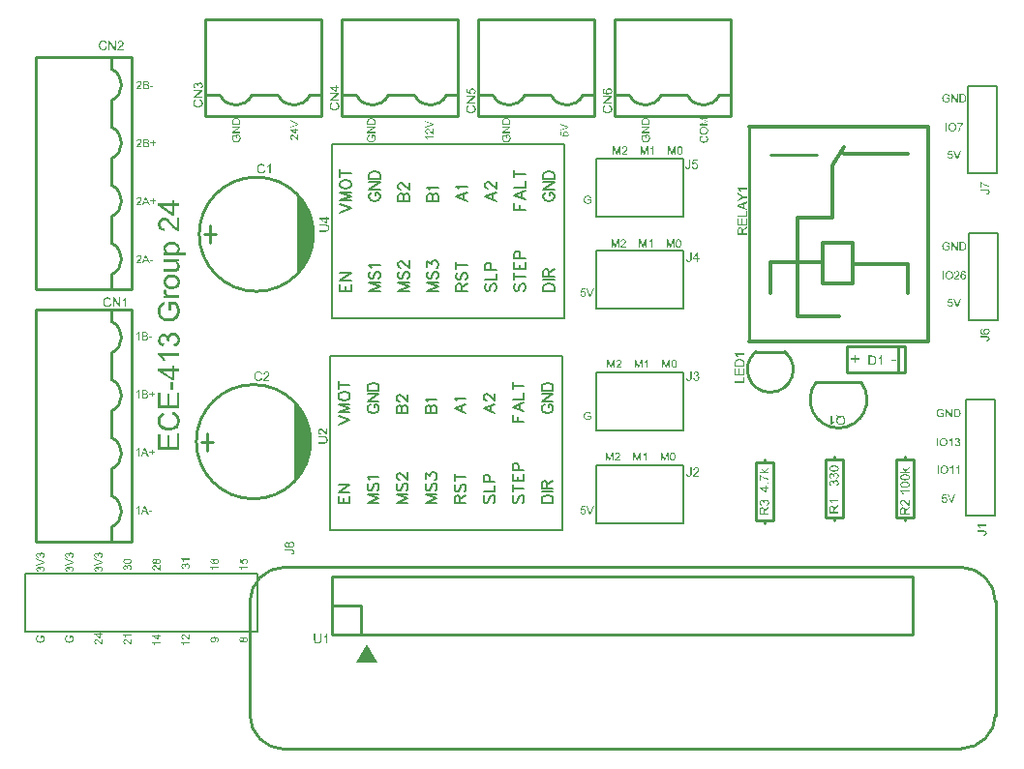
<source format=gto>
G04 Layer: TopSilkscreenLayer*
G04 EasyEDA v6.5.5, 2022-05-15 16:03:05*
G04 b3a66e96751545e5b315a235ba618c9c,f3b4bba6f80a42898d6f7a4ba36534e0,10*
G04 Gerber Generator version 0.2*
G04 Scale: 100 percent, Rotated: No, Reflected: No *
G04 Dimensions in millimeters *
G04 leading zeros omitted , absolute positions ,4 integer and 5 decimal *
%FSLAX45Y45*%
%MOMM*%

%ADD10C,0.2540*%
%ADD26C,0.2032*%
%ADD27C,0.2030*%
%ADD28C,0.1270*%
%ADD29C,0.2286*%
%ADD30C,0.3000*%

%LPD*%
G36*
X23797666Y11723624D02*
G01*
X23797666Y11698478D01*
X23677270Y11698478D01*
X23677270Y11679936D01*
X23683380Y11675618D01*
X23797666Y11675618D01*
X23797666Y11617452D01*
X23713846Y11675618D01*
X23683380Y11675618D01*
X23797666Y11594846D01*
X23818748Y11594846D01*
X23818748Y11675618D01*
X23863198Y11675618D01*
X23863198Y11698478D01*
X23818748Y11698478D01*
X23818748Y11723624D01*
G37*
G36*
X23841354Y11577828D02*
G01*
X23841354Y11486642D01*
X23835055Y11490960D01*
X23828908Y11496294D01*
X23820018Y11505844D01*
X23795685Y11534190D01*
X23786947Y11543893D01*
X23779327Y11551818D01*
X23772774Y11558016D01*
X23761141Y11567007D01*
X23750168Y11573002D01*
X23744682Y11575034D01*
X23739195Y11576456D01*
X23733658Y11577320D01*
X23728070Y11577574D01*
X23717605Y11576608D01*
X23707953Y11573713D01*
X23699165Y11568887D01*
X23691240Y11562080D01*
X23684788Y11553545D01*
X23680216Y11543639D01*
X23677422Y11532311D01*
X23676508Y11519662D01*
X23677372Y11507165D01*
X23679962Y11495938D01*
X23684230Y11486083D01*
X23690224Y11477498D01*
X23697895Y11470487D01*
X23707140Y11465052D01*
X23717961Y11461343D01*
X23730356Y11459210D01*
X23732642Y11482832D01*
X23717046Y11485321D01*
X23705210Y11492738D01*
X23697793Y11504320D01*
X23695304Y11519154D01*
X23697641Y11533276D01*
X23704702Y11544554D01*
X23715116Y11551818D01*
X23727562Y11554206D01*
X23740922Y11551564D01*
X23754994Y11543538D01*
X23762919Y11536984D01*
X23772063Y11527993D01*
X23782578Y11516563D01*
X23802136Y11493449D01*
X23809401Y11485372D01*
X23816259Y11478463D01*
X23822558Y11472672D01*
X23834902Y11463731D01*
X23847450Y11457686D01*
X23851311Y11456365D01*
X23855222Y11455501D01*
X23859185Y11454993D01*
X23863198Y11454892D01*
X23863198Y11577828D01*
G37*
G36*
X23794872Y11364468D02*
G01*
X23776330Y11362791D01*
X23759312Y11357610D01*
X23745088Y11349380D01*
X23734420Y11337798D01*
X23727765Y11323574D01*
X23725530Y11307318D01*
X23725640Y11305032D01*
X23743310Y11305032D01*
X23746561Y11318748D01*
X23756264Y11330432D01*
X23763427Y11335105D01*
X23772215Y11338458D01*
X23782629Y11340439D01*
X23794618Y11341100D01*
X23807318Y11340439D01*
X23818240Y11338407D01*
X23827384Y11334953D01*
X23834750Y11330178D01*
X23844300Y11318189D01*
X23847450Y11304016D01*
X23844351Y11290198D01*
X23835004Y11278616D01*
X23827943Y11273993D01*
X23819205Y11270640D01*
X23808791Y11268659D01*
X23796650Y11267948D01*
X23784356Y11268659D01*
X23773688Y11270843D01*
X23764544Y11274399D01*
X23757026Y11279378D01*
X23746764Y11291417D01*
X23743310Y11305032D01*
X23725640Y11305032D01*
X23725835Y11300968D01*
X23726800Y11295075D01*
X23728375Y11289690D01*
X23730610Y11284712D01*
X23733506Y11280292D01*
X23737011Y11276025D01*
X23741227Y11272012D01*
X23746104Y11268202D01*
X23728578Y11268202D01*
X23728578Y11247374D01*
X23915014Y11247374D01*
X23915014Y11270234D01*
X23849228Y11270234D01*
X23852784Y11273383D01*
X23855984Y11276939D01*
X23858880Y11280851D01*
X23861420Y11285220D01*
X23863554Y11289842D01*
X23865027Y11294770D01*
X23865941Y11300002D01*
X23866246Y11305540D01*
X23864112Y11320932D01*
X23857610Y11335512D01*
X23846840Y11347856D01*
X23832210Y11356848D01*
X23823625Y11360200D01*
X23814481Y11362588D01*
X23804930Y11364010D01*
G37*
G36*
X23728578Y11211560D02*
G01*
X23728578Y11188700D01*
X23800714Y11188700D01*
X23815954Y11187785D01*
X23827130Y11184890D01*
X23831346Y11182705D01*
X23835156Y11179810D01*
X23838458Y11176355D01*
X23841354Y11172190D01*
X23843691Y11167668D01*
X23845367Y11162944D01*
X23846383Y11158016D01*
X23846688Y11152886D01*
X23846383Y11148009D01*
X23845418Y11143488D01*
X23843843Y11139373D01*
X23841608Y11135614D01*
X23838712Y11132515D01*
X23835410Y11129924D01*
X23831600Y11127943D01*
X23827384Y11126470D01*
X23823523Y11125911D01*
X23811433Y11125301D01*
X23728578Y11125200D01*
X23728578Y11102340D01*
X23818748Y11102441D01*
X23829416Y11103051D01*
X23833226Y11103610D01*
X23838103Y11104829D01*
X23842573Y11106404D01*
X23846637Y11108385D01*
X23850244Y11110722D01*
X23853546Y11113617D01*
X23856543Y11117072D01*
X23859236Y11121237D01*
X23861674Y11125962D01*
X23863706Y11131296D01*
X23865128Y11136782D01*
X23865992Y11142472D01*
X23866246Y11148314D01*
X23864824Y11161217D01*
X23860556Y11172596D01*
X23853394Y11182553D01*
X23843386Y11190986D01*
X23863198Y11190986D01*
X23863198Y11211560D01*
G37*
G36*
X23793856Y11075924D02*
G01*
X23778718Y11074857D01*
X23765306Y11071555D01*
X23753572Y11066068D01*
X23743564Y11058398D01*
X23735690Y11048898D01*
X23730051Y11038179D01*
X23726648Y11026190D01*
X23725530Y11012932D01*
X23744326Y11012932D01*
X23747577Y11028375D01*
X23757280Y11041126D01*
X23764443Y11046155D01*
X23773079Y11049711D01*
X23783340Y11051844D01*
X23795126Y11052556D01*
X23807521Y11051844D01*
X23818189Y11049711D01*
X23827181Y11046155D01*
X23834496Y11041126D01*
X23844199Y11028527D01*
X23847450Y11012932D01*
X23844300Y10997184D01*
X23834750Y10984484D01*
X23827486Y10979505D01*
X23818545Y10975949D01*
X23808029Y10973765D01*
X23795888Y10973054D01*
X23783747Y10973765D01*
X23773282Y10975949D01*
X23764443Y10979505D01*
X23757280Y10984484D01*
X23747577Y10997184D01*
X23744326Y11012932D01*
X23725530Y11012932D01*
X23726495Y11000892D01*
X23729289Y10989767D01*
X23733963Y10979658D01*
X23740516Y10970514D01*
X23747069Y10964164D01*
X23754689Y10958982D01*
X23763376Y10954918D01*
X23773130Y10952022D01*
X23784001Y10950295D01*
X23795888Y10949686D01*
X23811941Y10950803D01*
X23826012Y10954105D01*
X23838103Y10959541D01*
X23848212Y10967212D01*
X23856137Y10976559D01*
X23861725Y10987278D01*
X23865128Y10999419D01*
X23866246Y11012932D01*
X23864214Y11029848D01*
X23858118Y11045444D01*
X23848161Y11058601D01*
X23835004Y11068050D01*
X23826825Y11071504D01*
X23817224Y11073993D01*
X23806251Y11075466D01*
G37*
G36*
X23732896Y10944606D02*
G01*
X23727359Y10932769D01*
X23725530Y10920984D01*
X23725835Y10917123D01*
X23726698Y10913465D01*
X23728121Y10909909D01*
X23730102Y10906506D01*
X23732998Y10903051D01*
X23737112Y10899394D01*
X23742396Y10895685D01*
X23748898Y10891774D01*
X23728578Y10891774D01*
X23728578Y10871200D01*
X23863198Y10871200D01*
X23863198Y10894060D01*
X23792586Y10894060D01*
X23778768Y10895025D01*
X23766170Y10897870D01*
X23762360Y10899394D01*
X23758956Y10901324D01*
X23756010Y10903712D01*
X23753470Y10906506D01*
X23751590Y10909554D01*
X23750219Y10912805D01*
X23749457Y10916310D01*
X23749152Y10919968D01*
X23749457Y10924184D01*
X23750371Y10928350D01*
X23751895Y10932566D01*
X23753978Y10936732D01*
G37*
G36*
X23768202Y10838180D02*
G01*
X23768456Y10759440D01*
X23790300Y10759440D01*
X23790300Y10814050D01*
X23824844Y10814050D01*
X23831702Y10804347D01*
X23838052Y10790936D01*
X23842624Y10775543D01*
X23844148Y10759694D01*
X23842116Y10741863D01*
X23836020Y10724896D01*
X23825758Y10710570D01*
X23811128Y10700004D01*
X23802238Y10696244D01*
X23792332Y10693552D01*
X23781410Y10691926D01*
X23769472Y10691368D01*
X23759617Y10691825D01*
X23750117Y10693146D01*
X23740973Y10695381D01*
X23732134Y10698480D01*
X23727308Y10700867D01*
X23722634Y10703560D01*
X23718164Y10706709D01*
X23713846Y10710164D01*
X23709833Y10714278D01*
X23706226Y10719003D01*
X23702975Y10724337D01*
X23700130Y10730230D01*
X23696320Y10743641D01*
X23695050Y10759440D01*
X23696269Y10772851D01*
X23699876Y10785094D01*
X23702619Y10790529D01*
X23705718Y10795254D01*
X23709223Y10799419D01*
X23713084Y10802874D01*
X23717554Y10805820D01*
X23722736Y10808563D01*
X23728730Y10811052D01*
X23735436Y10813288D01*
X23729340Y10835386D01*
X23712322Y10829493D01*
X23698860Y10821416D01*
X23688446Y10810341D01*
X23680572Y10795762D01*
X23675644Y10778490D01*
X23673968Y10759186D01*
X23674679Y10745774D01*
X23676813Y10733125D01*
X23680420Y10721238D01*
X23685398Y10710164D01*
X23691900Y10700156D01*
X23699876Y10691317D01*
X23709426Y10683748D01*
X23720450Y10677398D01*
X23732490Y10672419D01*
X23744885Y10668863D01*
X23757737Y10666679D01*
X23770996Y10665968D01*
X23784407Y10666679D01*
X23797158Y10668863D01*
X23809299Y10672419D01*
X23820780Y10677398D01*
X23831194Y10683798D01*
X23840338Y10691571D01*
X23848212Y10700715D01*
X23854816Y10711180D01*
X23859947Y10722813D01*
X23863604Y10735005D01*
X23865789Y10747806D01*
X23866500Y10761218D01*
X23866043Y10771327D01*
X23864671Y10781284D01*
X23862385Y10791139D01*
X23859134Y10800842D01*
X23855019Y10810443D01*
X23849990Y10819841D01*
X23844097Y10829086D01*
X23837290Y10838180D01*
G37*
G36*
X23808334Y10568178D02*
G01*
X23791824Y10565892D01*
X23778362Y10559034D01*
X23768456Y10548061D01*
X23762614Y10533380D01*
X23755756Y10544505D01*
X23746866Y10552430D01*
X23741786Y10555325D01*
X23736401Y10557408D01*
X23730712Y10558627D01*
X23724768Y10559034D01*
X23712474Y10557357D01*
X23700892Y10552176D01*
X23690681Y10543895D01*
X23682858Y10532618D01*
X23678083Y10519105D01*
X23676508Y10504424D01*
X23677321Y10493959D01*
X23679607Y10484307D01*
X23683518Y10475518D01*
X23688954Y10467594D01*
X23695964Y10460888D01*
X23704245Y10455503D01*
X23713897Y10451388D01*
X23724768Y10448544D01*
X23728832Y10471404D01*
X23714151Y10475569D01*
X23703686Y10482834D01*
X23697387Y10492841D01*
X23695304Y10504932D01*
X23695812Y10511383D01*
X23697336Y10517225D01*
X23699876Y10522407D01*
X23703432Y10527030D01*
X23707902Y10530738D01*
X23712830Y10533329D01*
X23718316Y10534904D01*
X23724260Y10535412D01*
X23738179Y10532516D01*
X23747882Y10523728D01*
X23753622Y10511383D01*
X23755502Y10496905D01*
X23755248Y10494010D01*
X23775060Y10491470D01*
X23773942Y10495991D01*
X23772672Y10504017D01*
X23772520Y10507472D01*
X23775111Y10521899D01*
X23782934Y10533634D01*
X23794516Y10541254D01*
X23808842Y10543794D01*
X23824031Y10541101D01*
X23836528Y10532872D01*
X23844910Y10520426D01*
X23847704Y10505440D01*
X23845570Y10492994D01*
X23839068Y10482580D01*
X23827790Y10474553D01*
X23811128Y10469118D01*
X23814176Y10446258D01*
X23825200Y10448290D01*
X23835207Y10452049D01*
X23844148Y10457586D01*
X23852022Y10464800D01*
X23858372Y10473436D01*
X23862893Y10483088D01*
X23865586Y10493756D01*
X23866500Y10505440D01*
X23865484Y10518444D01*
X23862334Y10530281D01*
X23857102Y10540949D01*
X23849736Y10550398D01*
X23840795Y10558221D01*
X23830889Y10563758D01*
X23820069Y10567111D01*
G37*
G36*
X23676508Y10387584D02*
G01*
X23676508Y10372852D01*
X23688700Y10364876D01*
X23701400Y10352532D01*
X23707547Y10345115D01*
X23713236Y10337038D01*
X23718469Y10328351D01*
X23723244Y10319004D01*
X23745342Y10319004D01*
X23740313Y10330383D01*
X23733404Y10343134D01*
X23725530Y10355275D01*
X23717656Y10364724D01*
X23863198Y10364724D01*
X23863198Y10387584D01*
G37*
G36*
X23797666Y10278110D02*
G01*
X23797666Y10252964D01*
X23677270Y10252964D01*
X23677270Y10234422D01*
X23683398Y10230104D01*
X23797666Y10230104D01*
X23797666Y10171938D01*
X23713846Y10230104D01*
X23683398Y10230104D01*
X23797666Y10149586D01*
X23818748Y10149586D01*
X23818748Y10230104D01*
X23863198Y10230104D01*
X23863198Y10252964D01*
X23818748Y10252964D01*
X23818748Y10278110D01*
G37*
G36*
X23784458Y10138156D02*
G01*
X23784458Y10067798D01*
X23807318Y10067798D01*
X23807318Y10138156D01*
G37*
G36*
X23841354Y10045700D02*
G01*
X23841354Y9931400D01*
X23777854Y9931400D01*
X23777854Y10034270D01*
X23756264Y10034270D01*
X23756264Y9931400D01*
X23699114Y9931400D01*
X23699114Y10041382D01*
X23677270Y10041382D01*
X23677270Y9906762D01*
X23863198Y9906762D01*
X23863198Y10045700D01*
G37*
G36*
X23804270Y9875774D02*
G01*
X23797920Y9851136D01*
X23808994Y9848037D01*
X23818646Y9843770D01*
X23826774Y9838385D01*
X23833480Y9831832D01*
X23838712Y9824212D01*
X23842421Y9815830D01*
X23844707Y9806686D01*
X23845418Y9796780D01*
X23843183Y9780422D01*
X23836528Y9765284D01*
X23825606Y9752533D01*
X23810112Y9743694D01*
X23800866Y9740696D01*
X23790859Y9738563D01*
X23780191Y9737293D01*
X23768710Y9736836D01*
X23750625Y9738309D01*
X23732896Y9742678D01*
X23717402Y9750653D01*
X23705464Y9762744D01*
X23700943Y9770465D01*
X23697641Y9779000D01*
X23695710Y9788499D01*
X23695050Y9798812D01*
X23697387Y9815779D01*
X23704448Y9829546D01*
X23716386Y9840468D01*
X23733912Y9848342D01*
X23728324Y9872726D01*
X23716132Y9868204D01*
X23705362Y9862261D01*
X23696066Y9854895D01*
X23688192Y9846056D01*
X23681994Y9835997D01*
X23677524Y9824872D01*
X23674882Y9812629D01*
X23673968Y9799320D01*
X23674679Y9787280D01*
X23676762Y9775698D01*
X23680267Y9764674D01*
X23685144Y9754108D01*
X23691494Y9744405D01*
X23699114Y9735921D01*
X23708004Y9728555D01*
X23718164Y9722358D01*
X23729442Y9717582D01*
X23741583Y9714179D01*
X23754689Y9712147D01*
X23768710Y9711436D01*
X23781867Y9712045D01*
X23794567Y9713874D01*
X23806861Y9716871D01*
X23818748Y9721088D01*
X23829670Y9726625D01*
X23839220Y9733229D01*
X23847450Y9740950D01*
X23854308Y9749790D01*
X23859642Y9760000D01*
X23863452Y9771583D01*
X23865738Y9784537D01*
X23866500Y9798812D01*
X23865535Y9812782D01*
X23862487Y9825634D01*
X23857508Y9837420D01*
X23850498Y9848088D01*
X23841608Y9857384D01*
X23830940Y9865055D01*
X23818494Y9871202D01*
G37*
G36*
X23841354Y9684512D02*
G01*
X23841354Y9570212D01*
X23777854Y9570212D01*
X23777854Y9673082D01*
X23756264Y9673082D01*
X23756264Y9570212D01*
X23699114Y9570212D01*
X23699114Y9680194D01*
X23677270Y9680194D01*
X23677270Y9545574D01*
X23863198Y9545574D01*
X23863198Y9684512D01*
G37*
G36*
X30521148Y9902698D02*
G01*
X30515966Y9902393D01*
X30511089Y9901529D01*
X30506568Y9900107D01*
X30502352Y9898126D01*
X30498440Y9895687D01*
X30494986Y9892588D01*
X30492090Y9888931D01*
X30489652Y9884664D01*
X30487772Y9880142D01*
X30486400Y9875418D01*
X30485588Y9870490D01*
X30485334Y9865360D01*
X30485588Y9860178D01*
X30486400Y9855200D01*
X30487772Y9850526D01*
X30489652Y9846056D01*
X30492192Y9842093D01*
X30495189Y9838639D01*
X30498643Y9835642D01*
X30502606Y9833102D01*
X30507076Y9831120D01*
X30511750Y9829647D01*
X30516677Y9828834D01*
X30521910Y9828530D01*
X30525821Y9828682D01*
X30529682Y9829241D01*
X30533441Y9830104D01*
X30537150Y9831324D01*
X30540807Y9832898D01*
X30544465Y9834829D01*
X30548072Y9837064D01*
X30551627Y9839706D01*
X30551627Y9866376D01*
X30521148Y9866376D01*
X30521148Y9857994D01*
X30542230Y9857994D01*
X30542230Y9844532D01*
X30540553Y9843160D01*
X30536083Y9840620D01*
X30530393Y9838436D01*
X30527447Y9837724D01*
X30524450Y9837318D01*
X30521402Y9837166D01*
X30517896Y9837369D01*
X30514493Y9837928D01*
X30511140Y9838893D01*
X30507939Y9840214D01*
X30504942Y9841941D01*
X30502352Y9844176D01*
X30500116Y9846767D01*
X30498288Y9849866D01*
X30496865Y9853269D01*
X30495798Y9857028D01*
X30495189Y9861245D01*
X30494986Y9865868D01*
X30495138Y9869627D01*
X30495697Y9873284D01*
X30496560Y9876891D01*
X30497780Y9880346D01*
X30499812Y9883952D01*
X30502352Y9887204D01*
X30503876Y9888778D01*
X30505653Y9890201D01*
X30509972Y9892538D01*
X30512461Y9893452D01*
X30518049Y9894468D01*
X30523840Y9894468D01*
X30528818Y9893452D01*
X30533187Y9891572D01*
X30535067Y9890455D01*
X30536642Y9889134D01*
X30537912Y9887712D01*
X30540045Y9883902D01*
X30541976Y9879076D01*
X30550358Y9881362D01*
X30549342Y9884765D01*
X30548122Y9887864D01*
X30546700Y9890607D01*
X30545024Y9893046D01*
X30543093Y9895179D01*
X30540756Y9897110D01*
X30538115Y9898735D01*
X30535118Y9900158D01*
X30531968Y9901275D01*
X30528564Y9902088D01*
X30524958Y9902545D01*
G37*
G36*
X30565344Y9901428D02*
G01*
X30565344Y9829800D01*
X30574488Y9829800D01*
X30574488Y9885934D01*
X30612080Y9829800D01*
X30621732Y9829800D01*
X30621732Y9901428D01*
X30612588Y9901428D01*
X30612588Y9845294D01*
X30574996Y9901428D01*
G37*
G36*
X30637734Y9901428D02*
G01*
X30637734Y9893046D01*
X30662118Y9893046D01*
X30669534Y9892639D01*
X30672379Y9892182D01*
X30674564Y9891522D01*
X30677002Y9890252D01*
X30679339Y9888474D01*
X30681472Y9886188D01*
X30683453Y9883394D01*
X30685028Y9880041D01*
X30686095Y9876028D01*
X30686806Y9871405D01*
X30687010Y9866122D01*
X30686908Y9862210D01*
X30685994Y9855352D01*
X30685232Y9852406D01*
X30684215Y9849662D01*
X30682996Y9847173D01*
X30681574Y9845090D01*
X30678627Y9842144D01*
X30675478Y9840264D01*
X30673548Y9839452D01*
X30668722Y9838486D01*
X30662372Y9838182D01*
X30647132Y9838182D01*
X30647132Y9893046D01*
X30637734Y9893046D01*
X30637734Y9829800D01*
X30666740Y9829901D01*
X30672430Y9830511D01*
X30677510Y9831781D01*
X30681828Y9833559D01*
X30683708Y9834626D01*
X30686959Y9837420D01*
X30690058Y9841230D01*
X30692801Y9845852D01*
X30694884Y9851644D01*
X30695798Y9854793D01*
X30696814Y9861905D01*
X30696763Y9870541D01*
X30696204Y9874961D01*
X30695341Y9879076D01*
X30694122Y9882886D01*
X30692547Y9886543D01*
X30690616Y9889794D01*
X30688381Y9892741D01*
X30685739Y9895332D01*
X30683352Y9897008D01*
X30680812Y9898380D01*
X30675072Y9900412D01*
X30669738Y9901174D01*
X30662372Y9901428D01*
G37*
G36*
X30547056Y9648698D02*
G01*
X30533390Y9646158D01*
X30522418Y9638538D01*
X30515153Y9626447D01*
X30512765Y9610598D01*
X30522672Y9610598D01*
X30524450Y9624364D01*
X30529784Y9633712D01*
X30533644Y9636709D01*
X30537861Y9638842D01*
X30542382Y9640163D01*
X30547310Y9640570D01*
X30550662Y9640366D01*
X30553914Y9639706D01*
X30557012Y9638588D01*
X30560010Y9637014D01*
X30562651Y9634931D01*
X30564937Y9632594D01*
X30566969Y9629851D01*
X30568646Y9626854D01*
X30569865Y9623450D01*
X30570728Y9619742D01*
X30571287Y9615830D01*
X30571439Y9611614D01*
X30571033Y9605060D01*
X30569712Y9599320D01*
X30567579Y9594392D01*
X30564582Y9590278D01*
X30560924Y9586925D01*
X30556758Y9584537D01*
X30552136Y9583115D01*
X30547056Y9582658D01*
X30542077Y9583115D01*
X30537454Y9584486D01*
X30533289Y9586823D01*
X30529530Y9590024D01*
X30526532Y9594189D01*
X30524399Y9598964D01*
X30523078Y9604451D01*
X30522672Y9610598D01*
X30512765Y9610598D01*
X30513020Y9605975D01*
X30513832Y9601454D01*
X30515204Y9597085D01*
X30517084Y9592818D01*
X30519370Y9588855D01*
X30522113Y9585248D01*
X30525313Y9582099D01*
X30529022Y9579356D01*
X30533086Y9577222D01*
X30537454Y9575749D01*
X30542128Y9574834D01*
X30547056Y9574530D01*
X30551678Y9574834D01*
X30556149Y9575647D01*
X30560416Y9577120D01*
X30564582Y9579102D01*
X30568290Y9581540D01*
X30571643Y9584486D01*
X30574538Y9587992D01*
X30577027Y9592056D01*
X30578907Y9596526D01*
X30580279Y9601250D01*
X30581092Y9606280D01*
X30581346Y9611614D01*
X30581092Y9616795D01*
X30580279Y9621723D01*
X30578907Y9626346D01*
X30577027Y9630664D01*
X30574742Y9634728D01*
X30571998Y9638284D01*
X30568798Y9641332D01*
X30565089Y9643872D01*
X30560924Y9646005D01*
X30556504Y9647478D01*
X30551882Y9648393D01*
G37*
G36*
X30617414Y9647682D02*
G01*
X30616042Y9645345D01*
X30614315Y9643008D01*
X30612130Y9640519D01*
X30606746Y9635693D01*
X30603647Y9633508D01*
X30596586Y9629648D01*
X30596586Y9621266D01*
X30601107Y9623145D01*
X30605984Y9625838D01*
X30610606Y9628835D01*
X30614365Y9631680D01*
X30614365Y9575800D01*
X30623002Y9575800D01*
X30623002Y9647682D01*
G37*
G36*
X30667960Y9647682D02*
G01*
X30663946Y9647377D01*
X30660187Y9646462D01*
X30656834Y9644989D01*
X30653736Y9642856D01*
X30651196Y9640163D01*
X30649164Y9637014D01*
X30647639Y9633305D01*
X30646624Y9629140D01*
X30655260Y9627616D01*
X30655920Y9630613D01*
X30656834Y9633204D01*
X30658053Y9635439D01*
X30659577Y9637268D01*
X30661457Y9638690D01*
X30663489Y9639757D01*
X30665775Y9640366D01*
X30668214Y9640570D01*
X30670652Y9640366D01*
X30672836Y9639757D01*
X30674818Y9638690D01*
X30676596Y9637268D01*
X30678018Y9635642D01*
X30679085Y9633712D01*
X30679694Y9631527D01*
X30679898Y9629140D01*
X30679644Y9626295D01*
X30678831Y9623856D01*
X30677459Y9621875D01*
X30675580Y9620250D01*
X30673243Y9618929D01*
X30670753Y9617964D01*
X30668163Y9617405D01*
X30665115Y9617202D01*
X30663896Y9617456D01*
X30662880Y9609582D01*
X30666385Y9610344D01*
X30669230Y9610598D01*
X30672125Y9610344D01*
X30674767Y9609632D01*
X30677103Y9608464D01*
X30679136Y9606788D01*
X30680914Y9604654D01*
X30682184Y9602216D01*
X30682946Y9599574D01*
X30683200Y9596628D01*
X30682946Y9593580D01*
X30682133Y9590836D01*
X30680761Y9588398D01*
X30678882Y9586214D01*
X30676596Y9584334D01*
X30674106Y9582962D01*
X30671414Y9582150D01*
X30668468Y9581896D01*
X30665927Y9582099D01*
X30663591Y9582708D01*
X30661457Y9583775D01*
X30659577Y9585198D01*
X30657901Y9587077D01*
X30656530Y9589516D01*
X30655361Y9592462D01*
X30654498Y9595866D01*
X30645608Y9594596D01*
X30646420Y9590379D01*
X30647894Y9586518D01*
X30649976Y9583115D01*
X30652720Y9580118D01*
X30656072Y9577679D01*
X30659832Y9575901D01*
X30663946Y9574885D01*
X30668468Y9574530D01*
X30673446Y9574936D01*
X30677967Y9576206D01*
X30682082Y9578238D01*
X30685739Y9581134D01*
X30688737Y9584486D01*
X30690870Y9588246D01*
X30692191Y9592360D01*
X30692598Y9596882D01*
X30692394Y9600285D01*
X30691683Y9603384D01*
X30690616Y9606127D01*
X30689042Y9608566D01*
X30687111Y9610648D01*
X30684774Y9612376D01*
X30682133Y9613696D01*
X30679136Y9614662D01*
X30681422Y9615779D01*
X30683403Y9617151D01*
X30685079Y9618726D01*
X30686502Y9620504D01*
X30687619Y9622485D01*
X30688381Y9624568D01*
X30688889Y9626803D01*
X30689042Y9629140D01*
X30688889Y9631527D01*
X30688381Y9633864D01*
X30687619Y9636099D01*
X30686502Y9638284D01*
X30684977Y9640316D01*
X30683200Y9642144D01*
X30681168Y9643770D01*
X30678882Y9645142D01*
X30676291Y9646259D01*
X30673598Y9647021D01*
X30670855Y9647529D01*
G37*
G36*
X30489652Y9647428D02*
G01*
X30489652Y9575800D01*
X30499050Y9575800D01*
X30499050Y9647428D01*
G37*
G36*
X30554015Y9407398D02*
G01*
X30540401Y9404858D01*
X30529377Y9397238D01*
X30522164Y9385147D01*
X30519725Y9369298D01*
X30529631Y9369298D01*
X30531409Y9383064D01*
X30536743Y9392412D01*
X30540604Y9395409D01*
X30544820Y9397542D01*
X30549392Y9398863D01*
X30554269Y9399270D01*
X30557673Y9399066D01*
X30560873Y9398406D01*
X30564023Y9397288D01*
X30566969Y9395714D01*
X30569611Y9393631D01*
X30571948Y9391294D01*
X30573929Y9388551D01*
X30575605Y9385554D01*
X30576824Y9382150D01*
X30577739Y9378442D01*
X30578247Y9374530D01*
X30578399Y9370314D01*
X30577993Y9363760D01*
X30576723Y9358020D01*
X30574538Y9353092D01*
X30571541Y9348978D01*
X30567884Y9345625D01*
X30563769Y9343237D01*
X30559146Y9341815D01*
X30554015Y9341358D01*
X30549037Y9341815D01*
X30544465Y9343186D01*
X30540248Y9345523D01*
X30536489Y9348724D01*
X30533492Y9352889D01*
X30531358Y9357664D01*
X30530088Y9363151D01*
X30529631Y9369298D01*
X30519725Y9369298D01*
X30520030Y9364675D01*
X30520843Y9360154D01*
X30522164Y9355785D01*
X30524043Y9351518D01*
X30526329Y9347555D01*
X30529072Y9343948D01*
X30532324Y9340799D01*
X30535981Y9338056D01*
X30540096Y9335922D01*
X30544465Y9334449D01*
X30549088Y9333534D01*
X30554015Y9333230D01*
X30558638Y9333534D01*
X30563108Y9334347D01*
X30567426Y9335820D01*
X30571541Y9337802D01*
X30575300Y9340240D01*
X30578602Y9343186D01*
X30581498Y9346692D01*
X30583987Y9350756D01*
X30585918Y9355226D01*
X30587238Y9359950D01*
X30588051Y9364980D01*
X30588305Y9370314D01*
X30588051Y9375495D01*
X30587238Y9380423D01*
X30585918Y9385046D01*
X30583987Y9389364D01*
X30581752Y9393428D01*
X30579009Y9396984D01*
X30575758Y9400032D01*
X30572049Y9402572D01*
X30567884Y9404705D01*
X30563515Y9406178D01*
X30558892Y9407093D01*
G37*
G36*
X30624373Y9406382D02*
G01*
X30623052Y9404045D01*
X30619090Y9399219D01*
X30613705Y9394393D01*
X30610606Y9392208D01*
X30607253Y9390227D01*
X30603545Y9388348D01*
X30603545Y9379966D01*
X30608066Y9381845D01*
X30612943Y9384538D01*
X30617617Y9387535D01*
X30621325Y9390380D01*
X30621325Y9334500D01*
X30629961Y9334500D01*
X30629961Y9406382D01*
G37*
G36*
X30679999Y9406382D02*
G01*
X30678678Y9404045D01*
X30674716Y9399219D01*
X30672125Y9396730D01*
X30666131Y9392208D01*
X30659171Y9388348D01*
X30659171Y9379966D01*
X30663692Y9381845D01*
X30668569Y9384538D01*
X30673243Y9387535D01*
X30676951Y9390380D01*
X30676951Y9334500D01*
X30685587Y9334500D01*
X30685587Y9406382D01*
G37*
G36*
X30496611Y9406128D02*
G01*
X30496611Y9334500D01*
X30506009Y9334500D01*
X30506009Y9406128D01*
G37*
G36*
X30584495Y9152128D02*
G01*
X30612181Y9080500D01*
X30621833Y9080500D01*
X30649773Y9152128D01*
X30640121Y9152128D01*
X30619852Y9097111D01*
X30617007Y9088374D01*
X30615331Y9093962D01*
X30594655Y9152128D01*
G37*
G36*
X30541061Y9151112D02*
G01*
X30533949Y9114282D01*
X30542331Y9113266D01*
X30544719Y9116060D01*
X30547665Y9118346D01*
X30551374Y9119666D01*
X30553304Y9120022D01*
X30555285Y9120124D01*
X30558587Y9119870D01*
X30561534Y9119057D01*
X30564175Y9117685D01*
X30566461Y9115806D01*
X30568239Y9113418D01*
X30569509Y9110675D01*
X30570271Y9107474D01*
X30570525Y9103868D01*
X30570271Y9100108D01*
X30569458Y9096756D01*
X30568138Y9093758D01*
X30566207Y9091168D01*
X30563921Y9089186D01*
X30561381Y9087713D01*
X30558587Y9086900D01*
X30555539Y9086596D01*
X30552999Y9086799D01*
X30550612Y9087408D01*
X30548427Y9088475D01*
X30546395Y9089898D01*
X30544820Y9091777D01*
X30543500Y9094063D01*
X30542534Y9096857D01*
X30541823Y9100058D01*
X30532425Y9099296D01*
X30533289Y9094978D01*
X30534711Y9091117D01*
X30536845Y9087713D01*
X30539537Y9084818D01*
X30542839Y9082379D01*
X30546598Y9080601D01*
X30550865Y9079585D01*
X30555539Y9079230D01*
X30561229Y9079788D01*
X30566207Y9081363D01*
X30570627Y9084106D01*
X30574335Y9087866D01*
X30576824Y9091574D01*
X30578552Y9095689D01*
X30579618Y9100108D01*
X30579923Y9104884D01*
X30579568Y9109710D01*
X30578348Y9114078D01*
X30576367Y9117990D01*
X30573573Y9121394D01*
X30570119Y9124289D01*
X30566360Y9126372D01*
X30562245Y9127591D01*
X30557825Y9127998D01*
X30554320Y9127693D01*
X30550865Y9126829D01*
X30547462Y9125407D01*
X30544109Y9123426D01*
X30547919Y9142730D01*
X30576621Y9142730D01*
X30576621Y9151112D01*
G37*
G36*
X30571592Y11363198D02*
G01*
X30566410Y11362893D01*
X30561534Y11362029D01*
X30557012Y11360607D01*
X30552796Y11358626D01*
X30548834Y11356187D01*
X30545430Y11353088D01*
X30542484Y11349431D01*
X30540096Y11345164D01*
X30538165Y11340642D01*
X30536845Y11335918D01*
X30536032Y11330990D01*
X30535778Y11325860D01*
X30536032Y11320678D01*
X30536845Y11315700D01*
X30538165Y11311026D01*
X30540096Y11306556D01*
X30542585Y11302593D01*
X30545582Y11299139D01*
X30549088Y11296142D01*
X30553050Y11293602D01*
X30557470Y11291620D01*
X30562194Y11290147D01*
X30567122Y11289334D01*
X30572354Y11289030D01*
X30576215Y11289182D01*
X30580076Y11289741D01*
X30583835Y11290604D01*
X30587594Y11291824D01*
X30591252Y11293398D01*
X30594858Y11295329D01*
X30598465Y11297564D01*
X30602072Y11300206D01*
X30602072Y11326876D01*
X30571592Y11326876D01*
X30571592Y11318494D01*
X30592674Y11318494D01*
X30592674Y11305032D01*
X30588915Y11302339D01*
X30583784Y11299952D01*
X30580838Y11298936D01*
X30577840Y11298224D01*
X30571846Y11297666D01*
X30568290Y11297869D01*
X30564886Y11298428D01*
X30561584Y11299393D01*
X30558384Y11300714D01*
X30555387Y11302441D01*
X30552796Y11304676D01*
X30550561Y11307267D01*
X30548732Y11310366D01*
X30547259Y11313769D01*
X30546243Y11317528D01*
X30545633Y11321745D01*
X30545430Y11326368D01*
X30545582Y11330127D01*
X30546090Y11333784D01*
X30546954Y11337391D01*
X30548224Y11340846D01*
X30550256Y11344452D01*
X30552796Y11347704D01*
X30554320Y11349278D01*
X30556098Y11350701D01*
X30560416Y11353038D01*
X30562905Y11353952D01*
X30568493Y11354968D01*
X30574284Y11354968D01*
X30579212Y11353952D01*
X30583632Y11352072D01*
X30585460Y11350955D01*
X30588356Y11348212D01*
X30590489Y11344402D01*
X30592420Y11339576D01*
X30600802Y11341862D01*
X30599786Y11345265D01*
X30598567Y11348364D01*
X30597094Y11351107D01*
X30595468Y11353546D01*
X30593487Y11355679D01*
X30591201Y11357610D01*
X30588559Y11359235D01*
X30585562Y11360658D01*
X30582362Y11361775D01*
X30579009Y11362588D01*
X30575402Y11363045D01*
G37*
G36*
X30615788Y11361928D02*
G01*
X30615788Y11290300D01*
X30624932Y11290300D01*
X30624932Y11346434D01*
X30662524Y11290300D01*
X30672176Y11290300D01*
X30672176Y11361928D01*
X30663032Y11361928D01*
X30663032Y11305794D01*
X30625440Y11361928D01*
G37*
G36*
X30688178Y11361928D02*
G01*
X30688178Y11353546D01*
X30712562Y11353546D01*
X30719979Y11353139D01*
X30722773Y11352682D01*
X30725008Y11352022D01*
X30727446Y11350752D01*
X30729732Y11348974D01*
X30731866Y11346688D01*
X30733898Y11343894D01*
X30735422Y11340541D01*
X30736539Y11336528D01*
X30737200Y11331905D01*
X30737454Y11326622D01*
X30736997Y11319154D01*
X30736438Y11315852D01*
X30735676Y11312906D01*
X30734660Y11310162D01*
X30733441Y11307673D01*
X30731968Y11305590D01*
X30729072Y11302644D01*
X30725872Y11300764D01*
X30723992Y11299952D01*
X30719166Y11298986D01*
X30712816Y11298682D01*
X30697576Y11298682D01*
X30697576Y11353546D01*
X30688178Y11353546D01*
X30688178Y11290300D01*
X30717134Y11290401D01*
X30722874Y11291011D01*
X30727954Y11292281D01*
X30732272Y11294059D01*
X30734152Y11295126D01*
X30737352Y11297920D01*
X30740502Y11301730D01*
X30741924Y11303914D01*
X30743194Y11306352D01*
X30745328Y11312144D01*
X30746192Y11315293D01*
X30746852Y11318748D01*
X30747360Y11326368D01*
X30747157Y11331041D01*
X30746649Y11335461D01*
X30745785Y11339576D01*
X30744566Y11343386D01*
X30742991Y11347043D01*
X30741061Y11350294D01*
X30738775Y11353241D01*
X30736184Y11355832D01*
X30733796Y11357508D01*
X30731206Y11358880D01*
X30728462Y11359997D01*
X30725516Y11360912D01*
X30720182Y11361674D01*
X30712816Y11361928D01*
G37*
G36*
X30597602Y11109198D02*
G01*
X30583936Y11106658D01*
X30572964Y11099038D01*
X30565750Y11086947D01*
X30563312Y11071098D01*
X30573218Y11071098D01*
X30574996Y11084864D01*
X30580330Y11094212D01*
X30584190Y11097209D01*
X30588407Y11099342D01*
X30592928Y11100663D01*
X30597856Y11101070D01*
X30601208Y11100866D01*
X30604460Y11100206D01*
X30607558Y11099088D01*
X30610556Y11097514D01*
X30613197Y11095431D01*
X30615534Y11093094D01*
X30617515Y11090351D01*
X30619192Y11087354D01*
X30620411Y11083950D01*
X30621274Y11080242D01*
X30621833Y11076330D01*
X30621986Y11072114D01*
X30621579Y11065560D01*
X30620258Y11059820D01*
X30618125Y11054892D01*
X30615127Y11050778D01*
X30611470Y11047425D01*
X30607304Y11045037D01*
X30602682Y11043615D01*
X30597602Y11043158D01*
X30592623Y11043615D01*
X30588000Y11044986D01*
X30583835Y11047323D01*
X30580076Y11050524D01*
X30577078Y11054689D01*
X30574945Y11059464D01*
X30573624Y11064951D01*
X30573218Y11071098D01*
X30563312Y11071098D01*
X30563565Y11066475D01*
X30564378Y11061954D01*
X30565750Y11057585D01*
X30567630Y11053318D01*
X30569915Y11049355D01*
X30572659Y11045748D01*
X30575859Y11042599D01*
X30579568Y11039856D01*
X30583632Y11037722D01*
X30588000Y11036249D01*
X30592674Y11035334D01*
X30597602Y11035030D01*
X30602224Y11035334D01*
X30606695Y11036147D01*
X30610962Y11037620D01*
X30615127Y11039602D01*
X30618836Y11042040D01*
X30622189Y11044986D01*
X30625084Y11048492D01*
X30627574Y11052556D01*
X30629453Y11057026D01*
X30630825Y11061750D01*
X30631638Y11066780D01*
X30631892Y11072114D01*
X30631638Y11077295D01*
X30630825Y11082223D01*
X30629453Y11086846D01*
X30627574Y11091164D01*
X30625288Y11095228D01*
X30622544Y11098784D01*
X30619344Y11101832D01*
X30615636Y11104372D01*
X30611470Y11106505D01*
X30607050Y11107978D01*
X30602427Y11108893D01*
G37*
G36*
X30664403Y11108182D02*
G01*
X30659476Y11107826D01*
X30655158Y11106861D01*
X30651348Y11105184D01*
X30648148Y11102848D01*
X30645404Y11099901D01*
X30643322Y11096294D01*
X30641848Y11092129D01*
X30641036Y11087354D01*
X30650180Y11086592D01*
X30650434Y11089741D01*
X30651145Y11092484D01*
X30652313Y11094923D01*
X30653989Y11097006D01*
X30656072Y11098682D01*
X30658409Y11099850D01*
X30661152Y11100562D01*
X30664150Y11100816D01*
X30666944Y11100612D01*
X30669484Y11099952D01*
X30671770Y11098834D01*
X30673802Y11097260D01*
X30675478Y11095380D01*
X30676646Y11093297D01*
X30677358Y11091062D01*
X30677612Y11088624D01*
X30677358Y11086033D01*
X30676596Y11083442D01*
X30675326Y11080699D01*
X30673548Y11077956D01*
X30671058Y11074908D01*
X30667604Y11071352D01*
X30663184Y11067288D01*
X30654193Y11059769D01*
X30648351Y11054435D01*
X30646115Y11052048D01*
X30642814Y11047222D01*
X30640527Y11042396D01*
X30639613Y11039348D01*
X30639512Y11036300D01*
X30686756Y11036300D01*
X30686756Y11044682D01*
X30651703Y11044682D01*
X30653227Y11047171D01*
X30655260Y11049508D01*
X30673548Y11065611D01*
X30679136Y11071098D01*
X30682641Y11075568D01*
X30683962Y11077651D01*
X30684977Y11079734D01*
X30686095Y11084052D01*
X30686502Y11088370D01*
X30686146Y11092383D01*
X30685028Y11096040D01*
X30683200Y11099393D01*
X30680660Y11102340D01*
X30677358Y11104880D01*
X30673548Y11106708D01*
X30669230Y11107826D01*
G37*
G36*
X30721300Y11108182D02*
G01*
X30716016Y11107674D01*
X30711292Y11106150D01*
X30707126Y11103610D01*
X30703520Y11100054D01*
X30697627Y11087811D01*
X30695646Y11069828D01*
X30696806Y11059414D01*
X30705806Y11059414D01*
X30706060Y11062766D01*
X30706872Y11065764D01*
X30708244Y11068354D01*
X30710124Y11070590D01*
X30712257Y11072469D01*
X30714645Y11073841D01*
X30717236Y11074654D01*
X30720030Y11074908D01*
X30722925Y11074654D01*
X30725618Y11073841D01*
X30728056Y11072469D01*
X30730189Y11070590D01*
X30731866Y11068354D01*
X30733034Y11065662D01*
X30733746Y11062512D01*
X30734000Y11058906D01*
X30733746Y11055299D01*
X30732984Y11052048D01*
X30731714Y11049203D01*
X30729936Y11046714D01*
X30727903Y11044834D01*
X30725668Y11043462D01*
X30723230Y11042650D01*
X30720538Y11042396D01*
X30718658Y11042497D01*
X30714950Y11043513D01*
X30713172Y11044428D01*
X30711495Y11045698D01*
X30710073Y11047171D01*
X30708853Y11048847D01*
X30706974Y11052860D01*
X30706314Y11054943D01*
X30705806Y11059414D01*
X30696806Y11059414D01*
X30697424Y11053876D01*
X30702758Y11043158D01*
X30706466Y11039602D01*
X30710632Y11037062D01*
X30715356Y11035538D01*
X30720538Y11035030D01*
X30723738Y11035233D01*
X30726786Y11035792D01*
X30729580Y11036757D01*
X30732222Y11038078D01*
X30734609Y11039754D01*
X30736743Y11041837D01*
X30738572Y11044224D01*
X30740096Y11046968D01*
X30741315Y11049965D01*
X30742178Y11053064D01*
X30742737Y11056315D01*
X30742889Y11059668D01*
X30742534Y11064494D01*
X30741365Y11068862D01*
X30739486Y11072774D01*
X30736794Y11076178D01*
X30733593Y11079073D01*
X30729986Y11081105D01*
X30726075Y11082375D01*
X30721808Y11082782D01*
X30716829Y11082223D01*
X30714492Y11081512D01*
X30712156Y11080496D01*
X30709971Y11079073D01*
X30707990Y11077397D01*
X30706161Y11075416D01*
X30704536Y11073130D01*
X30704688Y11078260D01*
X30705145Y11082731D01*
X30705958Y11086490D01*
X30707076Y11089640D01*
X30708346Y11092383D01*
X30709819Y11094770D01*
X30711495Y11096853D01*
X30713426Y11098530D01*
X30715102Y11099647D01*
X30716931Y11100460D01*
X30718810Y11100917D01*
X30720792Y11101070D01*
X30723332Y11100816D01*
X30725668Y11100104D01*
X30727802Y11098936D01*
X30729682Y11097260D01*
X30731510Y11094110D01*
X30732984Y11089640D01*
X30741620Y11090402D01*
X30740858Y11094364D01*
X30739537Y11097818D01*
X30737657Y11100816D01*
X30735270Y11103356D01*
X30732374Y11105489D01*
X30729123Y11106962D01*
X30725414Y11107877D01*
G37*
G36*
X30540198Y11107928D02*
G01*
X30540198Y11036300D01*
X30549596Y11036300D01*
X30549596Y11107928D01*
G37*
G36*
X30634939Y10866628D02*
G01*
X30662626Y10795000D01*
X30672277Y10795000D01*
X30700218Y10866628D01*
X30690565Y10866628D01*
X30670246Y10811611D01*
X30667452Y10802874D01*
X30663642Y10814558D01*
X30645100Y10866628D01*
G37*
G36*
X30591506Y10865612D02*
G01*
X30584394Y10828782D01*
X30592776Y10827766D01*
X30595112Y10830560D01*
X30598110Y10832846D01*
X30601767Y10834166D01*
X30605730Y10834624D01*
X30608981Y10834370D01*
X30611927Y10833557D01*
X30614569Y10832185D01*
X30616906Y10830306D01*
X30618684Y10827918D01*
X30619953Y10825175D01*
X30620715Y10821974D01*
X30620970Y10818368D01*
X30620715Y10814608D01*
X30619903Y10811256D01*
X30618531Y10808258D01*
X30616652Y10805668D01*
X30614365Y10803686D01*
X30611826Y10802213D01*
X30609032Y10801400D01*
X30605984Y10801096D01*
X30603393Y10801299D01*
X30601005Y10801908D01*
X30598821Y10802975D01*
X30596839Y10804398D01*
X30595214Y10806277D01*
X30593893Y10808563D01*
X30592928Y10811357D01*
X30592268Y10814558D01*
X30582870Y10813796D01*
X30583682Y10809478D01*
X30585156Y10805617D01*
X30587238Y10802213D01*
X30589982Y10799318D01*
X30593284Y10796879D01*
X30597043Y10795101D01*
X30601259Y10794085D01*
X30605984Y10793730D01*
X30611622Y10794288D01*
X30616652Y10795863D01*
X30621020Y10798606D01*
X30624780Y10802366D01*
X30627218Y10806074D01*
X30628945Y10810189D01*
X30630012Y10814608D01*
X30630368Y10819384D01*
X30629961Y10824210D01*
X30628793Y10828578D01*
X30626812Y10832490D01*
X30624018Y10835894D01*
X30620563Y10838789D01*
X30616753Y10840872D01*
X30612689Y10842091D01*
X30608270Y10842498D01*
X30604764Y10842193D01*
X30601259Y10841329D01*
X30597906Y10839907D01*
X30594553Y10837926D01*
X30598364Y10857230D01*
X30627065Y10857230D01*
X30627065Y10865612D01*
G37*
G36*
X30571592Y12658598D02*
G01*
X30566410Y12658293D01*
X30561534Y12657429D01*
X30557012Y12656007D01*
X30552796Y12654026D01*
X30548834Y12651587D01*
X30545430Y12648488D01*
X30542484Y12644831D01*
X30540096Y12640564D01*
X30538165Y12636042D01*
X30536845Y12631318D01*
X30536032Y12626390D01*
X30535778Y12621260D01*
X30536032Y12616078D01*
X30536845Y12611100D01*
X30538165Y12606426D01*
X30540096Y12601956D01*
X30542585Y12597993D01*
X30545582Y12594539D01*
X30549088Y12591542D01*
X30553050Y12589002D01*
X30557470Y12587020D01*
X30562194Y12585547D01*
X30567122Y12584734D01*
X30572354Y12584430D01*
X30576215Y12584582D01*
X30580076Y12585141D01*
X30583835Y12586004D01*
X30587594Y12587224D01*
X30591252Y12588798D01*
X30594858Y12590729D01*
X30598465Y12592964D01*
X30602072Y12595606D01*
X30602072Y12622276D01*
X30571592Y12622276D01*
X30571592Y12613894D01*
X30592674Y12613894D01*
X30592674Y12600432D01*
X30588915Y12597739D01*
X30583784Y12595352D01*
X30580838Y12594336D01*
X30577840Y12593624D01*
X30571846Y12593066D01*
X30568290Y12593269D01*
X30564886Y12593828D01*
X30561584Y12594793D01*
X30558384Y12596114D01*
X30555387Y12597841D01*
X30552796Y12600076D01*
X30550561Y12602667D01*
X30548732Y12605766D01*
X30547259Y12609169D01*
X30546243Y12612928D01*
X30545633Y12617145D01*
X30545430Y12621768D01*
X30545582Y12625527D01*
X30546090Y12629184D01*
X30546954Y12632791D01*
X30548224Y12636246D01*
X30550256Y12639852D01*
X30552796Y12643104D01*
X30554320Y12644678D01*
X30556098Y12646101D01*
X30560416Y12648438D01*
X30562905Y12649352D01*
X30568493Y12650368D01*
X30574284Y12650368D01*
X30579212Y12649352D01*
X30583632Y12647472D01*
X30585460Y12646355D01*
X30588356Y12643612D01*
X30590489Y12639802D01*
X30592420Y12634976D01*
X30600802Y12637262D01*
X30599786Y12640665D01*
X30598567Y12643764D01*
X30597094Y12646507D01*
X30595468Y12648946D01*
X30593487Y12651079D01*
X30591201Y12653010D01*
X30588559Y12654635D01*
X30585562Y12656058D01*
X30582362Y12657175D01*
X30579009Y12657988D01*
X30575402Y12658445D01*
G37*
G36*
X30615788Y12657328D02*
G01*
X30615788Y12585700D01*
X30624932Y12585700D01*
X30624932Y12641834D01*
X30662524Y12585700D01*
X30672176Y12585700D01*
X30672176Y12657328D01*
X30663032Y12657328D01*
X30663032Y12601194D01*
X30625440Y12657328D01*
G37*
G36*
X30688178Y12657328D02*
G01*
X30688178Y12648946D01*
X30712562Y12648946D01*
X30719979Y12648539D01*
X30722773Y12648082D01*
X30725008Y12647422D01*
X30727446Y12646152D01*
X30729732Y12644374D01*
X30731866Y12642088D01*
X30733898Y12639294D01*
X30735422Y12635941D01*
X30736539Y12631928D01*
X30737200Y12627305D01*
X30737454Y12622022D01*
X30736997Y12614554D01*
X30736438Y12611252D01*
X30735676Y12608306D01*
X30734660Y12605562D01*
X30733441Y12603073D01*
X30731968Y12600990D01*
X30729072Y12598044D01*
X30725872Y12596164D01*
X30723992Y12595352D01*
X30719166Y12594386D01*
X30712816Y12594082D01*
X30697576Y12594082D01*
X30697576Y12648946D01*
X30688178Y12648946D01*
X30688178Y12585700D01*
X30717134Y12585801D01*
X30722874Y12586411D01*
X30727954Y12587681D01*
X30732272Y12589459D01*
X30734152Y12590526D01*
X30737352Y12593320D01*
X30740502Y12597130D01*
X30741924Y12599314D01*
X30743194Y12601752D01*
X30745328Y12607544D01*
X30746192Y12610693D01*
X30746852Y12614148D01*
X30747360Y12621768D01*
X30747157Y12626441D01*
X30746649Y12630861D01*
X30745785Y12634976D01*
X30744566Y12638786D01*
X30742991Y12642443D01*
X30741061Y12645694D01*
X30738775Y12648641D01*
X30736184Y12651232D01*
X30733796Y12652908D01*
X30731206Y12654280D01*
X30728462Y12655397D01*
X30725516Y12656312D01*
X30720182Y12657074D01*
X30712816Y12657328D01*
G37*
G36*
X30625288Y12404598D02*
G01*
X30611622Y12402058D01*
X30600650Y12394438D01*
X30593436Y12382347D01*
X30590998Y12366498D01*
X30600903Y12366498D01*
X30602682Y12380264D01*
X30608015Y12389612D01*
X30611876Y12392609D01*
X30616093Y12394742D01*
X30620614Y12396063D01*
X30625542Y12396470D01*
X30628894Y12396266D01*
X30632146Y12395606D01*
X30635244Y12394488D01*
X30638242Y12392914D01*
X30640883Y12390831D01*
X30643220Y12388494D01*
X30645201Y12385751D01*
X30646877Y12382754D01*
X30648097Y12379350D01*
X30648960Y12375642D01*
X30649519Y12371730D01*
X30649672Y12367514D01*
X30649265Y12360960D01*
X30647944Y12355220D01*
X30645811Y12350292D01*
X30642814Y12346178D01*
X30639156Y12342825D01*
X30634990Y12340437D01*
X30630368Y12339015D01*
X30625288Y12338558D01*
X30620309Y12339015D01*
X30615686Y12340386D01*
X30611521Y12342723D01*
X30607762Y12345924D01*
X30604764Y12350089D01*
X30602631Y12354864D01*
X30601310Y12360351D01*
X30600903Y12366498D01*
X30590998Y12366498D01*
X30591252Y12361875D01*
X30592064Y12357354D01*
X30593436Y12352985D01*
X30595315Y12348718D01*
X30597602Y12344755D01*
X30600345Y12341148D01*
X30603545Y12337999D01*
X30607253Y12335256D01*
X30611318Y12333122D01*
X30615686Y12331649D01*
X30620360Y12330734D01*
X30625288Y12330430D01*
X30629910Y12330734D01*
X30634381Y12331547D01*
X30638648Y12333020D01*
X30642814Y12335002D01*
X30646522Y12337440D01*
X30649875Y12340386D01*
X30652770Y12343892D01*
X30655260Y12347956D01*
X30657139Y12352426D01*
X30658511Y12357150D01*
X30659324Y12362180D01*
X30659577Y12367514D01*
X30659324Y12372695D01*
X30658511Y12377623D01*
X30657139Y12382246D01*
X30655260Y12386564D01*
X30652974Y12390628D01*
X30650230Y12394184D01*
X30647030Y12397232D01*
X30643322Y12399772D01*
X30639156Y12401905D01*
X30634736Y12403378D01*
X30630114Y12404293D01*
G37*
G36*
X30567884Y12403328D02*
G01*
X30567884Y12331700D01*
X30577282Y12331700D01*
X30577282Y12403328D01*
G37*
G36*
X30668722Y12402312D02*
G01*
X30668722Y12393930D01*
X30703774Y12393930D01*
X30700522Y12389916D01*
X30694274Y12380518D01*
X30688483Y12369495D01*
X30685994Y12363754D01*
X30683911Y12357963D01*
X30680761Y12346279D01*
X30679694Y12340945D01*
X30679085Y12336119D01*
X30678882Y12331700D01*
X30687772Y12331700D01*
X30688991Y12341910D01*
X30689905Y12346686D01*
X30691074Y12351258D01*
X30695595Y12363958D01*
X30701488Y12376150D01*
X30704942Y12381941D01*
X30708346Y12387072D01*
X30711800Y12391593D01*
X30715203Y12395454D01*
X30715203Y12402312D01*
G37*
G36*
X30634939Y12162028D02*
G01*
X30662626Y12090400D01*
X30672277Y12090400D01*
X30700218Y12162028D01*
X30690565Y12162028D01*
X30670246Y12107011D01*
X30667452Y12098274D01*
X30663642Y12109958D01*
X30645100Y12162028D01*
G37*
G36*
X30591506Y12161012D02*
G01*
X30584394Y12124182D01*
X30592776Y12123166D01*
X30595112Y12125960D01*
X30598110Y12128246D01*
X30601767Y12129566D01*
X30605730Y12130024D01*
X30608981Y12129770D01*
X30611927Y12128957D01*
X30614569Y12127585D01*
X30616906Y12125706D01*
X30618684Y12123318D01*
X30619953Y12120575D01*
X30620715Y12117374D01*
X30620970Y12113768D01*
X30620715Y12110008D01*
X30619903Y12106656D01*
X30618531Y12103658D01*
X30616652Y12101068D01*
X30614365Y12099086D01*
X30611826Y12097613D01*
X30609032Y12096800D01*
X30605984Y12096496D01*
X30603393Y12096699D01*
X30601005Y12097308D01*
X30598821Y12098375D01*
X30596839Y12099798D01*
X30595214Y12101677D01*
X30593893Y12103963D01*
X30592928Y12106757D01*
X30592268Y12109958D01*
X30582870Y12109196D01*
X30583682Y12104878D01*
X30585156Y12101017D01*
X30587238Y12097613D01*
X30589982Y12094718D01*
X30593284Y12092279D01*
X30597043Y12090501D01*
X30601259Y12089485D01*
X30605984Y12089130D01*
X30611622Y12089688D01*
X30616652Y12091263D01*
X30621020Y12094006D01*
X30624780Y12097766D01*
X30627218Y12101474D01*
X30628945Y12105589D01*
X30630012Y12110008D01*
X30630368Y12114784D01*
X30629961Y12119610D01*
X30628793Y12123978D01*
X30626812Y12127890D01*
X30624018Y12131294D01*
X30620563Y12134189D01*
X30616753Y12136272D01*
X30612689Y12137491D01*
X30608270Y12137898D01*
X30604764Y12137593D01*
X30601259Y12136729D01*
X30597906Y12135307D01*
X30594553Y12133326D01*
X30598364Y12152630D01*
X30627065Y12152630D01*
X30627065Y12161012D01*
G37*
G36*
X24360632Y12447016D02*
G01*
X24355958Y12446863D01*
X24351538Y12446304D01*
X24347474Y12445441D01*
X24343614Y12444222D01*
X24340007Y12442647D01*
X24336705Y12440716D01*
X24333758Y12438481D01*
X24331168Y12435840D01*
X24328120Y12430912D01*
X24326088Y12425172D01*
X24325326Y12419838D01*
X24325072Y12412472D01*
X24325072Y12397232D01*
X24333454Y12397232D01*
X24333555Y12416231D01*
X24334317Y12422479D01*
X24334978Y12424664D01*
X24336248Y12427102D01*
X24338026Y12429439D01*
X24340312Y12431572D01*
X24343106Y12433554D01*
X24346458Y12435128D01*
X24350472Y12436246D01*
X24355094Y12436906D01*
X24360378Y12437110D01*
X24364289Y12437008D01*
X24371147Y12436094D01*
X24374094Y12435332D01*
X24376888Y12434316D01*
X24379326Y12433096D01*
X24381460Y12431674D01*
X24384355Y12428728D01*
X24386235Y12425578D01*
X24387048Y12423648D01*
X24388013Y12418822D01*
X24388318Y12412472D01*
X24388318Y12397232D01*
X24325072Y12397232D01*
X24325072Y12387834D01*
X24396700Y12387834D01*
X24396649Y12416840D01*
X24395988Y12422530D01*
X24394718Y12427610D01*
X24392940Y12431928D01*
X24391874Y12433808D01*
X24389080Y12437059D01*
X24385270Y12440158D01*
X24380647Y12442901D01*
X24374856Y12444984D01*
X24371706Y12445847D01*
X24368252Y12446508D01*
G37*
G36*
X24325072Y12371832D02*
G01*
X24325072Y12362688D01*
X24381206Y12362688D01*
X24325072Y12325096D01*
X24325072Y12315444D01*
X24396700Y12315444D01*
X24396700Y12324588D01*
X24340566Y12324588D01*
X24396700Y12362180D01*
X24396700Y12371832D01*
G37*
G36*
X24360124Y12301728D02*
G01*
X24360124Y12271248D01*
X24368506Y12271248D01*
X24368506Y12292330D01*
X24381968Y12292330D01*
X24383339Y12290653D01*
X24385879Y12286183D01*
X24388064Y12280493D01*
X24388775Y12277547D01*
X24389181Y12274550D01*
X24389334Y12271502D01*
X24389130Y12267996D01*
X24388572Y12264593D01*
X24387606Y12261240D01*
X24386286Y12258040D01*
X24384558Y12255042D01*
X24382374Y12252452D01*
X24379732Y12250216D01*
X24376634Y12248388D01*
X24373281Y12246965D01*
X24369471Y12245898D01*
X24365254Y12245289D01*
X24360632Y12245086D01*
X24356872Y12245238D01*
X24353215Y12245797D01*
X24349659Y12246660D01*
X24346154Y12247880D01*
X24342547Y12249912D01*
X24339296Y12252452D01*
X24337721Y12253976D01*
X24336298Y12255754D01*
X24333962Y12260072D01*
X24333098Y12262561D01*
X24332438Y12265304D01*
X24331930Y12271248D01*
X24332438Y12276531D01*
X24333962Y12281154D01*
X24336044Y12285167D01*
X24337365Y12286742D01*
X24338788Y12288012D01*
X24342598Y12290196D01*
X24347424Y12292076D01*
X24345138Y12300458D01*
X24341734Y12299442D01*
X24338686Y12298222D01*
X24335892Y12296800D01*
X24333454Y12295124D01*
X24331320Y12293193D01*
X24329390Y12290856D01*
X24327764Y12288215D01*
X24326342Y12285218D01*
X24325224Y12282068D01*
X24324462Y12278664D01*
X24323954Y12275058D01*
X24323802Y12271248D01*
X24324106Y12266066D01*
X24324970Y12261189D01*
X24326392Y12256668D01*
X24328374Y12252452D01*
X24330863Y12248540D01*
X24333911Y12245086D01*
X24337568Y12242139D01*
X24341836Y12239752D01*
X24346408Y12237872D01*
X24351132Y12236500D01*
X24356060Y12235688D01*
X24361140Y12235434D01*
X24366372Y12235688D01*
X24371300Y12236500D01*
X24376024Y12237872D01*
X24380444Y12239752D01*
X24384406Y12242292D01*
X24387860Y12245289D01*
X24390908Y12248743D01*
X24393398Y12252706D01*
X24395430Y12257176D01*
X24396852Y12261850D01*
X24397716Y12266828D01*
X24397970Y12272010D01*
X24397817Y12275921D01*
X24397258Y12279731D01*
X24396395Y12283541D01*
X24395176Y12287250D01*
X24393601Y12290907D01*
X24391670Y12294565D01*
X24389435Y12298172D01*
X24386794Y12301728D01*
G37*
G36*
X24833072Y12428220D02*
G01*
X24833072Y12418568D01*
X24888088Y12398248D01*
X24896826Y12395454D01*
X24885142Y12391644D01*
X24833072Y12373102D01*
X24833072Y12362942D01*
X24904700Y12390628D01*
X24904700Y12400280D01*
G37*
G36*
X24879554Y12357608D02*
G01*
X24879554Y12347956D01*
X24833072Y12347956D01*
X24833072Y12340844D01*
X24835594Y12339066D01*
X24879554Y12339066D01*
X24879554Y12316714D01*
X24847296Y12339066D01*
X24835594Y12339066D01*
X24879554Y12308078D01*
X24887682Y12308078D01*
X24887682Y12339066D01*
X24904700Y12339066D01*
X24904700Y12347956D01*
X24887682Y12347956D01*
X24887682Y12357608D01*
G37*
G36*
X24852630Y12301474D02*
G01*
X24848616Y12301118D01*
X24844959Y12299950D01*
X24841657Y12298070D01*
X24838660Y12295378D01*
X24836120Y12292177D01*
X24834291Y12288418D01*
X24833173Y12284049D01*
X24832818Y12279122D01*
X24833173Y12274296D01*
X24834138Y12269978D01*
X24835815Y12266168D01*
X24838152Y12262866D01*
X24841149Y12260122D01*
X24844705Y12258040D01*
X24848870Y12256566D01*
X24853646Y12255754D01*
X24854408Y12264898D01*
X24851309Y12265152D01*
X24848515Y12265863D01*
X24846076Y12267031D01*
X24843994Y12268708D01*
X24842317Y12270790D01*
X24841149Y12273178D01*
X24840438Y12275870D01*
X24840184Y12278868D01*
X24840438Y12281763D01*
X24841098Y12284405D01*
X24842216Y12286742D01*
X24843740Y12288774D01*
X24845619Y12290348D01*
X24847702Y12291415D01*
X24849937Y12292126D01*
X24852376Y12292330D01*
X24854966Y12292076D01*
X24857608Y12291314D01*
X24860300Y12290044D01*
X24863044Y12288266D01*
X24866092Y12285776D01*
X24869648Y12282322D01*
X24873712Y12277902D01*
X24881230Y12268962D01*
X24886564Y12263221D01*
X24891390Y12259208D01*
X24893778Y12257582D01*
X24898604Y12255246D01*
X24901652Y12254484D01*
X24904700Y12254230D01*
X24904700Y12301474D01*
X24896318Y12301474D01*
X24896318Y12266422D01*
X24893828Y12268149D01*
X24891492Y12270232D01*
X24888139Y12273788D01*
X24882602Y12280392D01*
X24875388Y12288469D01*
X24869902Y12293854D01*
X24865482Y12297359D01*
X24861266Y12299696D01*
X24856948Y12301016D01*
X24854814Y12301372D01*
G37*
G36*
X25541732Y12447016D02*
G01*
X25537058Y12446863D01*
X25532638Y12446304D01*
X25528574Y12445441D01*
X25524714Y12444222D01*
X25521107Y12442647D01*
X25517805Y12440716D01*
X25514858Y12438481D01*
X25512268Y12435840D01*
X25509220Y12430912D01*
X25507188Y12425172D01*
X25506426Y12419838D01*
X25506172Y12412472D01*
X25506172Y12397232D01*
X25514554Y12397232D01*
X25514655Y12416231D01*
X25515417Y12422479D01*
X25516078Y12424664D01*
X25517348Y12427102D01*
X25519126Y12429439D01*
X25521412Y12431572D01*
X25524206Y12433554D01*
X25527558Y12435128D01*
X25531572Y12436246D01*
X25536194Y12436906D01*
X25541478Y12437110D01*
X25545389Y12437008D01*
X25552247Y12436094D01*
X25555194Y12435332D01*
X25557988Y12434316D01*
X25560426Y12433096D01*
X25562560Y12431674D01*
X25565455Y12428728D01*
X25567335Y12425578D01*
X25568148Y12423648D01*
X25569113Y12418822D01*
X25569418Y12412472D01*
X25569418Y12397232D01*
X25506172Y12397232D01*
X25506172Y12387834D01*
X25577800Y12387834D01*
X25577749Y12416840D01*
X25577088Y12422530D01*
X25575818Y12427610D01*
X25574040Y12431928D01*
X25572974Y12433808D01*
X25570180Y12437059D01*
X25566370Y12440158D01*
X25561747Y12442901D01*
X25555956Y12444984D01*
X25552806Y12445847D01*
X25549352Y12446508D01*
G37*
G36*
X25506172Y12371832D02*
G01*
X25506172Y12362688D01*
X25562306Y12362688D01*
X25506172Y12325096D01*
X25506172Y12315444D01*
X25577800Y12315444D01*
X25577800Y12324588D01*
X25521666Y12324588D01*
X25577800Y12362180D01*
X25577800Y12371832D01*
G37*
G36*
X25541224Y12301728D02*
G01*
X25541224Y12271248D01*
X25549606Y12271248D01*
X25549606Y12292330D01*
X25563068Y12292330D01*
X25564439Y12290653D01*
X25566979Y12286183D01*
X25569164Y12280493D01*
X25569875Y12277547D01*
X25570281Y12274550D01*
X25570434Y12271502D01*
X25570230Y12267996D01*
X25569672Y12264593D01*
X25568706Y12261240D01*
X25567386Y12258040D01*
X25565658Y12255042D01*
X25563474Y12252452D01*
X25560832Y12250216D01*
X25557734Y12248388D01*
X25554381Y12246965D01*
X25550571Y12245898D01*
X25546354Y12245289D01*
X25541732Y12245086D01*
X25537972Y12245238D01*
X25534315Y12245797D01*
X25530759Y12246660D01*
X25527254Y12247880D01*
X25523647Y12249912D01*
X25520396Y12252452D01*
X25518821Y12253976D01*
X25517398Y12255754D01*
X25515062Y12260072D01*
X25514198Y12262561D01*
X25513538Y12265304D01*
X25513030Y12271248D01*
X25513538Y12276531D01*
X25515062Y12281154D01*
X25517144Y12285167D01*
X25518465Y12286742D01*
X25519888Y12288012D01*
X25523698Y12290196D01*
X25528524Y12292076D01*
X25526238Y12300458D01*
X25522834Y12299442D01*
X25519786Y12298222D01*
X25516992Y12296800D01*
X25514554Y12295124D01*
X25512420Y12293193D01*
X25510490Y12290856D01*
X25508864Y12288215D01*
X25507442Y12285218D01*
X25506324Y12282068D01*
X25505562Y12278664D01*
X25505054Y12275058D01*
X25504902Y12271248D01*
X25505206Y12266066D01*
X25506070Y12261189D01*
X25507492Y12256668D01*
X25509474Y12252452D01*
X25511963Y12248540D01*
X25515011Y12245086D01*
X25518668Y12242139D01*
X25522936Y12239752D01*
X25527508Y12237872D01*
X25532232Y12236500D01*
X25537160Y12235688D01*
X25542240Y12235434D01*
X25547472Y12235688D01*
X25552400Y12236500D01*
X25557124Y12237872D01*
X25561544Y12239752D01*
X25565506Y12242292D01*
X25568960Y12245289D01*
X25572008Y12248743D01*
X25574498Y12252706D01*
X25576530Y12257176D01*
X25577952Y12261850D01*
X25578816Y12266828D01*
X25579070Y12272010D01*
X25578917Y12275921D01*
X25578358Y12279731D01*
X25577495Y12283541D01*
X25576276Y12287250D01*
X25574701Y12290907D01*
X25572770Y12294565D01*
X25570535Y12298172D01*
X25567894Y12301728D01*
G37*
G36*
X26014172Y12424308D02*
G01*
X26014172Y12414605D01*
X26069188Y12394336D01*
X26077926Y12391542D01*
X26066242Y12387681D01*
X26014172Y12369139D01*
X26014172Y12358979D01*
X26085800Y12386665D01*
X26085800Y12396368D01*
G37*
G36*
X26033730Y12353137D02*
G01*
X26029716Y12352782D01*
X26026059Y12351613D01*
X26022757Y12349734D01*
X26019760Y12347092D01*
X26017220Y12343739D01*
X26015391Y12339929D01*
X26014273Y12335662D01*
X26013918Y12330836D01*
X26014273Y12326010D01*
X26015238Y12321692D01*
X26016915Y12317831D01*
X26019252Y12314529D01*
X26022249Y12311837D01*
X26025805Y12309754D01*
X26029970Y12308281D01*
X26034746Y12307468D01*
X26035508Y12316612D01*
X26032409Y12316815D01*
X26029615Y12317526D01*
X26027176Y12318746D01*
X26025093Y12320371D01*
X26023417Y12322454D01*
X26022249Y12324842D01*
X26021538Y12327534D01*
X26021284Y12330531D01*
X26021538Y12333427D01*
X26022198Y12336018D01*
X26023316Y12338253D01*
X26024839Y12340234D01*
X26026719Y12341860D01*
X26028802Y12343079D01*
X26031037Y12343790D01*
X26033476Y12344044D01*
X26036066Y12343790D01*
X26038708Y12343028D01*
X26041400Y12341758D01*
X26044143Y12339929D01*
X26047192Y12337440D01*
X26050748Y12333986D01*
X26054812Y12329566D01*
X26062330Y12320625D01*
X26067664Y12314936D01*
X26072490Y12310872D01*
X26077316Y12307976D01*
X26081227Y12306401D01*
X26084276Y12305893D01*
X26085800Y12305944D01*
X26085800Y12353137D01*
X26077418Y12353137D01*
X26077418Y12318136D01*
X26074928Y12319812D01*
X26072592Y12321895D01*
X26069239Y12325502D01*
X26063702Y12332055D01*
X26056488Y12340132D01*
X26051002Y12345568D01*
X26046582Y12349022D01*
X26042366Y12351410D01*
X26038048Y12352731D01*
G37*
G36*
X26013918Y12284608D02*
G01*
X26013918Y12278715D01*
X26016254Y12277394D01*
X26018642Y12275718D01*
X26023570Y12271095D01*
X26028091Y12265101D01*
X26030123Y12261748D01*
X26031952Y12258192D01*
X26040334Y12258192D01*
X26038454Y12262459D01*
X26035762Y12267336D01*
X26032764Y12272060D01*
X26029920Y12275718D01*
X26085800Y12275718D01*
X26085800Y12284608D01*
G37*
G36*
X26722832Y12447016D02*
G01*
X26718158Y12446863D01*
X26713738Y12446304D01*
X26709624Y12445441D01*
X26705814Y12444222D01*
X26702156Y12442647D01*
X26698905Y12440716D01*
X26695958Y12438481D01*
X26693368Y12435840D01*
X26691691Y12433452D01*
X26690320Y12430912D01*
X26688288Y12425172D01*
X26687526Y12419838D01*
X26687272Y12412472D01*
X26687272Y12397232D01*
X26695653Y12397232D01*
X26695755Y12416231D01*
X26696009Y12419634D01*
X26696517Y12422479D01*
X26697177Y12424664D01*
X26698448Y12427102D01*
X26700226Y12429439D01*
X26702512Y12431572D01*
X26705306Y12433554D01*
X26708658Y12435128D01*
X26712672Y12436246D01*
X26717294Y12436906D01*
X26722577Y12437110D01*
X26726489Y12437008D01*
X26733347Y12436094D01*
X26736294Y12435332D01*
X26739037Y12434316D01*
X26741526Y12433096D01*
X26743609Y12431674D01*
X26746555Y12428728D01*
X26748435Y12425578D01*
X26749248Y12423648D01*
X26750213Y12418822D01*
X26750518Y12412472D01*
X26750518Y12397232D01*
X26687272Y12397232D01*
X26687272Y12387834D01*
X26758900Y12387834D01*
X26758798Y12416840D01*
X26758188Y12422530D01*
X26756918Y12427610D01*
X26755140Y12431928D01*
X26754074Y12433808D01*
X26751280Y12437059D01*
X26747470Y12440158D01*
X26742847Y12442901D01*
X26737056Y12444984D01*
X26730452Y12446508D01*
G37*
G36*
X26687272Y12371832D02*
G01*
X26687272Y12362688D01*
X26743406Y12362688D01*
X26687272Y12325096D01*
X26687272Y12315444D01*
X26758900Y12315444D01*
X26758900Y12324588D01*
X26702765Y12324588D01*
X26758900Y12362180D01*
X26758900Y12371832D01*
G37*
G36*
X26722324Y12301728D02*
G01*
X26722324Y12271248D01*
X26730706Y12271248D01*
X26730706Y12292330D01*
X26744168Y12292330D01*
X26745539Y12290653D01*
X26748079Y12286183D01*
X26750264Y12280493D01*
X26750975Y12277547D01*
X26751381Y12274550D01*
X26751534Y12271502D01*
X26751330Y12267996D01*
X26750772Y12264593D01*
X26749806Y12261240D01*
X26748486Y12258040D01*
X26746758Y12255042D01*
X26744574Y12252452D01*
X26741932Y12250216D01*
X26738834Y12248388D01*
X26735430Y12246965D01*
X26731671Y12245898D01*
X26727454Y12245289D01*
X26722832Y12245086D01*
X26719072Y12245238D01*
X26715415Y12245797D01*
X26711808Y12246660D01*
X26708353Y12247880D01*
X26704747Y12249912D01*
X26701496Y12252452D01*
X26699921Y12253976D01*
X26698498Y12255754D01*
X26696162Y12260072D01*
X26695247Y12262561D01*
X26694638Y12265304D01*
X26694130Y12271248D01*
X26694638Y12276531D01*
X26696162Y12281154D01*
X26698244Y12285167D01*
X26699565Y12286742D01*
X26700988Y12288012D01*
X26704798Y12290196D01*
X26709624Y12292076D01*
X26707338Y12300458D01*
X26703934Y12299442D01*
X26700886Y12298222D01*
X26698092Y12296800D01*
X26695653Y12295124D01*
X26693520Y12293193D01*
X26691589Y12290856D01*
X26689913Y12288215D01*
X26688542Y12285218D01*
X26687424Y12282068D01*
X26686611Y12278664D01*
X26686154Y12275058D01*
X26686002Y12271248D01*
X26686306Y12266066D01*
X26687170Y12261189D01*
X26688592Y12256668D01*
X26690574Y12252452D01*
X26693012Y12248540D01*
X26696111Y12245086D01*
X26699768Y12242139D01*
X26704036Y12239752D01*
X26708557Y12237872D01*
X26713332Y12236500D01*
X26718209Y12235688D01*
X26723339Y12235434D01*
X26728572Y12235688D01*
X26733500Y12236500D01*
X26738224Y12237872D01*
X26742644Y12239752D01*
X26746606Y12242292D01*
X26750060Y12245289D01*
X26753058Y12248743D01*
X26755598Y12252706D01*
X26757579Y12257176D01*
X26759052Y12261850D01*
X26759865Y12266828D01*
X26760170Y12272010D01*
X26760017Y12275921D01*
X26759458Y12279731D01*
X26758595Y12283541D01*
X26757376Y12287250D01*
X26755801Y12290907D01*
X26753870Y12294565D01*
X26751635Y12298172D01*
X26748994Y12301728D01*
G37*
G36*
X27195272Y12399873D02*
G01*
X27195272Y12390221D01*
X27250288Y12369850D01*
X27259026Y12367158D01*
X27253336Y12365431D01*
X27195272Y12344755D01*
X27195272Y12334392D01*
X27266900Y12362078D01*
X27266900Y12371984D01*
G37*
G36*
X27242515Y12330023D02*
G01*
X27237689Y12329617D01*
X27233321Y12328398D01*
X27229409Y12326315D01*
X27226006Y12323470D01*
X27223110Y12320066D01*
X27221078Y12316358D01*
X27219808Y12312192D01*
X27219402Y12307671D01*
X27219706Y12304166D01*
X27220570Y12300762D01*
X27221992Y12297460D01*
X27223974Y12294260D01*
X27204670Y12298070D01*
X27204670Y12326518D01*
X27196288Y12326518D01*
X27196288Y12290958D01*
X27233118Y12284100D01*
X27234134Y12292228D01*
X27232660Y12293295D01*
X27230120Y12296089D01*
X27229053Y12297765D01*
X27227733Y12301372D01*
X27227377Y12303302D01*
X27227276Y12305436D01*
X27227580Y12308687D01*
X27228342Y12311583D01*
X27229714Y12314123D01*
X27231594Y12316358D01*
X27233930Y12318238D01*
X27236674Y12319558D01*
X27239772Y12320371D01*
X27243277Y12320676D01*
X27247138Y12320371D01*
X27250542Y12319558D01*
X27253488Y12318238D01*
X27255977Y12316358D01*
X27258111Y12313920D01*
X27259584Y12311329D01*
X27260499Y12308484D01*
X27260803Y12305436D01*
X27260600Y12302947D01*
X27259991Y12300661D01*
X27258975Y12298527D01*
X27257502Y12296495D01*
X27255622Y12294768D01*
X27253336Y12293396D01*
X27250542Y12292380D01*
X27247342Y12291720D01*
X27248103Y12282576D01*
X27252472Y12283287D01*
X27256282Y12284710D01*
X27259686Y12286843D01*
X27262582Y12289637D01*
X27265020Y12292939D01*
X27266798Y12296648D01*
X27267814Y12300813D01*
X27268170Y12305436D01*
X27267662Y12311075D01*
X27266036Y12316104D01*
X27263344Y12320473D01*
X27259534Y12324181D01*
X27255825Y12326772D01*
X27251710Y12328601D01*
X27247291Y12329668D01*
G37*
G36*
X27942032Y12447016D02*
G01*
X27937358Y12446863D01*
X27932938Y12446304D01*
X27928874Y12445441D01*
X27925014Y12444222D01*
X27921407Y12442647D01*
X27918105Y12440716D01*
X27915158Y12438481D01*
X27912568Y12435840D01*
X27909520Y12430912D01*
X27907488Y12425172D01*
X27906726Y12419838D01*
X27906472Y12412472D01*
X27906472Y12397232D01*
X27914853Y12397232D01*
X27914955Y12416231D01*
X27915717Y12422479D01*
X27916377Y12424664D01*
X27917648Y12427102D01*
X27919426Y12429439D01*
X27921712Y12431572D01*
X27924506Y12433554D01*
X27927858Y12435128D01*
X27931872Y12436246D01*
X27936494Y12436906D01*
X27941777Y12437110D01*
X27945689Y12437008D01*
X27952547Y12436094D01*
X27955494Y12435332D01*
X27958288Y12434316D01*
X27960726Y12433096D01*
X27962860Y12431674D01*
X27965755Y12428728D01*
X27967635Y12425578D01*
X27968448Y12423648D01*
X27969413Y12418822D01*
X27969718Y12412472D01*
X27969718Y12397232D01*
X27906472Y12397232D01*
X27906472Y12387834D01*
X27978100Y12387834D01*
X27978049Y12416840D01*
X27977388Y12422530D01*
X27976118Y12427610D01*
X27974340Y12431928D01*
X27973274Y12433808D01*
X27970480Y12437059D01*
X27966670Y12440158D01*
X27962047Y12442901D01*
X27956256Y12444984D01*
X27953106Y12445847D01*
X27949652Y12446508D01*
G37*
G36*
X27906472Y12371832D02*
G01*
X27906472Y12362688D01*
X27962606Y12362688D01*
X27906472Y12325096D01*
X27906472Y12315444D01*
X27978100Y12315444D01*
X27978100Y12324588D01*
X27921965Y12324588D01*
X27978100Y12362180D01*
X27978100Y12371832D01*
G37*
G36*
X27941524Y12301728D02*
G01*
X27941524Y12271248D01*
X27949906Y12271248D01*
X27949906Y12292330D01*
X27963368Y12292330D01*
X27964739Y12290653D01*
X27967279Y12286183D01*
X27969464Y12280493D01*
X27970175Y12277547D01*
X27970581Y12274550D01*
X27970734Y12271502D01*
X27970530Y12267996D01*
X27969972Y12264593D01*
X27969006Y12261240D01*
X27967686Y12258040D01*
X27965958Y12255042D01*
X27963774Y12252452D01*
X27961132Y12250216D01*
X27958034Y12248388D01*
X27954681Y12246965D01*
X27950871Y12245898D01*
X27946654Y12245289D01*
X27942032Y12245086D01*
X27938272Y12245238D01*
X27934615Y12245797D01*
X27931059Y12246660D01*
X27927553Y12247880D01*
X27923947Y12249912D01*
X27920696Y12252452D01*
X27919121Y12253976D01*
X27917698Y12255754D01*
X27915362Y12260072D01*
X27914498Y12262561D01*
X27913838Y12265304D01*
X27913330Y12271248D01*
X27913838Y12276531D01*
X27915362Y12281154D01*
X27917444Y12285167D01*
X27918765Y12286742D01*
X27920188Y12288012D01*
X27923998Y12290196D01*
X27928824Y12292076D01*
X27926538Y12300458D01*
X27923134Y12299442D01*
X27920086Y12298222D01*
X27917292Y12296800D01*
X27914853Y12295124D01*
X27912720Y12293193D01*
X27910789Y12290856D01*
X27909164Y12288215D01*
X27907742Y12285218D01*
X27906624Y12282068D01*
X27905862Y12278664D01*
X27905354Y12275058D01*
X27905202Y12271248D01*
X27905506Y12266066D01*
X27906370Y12261189D01*
X27907792Y12256668D01*
X27909774Y12252452D01*
X27912263Y12248540D01*
X27915311Y12245086D01*
X27918968Y12242139D01*
X27923236Y12239752D01*
X27927808Y12237872D01*
X27932532Y12236500D01*
X27937460Y12235688D01*
X27942539Y12235434D01*
X27947772Y12235688D01*
X27952700Y12236500D01*
X27957424Y12237872D01*
X27961844Y12239752D01*
X27965806Y12242292D01*
X27969260Y12245289D01*
X27972308Y12248743D01*
X27974798Y12252706D01*
X27976830Y12257176D01*
X27978252Y12261850D01*
X27979115Y12266828D01*
X27979370Y12272010D01*
X27979217Y12275921D01*
X27978658Y12279731D01*
X27977795Y12283541D01*
X27976576Y12287250D01*
X27975001Y12290907D01*
X27973070Y12294565D01*
X27970835Y12298172D01*
X27968194Y12301728D01*
G37*
G36*
X28414472Y12451588D02*
G01*
X28414472Y12438888D01*
X28475686Y12417806D01*
X28465272Y12414504D01*
X28414472Y12397486D01*
X28414472Y12383262D01*
X28486100Y12383262D01*
X28486100Y12392406D01*
X28425139Y12392406D01*
X28486100Y12412980D01*
X28486100Y12421616D01*
X28426156Y12442444D01*
X28486100Y12442444D01*
X28486100Y12451588D01*
G37*
G36*
X28450286Y12371324D02*
G01*
X28445104Y12371070D01*
X28440176Y12370257D01*
X28435604Y12368885D01*
X28431236Y12367006D01*
X28427172Y12364720D01*
X28423615Y12361976D01*
X28420568Y12358776D01*
X28418027Y12355068D01*
X28415945Y12350902D01*
X28414421Y12346482D01*
X28413506Y12341860D01*
X28413202Y12337034D01*
X28421330Y12337034D01*
X28421584Y12340488D01*
X28422244Y12343841D01*
X28423362Y12346990D01*
X28424886Y12349988D01*
X28426968Y12352629D01*
X28429356Y12354966D01*
X28432048Y12356947D01*
X28435046Y12358624D01*
X28438500Y12359843D01*
X28442158Y12360706D01*
X28446120Y12361265D01*
X28450286Y12361418D01*
X28456889Y12361011D01*
X28462630Y12359690D01*
X28467558Y12357557D01*
X28471622Y12354560D01*
X28474974Y12350902D01*
X28477362Y12346736D01*
X28478784Y12342114D01*
X28479242Y12337034D01*
X28478784Y12332055D01*
X28477413Y12327432D01*
X28475127Y12323267D01*
X28471876Y12319508D01*
X28467761Y12316510D01*
X28462935Y12314377D01*
X28457448Y12313056D01*
X28451302Y12312650D01*
X28437535Y12314428D01*
X28428188Y12319762D01*
X28425190Y12323622D01*
X28423057Y12327788D01*
X28421787Y12332258D01*
X28421330Y12337034D01*
X28413202Y12337034D01*
X28415742Y12323368D01*
X28423362Y12312396D01*
X28435452Y12305182D01*
X28451302Y12302744D01*
X28455924Y12302998D01*
X28460446Y12303760D01*
X28464814Y12305030D01*
X28469082Y12306808D01*
X28473095Y12309195D01*
X28476651Y12312040D01*
X28479800Y12315291D01*
X28482544Y12319000D01*
X28484677Y12323064D01*
X28486150Y12327432D01*
X28487065Y12332106D01*
X28487370Y12337034D01*
X28487115Y12341656D01*
X28486252Y12346127D01*
X28484830Y12350394D01*
X28482798Y12354560D01*
X28480359Y12358268D01*
X28477413Y12361621D01*
X28473908Y12364516D01*
X28469844Y12367006D01*
X28465373Y12368885D01*
X28460649Y12370257D01*
X28455620Y12371070D01*
G37*
G36*
X28463494Y12294108D02*
G01*
X28460953Y12284456D01*
X28465272Y12283338D01*
X28468980Y12281712D01*
X28472130Y12279630D01*
X28474670Y12277090D01*
X28476702Y12274143D01*
X28478124Y12270943D01*
X28478988Y12267438D01*
X28479242Y12263628D01*
X28479038Y12260376D01*
X28478429Y12257278D01*
X28477413Y12254280D01*
X28475939Y12251436D01*
X28473958Y12248845D01*
X28471622Y12246610D01*
X28468878Y12244781D01*
X28465780Y12243308D01*
X28462224Y12242088D01*
X28458363Y12241225D01*
X28454197Y12240666D01*
X28449777Y12240514D01*
X28446272Y12240666D01*
X28442818Y12241072D01*
X28439414Y12241784D01*
X28436062Y12242800D01*
X28432810Y12244171D01*
X28429965Y12245898D01*
X28427476Y12248083D01*
X28425394Y12250674D01*
X28423615Y12253518D01*
X28422346Y12256770D01*
X28421584Y12260376D01*
X28421330Y12264390D01*
X28421584Y12267793D01*
X28422244Y12270943D01*
X28423362Y12273788D01*
X28424886Y12276328D01*
X28426968Y12278512D01*
X28429508Y12280392D01*
X28432658Y12282068D01*
X28436315Y12283440D01*
X28434030Y12292838D01*
X28429356Y12291161D01*
X28425292Y12288926D01*
X28421736Y12286081D01*
X28418789Y12282678D01*
X28416351Y12278766D01*
X28414624Y12274499D01*
X28413557Y12269774D01*
X28413202Y12264644D01*
X28413506Y12259919D01*
X28414268Y12255449D01*
X28415640Y12251182D01*
X28417520Y12247118D01*
X28419958Y12243409D01*
X28422853Y12240158D01*
X28426308Y12237313D01*
X28430220Y12234926D01*
X28434588Y12233148D01*
X28439313Y12231878D01*
X28444393Y12231116D01*
X28449777Y12230862D01*
X28454807Y12231116D01*
X28459684Y12231827D01*
X28464459Y12232995D01*
X28469082Y12234672D01*
X28473247Y12236704D01*
X28476905Y12239193D01*
X28480003Y12242139D01*
X28482544Y12245594D01*
X28484677Y12249454D01*
X28486150Y12253874D01*
X28487065Y12258852D01*
X28487370Y12264390D01*
X28487014Y12269774D01*
X28485846Y12274753D01*
X28483966Y12279274D01*
X28481274Y12283440D01*
X28477870Y12286945D01*
X28473806Y12289942D01*
X28468980Y12292279D01*
G37*
G36*
X23510240Y12771882D02*
G01*
X23505414Y12771526D01*
X23501096Y12770561D01*
X23497286Y12768884D01*
X23493984Y12766548D01*
X23491240Y12763601D01*
X23489158Y12759994D01*
X23487684Y12755829D01*
X23486872Y12751054D01*
X23496016Y12750292D01*
X23496270Y12753441D01*
X23496981Y12756184D01*
X23498149Y12758623D01*
X23499826Y12760706D01*
X23501908Y12762382D01*
X23504245Y12763550D01*
X23506988Y12764262D01*
X23509986Y12764516D01*
X23512881Y12764312D01*
X23515523Y12763652D01*
X23517860Y12762534D01*
X23519892Y12760960D01*
X23521466Y12759080D01*
X23522584Y12756997D01*
X23523244Y12754762D01*
X23523448Y12752324D01*
X23523194Y12749733D01*
X23522432Y12747142D01*
X23521162Y12744399D01*
X23519384Y12741656D01*
X23516894Y12738608D01*
X23513440Y12735052D01*
X23509020Y12730988D01*
X23500080Y12723469D01*
X23494339Y12718135D01*
X23490326Y12713309D01*
X23488700Y12710922D01*
X23486364Y12706096D01*
X23485602Y12703048D01*
X23485348Y12700000D01*
X23532592Y12700000D01*
X23532592Y12708382D01*
X23497540Y12708382D01*
X23499267Y12710871D01*
X23501350Y12713208D01*
X23504906Y12716560D01*
X23511510Y12722098D01*
X23519587Y12729311D01*
X23524972Y12734798D01*
X23528477Y12739268D01*
X23529798Y12741351D01*
X23530814Y12743434D01*
X23532134Y12747752D01*
X23532490Y12749885D01*
X23532592Y12752070D01*
X23532185Y12756083D01*
X23531068Y12759740D01*
X23529137Y12763093D01*
X23526496Y12766040D01*
X23523295Y12768580D01*
X23519536Y12770408D01*
X23515167Y12771526D01*
G37*
G36*
X23545292Y12771628D02*
G01*
X23545292Y12763246D01*
X23568914Y12763246D01*
X23575568Y12762992D01*
X23578007Y12762687D01*
X23581410Y12761620D01*
X23583950Y12759690D01*
X23584916Y12758420D01*
X23586084Y12755422D01*
X23586440Y12752070D01*
X23586338Y12750342D01*
X23585424Y12747294D01*
X23584662Y12745974D01*
X23582426Y12743789D01*
X23579328Y12742418D01*
X23575670Y12741656D01*
X23570184Y12741402D01*
X23554690Y12741402D01*
X23554690Y12763246D01*
X23545292Y12763246D01*
X23545292Y12733020D01*
X23571200Y12733020D01*
X23577245Y12732715D01*
X23581614Y12731750D01*
X23583392Y12731140D01*
X23584966Y12730226D01*
X23586338Y12729108D01*
X23588370Y12726111D01*
X23589386Y12722707D01*
X23589386Y12719100D01*
X23588624Y12716052D01*
X23587252Y12713512D01*
X23585474Y12711480D01*
X23583290Y12710058D01*
X23580648Y12709194D01*
X23577905Y12708686D01*
X23574603Y12708432D01*
X23554690Y12708382D01*
X23554690Y12733020D01*
X23545292Y12733020D01*
X23545292Y12700000D01*
X23575772Y12700101D01*
X23581614Y12700711D01*
X23586338Y12701879D01*
X23590300Y12703657D01*
X23593501Y12706096D01*
X23596041Y12709398D01*
X23598124Y12713614D01*
X23598835Y12715951D01*
X23599241Y12718338D01*
X23599394Y12720828D01*
X23599190Y12723774D01*
X23598479Y12726568D01*
X23597412Y12729108D01*
X23595838Y12731496D01*
X23593907Y12733629D01*
X23591570Y12735458D01*
X23588929Y12736931D01*
X23585932Y12738100D01*
X23588218Y12739471D01*
X23590199Y12740995D01*
X23591875Y12742773D01*
X23593298Y12744704D01*
X23594415Y12746786D01*
X23595177Y12748920D01*
X23595685Y12751104D01*
X23595838Y12753340D01*
X23595685Y12755727D01*
X23595126Y12758115D01*
X23594263Y12760452D01*
X23593044Y12762738D01*
X23591520Y12764871D01*
X23589691Y12766700D01*
X23587557Y12768173D01*
X23582528Y12770358D01*
X23579531Y12771069D01*
X23576076Y12771475D01*
X23572216Y12771628D01*
G37*
G36*
X23607776Y12730226D02*
G01*
X23607776Y12721590D01*
X23634700Y12721590D01*
X23634700Y12730226D01*
G37*
G36*
X23510240Y12263882D02*
G01*
X23505414Y12263526D01*
X23501096Y12262561D01*
X23497286Y12260884D01*
X23493984Y12258548D01*
X23491240Y12255601D01*
X23489158Y12251994D01*
X23487684Y12247829D01*
X23486872Y12243054D01*
X23496016Y12242292D01*
X23496270Y12245441D01*
X23496981Y12248184D01*
X23498149Y12250623D01*
X23499826Y12252706D01*
X23501908Y12254382D01*
X23504245Y12255550D01*
X23506988Y12256262D01*
X23509986Y12256516D01*
X23512881Y12256312D01*
X23515523Y12255652D01*
X23517860Y12254534D01*
X23519892Y12252960D01*
X23521466Y12251080D01*
X23522584Y12248997D01*
X23523244Y12246762D01*
X23523448Y12244324D01*
X23523194Y12241733D01*
X23522432Y12239142D01*
X23521162Y12236399D01*
X23519384Y12233656D01*
X23516894Y12230608D01*
X23513440Y12227052D01*
X23509020Y12222988D01*
X23500080Y12215469D01*
X23494339Y12210135D01*
X23490326Y12205309D01*
X23488700Y12202922D01*
X23486364Y12198096D01*
X23485602Y12195048D01*
X23485348Y12192000D01*
X23532592Y12192000D01*
X23532592Y12200382D01*
X23497540Y12200382D01*
X23499267Y12202871D01*
X23501350Y12205208D01*
X23504906Y12208560D01*
X23511510Y12214098D01*
X23519587Y12221311D01*
X23524972Y12226798D01*
X23528477Y12231268D01*
X23529798Y12233351D01*
X23530814Y12235434D01*
X23532134Y12239752D01*
X23532490Y12241885D01*
X23532592Y12244070D01*
X23532185Y12248083D01*
X23531068Y12251740D01*
X23529137Y12255093D01*
X23526496Y12258040D01*
X23523295Y12260580D01*
X23519536Y12262408D01*
X23515167Y12263526D01*
G37*
G36*
X23545292Y12263628D02*
G01*
X23545292Y12255246D01*
X23568914Y12255246D01*
X23575568Y12254992D01*
X23578007Y12254687D01*
X23581410Y12253620D01*
X23583950Y12251690D01*
X23584916Y12250420D01*
X23586084Y12247422D01*
X23586440Y12244070D01*
X23586338Y12242342D01*
X23585424Y12239294D01*
X23584662Y12237974D01*
X23582426Y12235789D01*
X23579328Y12234418D01*
X23575670Y12233656D01*
X23570184Y12233402D01*
X23554690Y12233402D01*
X23554690Y12255246D01*
X23545292Y12255246D01*
X23545292Y12225020D01*
X23571200Y12225020D01*
X23577245Y12224715D01*
X23581614Y12223750D01*
X23583392Y12223140D01*
X23584966Y12222226D01*
X23586338Y12221108D01*
X23588370Y12218111D01*
X23589386Y12214707D01*
X23589386Y12211100D01*
X23588624Y12208052D01*
X23587252Y12205512D01*
X23585474Y12203480D01*
X23583290Y12202058D01*
X23580648Y12201194D01*
X23577905Y12200686D01*
X23574603Y12200432D01*
X23554690Y12200382D01*
X23554690Y12225020D01*
X23545292Y12225020D01*
X23545292Y12192000D01*
X23575772Y12192101D01*
X23581614Y12192711D01*
X23586338Y12193879D01*
X23590300Y12195657D01*
X23593501Y12198096D01*
X23596041Y12201398D01*
X23598124Y12205614D01*
X23598835Y12207951D01*
X23599241Y12210338D01*
X23599394Y12212828D01*
X23599190Y12215774D01*
X23598479Y12218568D01*
X23597412Y12221108D01*
X23595838Y12223496D01*
X23593907Y12225629D01*
X23591570Y12227458D01*
X23588929Y12228931D01*
X23585932Y12230100D01*
X23588218Y12231471D01*
X23590199Y12232995D01*
X23591875Y12234773D01*
X23593298Y12236704D01*
X23594415Y12238786D01*
X23595177Y12240920D01*
X23595685Y12243104D01*
X23595838Y12245340D01*
X23595685Y12247727D01*
X23595126Y12250115D01*
X23594263Y12252452D01*
X23593044Y12254738D01*
X23591520Y12256871D01*
X23589691Y12258700D01*
X23587557Y12260173D01*
X23582528Y12262358D01*
X23579531Y12263069D01*
X23576076Y12263475D01*
X23572216Y12263628D01*
G37*
G36*
X23629620Y12250928D02*
G01*
X23629620Y12231370D01*
X23610062Y12231370D01*
X23610062Y12223242D01*
X23629620Y12223242D01*
X23629620Y12203684D01*
X23638002Y12203684D01*
X23638002Y12223242D01*
X23657560Y12223242D01*
X23657560Y12231370D01*
X23638002Y12231370D01*
X23638002Y12250928D01*
G37*
G36*
X23510240Y11755882D02*
G01*
X23505414Y11755526D01*
X23501096Y11754561D01*
X23497286Y11752884D01*
X23493984Y11750548D01*
X23491240Y11747601D01*
X23489158Y11743994D01*
X23487684Y11739829D01*
X23486872Y11735054D01*
X23496016Y11734292D01*
X23496270Y11737441D01*
X23496981Y11740184D01*
X23498149Y11742623D01*
X23499826Y11744706D01*
X23501908Y11746382D01*
X23504245Y11747550D01*
X23506988Y11748262D01*
X23509986Y11748516D01*
X23512881Y11748312D01*
X23515523Y11747652D01*
X23517860Y11746534D01*
X23519892Y11744960D01*
X23521466Y11743080D01*
X23522584Y11740997D01*
X23523244Y11738762D01*
X23523448Y11736324D01*
X23523194Y11733733D01*
X23522432Y11731142D01*
X23521162Y11728399D01*
X23519384Y11725656D01*
X23516894Y11722608D01*
X23513440Y11719052D01*
X23509020Y11714988D01*
X23500080Y11707469D01*
X23494339Y11702135D01*
X23490326Y11697309D01*
X23488700Y11694922D01*
X23486364Y11690096D01*
X23485602Y11687048D01*
X23485348Y11684000D01*
X23532592Y11684000D01*
X23532592Y11692382D01*
X23497540Y11692382D01*
X23499267Y11694871D01*
X23501350Y11697208D01*
X23504906Y11700560D01*
X23511510Y11706098D01*
X23519587Y11713311D01*
X23524972Y11718798D01*
X23528477Y11723268D01*
X23529798Y11725351D01*
X23530814Y11727434D01*
X23532134Y11731752D01*
X23532490Y11733885D01*
X23532592Y11736070D01*
X23532185Y11740083D01*
X23531068Y11743740D01*
X23529137Y11747093D01*
X23526496Y11750040D01*
X23523295Y11752580D01*
X23519536Y11754408D01*
X23515167Y11755526D01*
G37*
G36*
X23565358Y11755628D02*
G01*
X23549060Y11713464D01*
X23558500Y11713464D01*
X23566374Y11734292D01*
X23568456Y11741150D01*
X23570184Y11748008D01*
X23572216Y11741404D01*
X23582630Y11713464D01*
X23549060Y11713464D01*
X23537672Y11684000D01*
X23547832Y11684000D01*
X23555706Y11705590D01*
X23585678Y11705590D01*
X23594060Y11684000D01*
X23604728Y11684000D01*
X23575518Y11755628D01*
G37*
G36*
X23629620Y11742928D02*
G01*
X23629620Y11723370D01*
X23610062Y11723370D01*
X23610062Y11715242D01*
X23629620Y11715242D01*
X23629620Y11695684D01*
X23638002Y11695684D01*
X23638002Y11715242D01*
X23657560Y11715242D01*
X23657560Y11723370D01*
X23638002Y11723370D01*
X23638002Y11742928D01*
G37*
G36*
X23510240Y11247882D02*
G01*
X23505414Y11247526D01*
X23501096Y11246561D01*
X23497286Y11244884D01*
X23493984Y11242548D01*
X23491240Y11239601D01*
X23489158Y11235994D01*
X23487684Y11231829D01*
X23486872Y11227054D01*
X23496016Y11226292D01*
X23496270Y11229441D01*
X23496981Y11232184D01*
X23498149Y11234623D01*
X23499826Y11236706D01*
X23501908Y11238382D01*
X23504245Y11239550D01*
X23506988Y11240262D01*
X23509986Y11240516D01*
X23512881Y11240312D01*
X23515523Y11239652D01*
X23517860Y11238534D01*
X23519892Y11236960D01*
X23521466Y11235080D01*
X23522584Y11232997D01*
X23523244Y11230762D01*
X23523448Y11228324D01*
X23523194Y11225733D01*
X23522432Y11223142D01*
X23521162Y11220399D01*
X23519384Y11217656D01*
X23516894Y11214608D01*
X23513440Y11211052D01*
X23509020Y11206988D01*
X23500080Y11199469D01*
X23494339Y11194135D01*
X23490326Y11189309D01*
X23488700Y11186922D01*
X23486364Y11182096D01*
X23485602Y11179048D01*
X23485348Y11176000D01*
X23532592Y11176000D01*
X23532592Y11184382D01*
X23497540Y11184382D01*
X23499267Y11186871D01*
X23501350Y11189208D01*
X23504906Y11192560D01*
X23511510Y11198098D01*
X23519587Y11205311D01*
X23524972Y11210798D01*
X23528477Y11215268D01*
X23529798Y11217351D01*
X23530814Y11219434D01*
X23532134Y11223752D01*
X23532490Y11225885D01*
X23532592Y11228070D01*
X23532185Y11232083D01*
X23531068Y11235740D01*
X23529137Y11239093D01*
X23526496Y11242040D01*
X23523295Y11244580D01*
X23519536Y11246408D01*
X23515167Y11247526D01*
G37*
G36*
X23565358Y11247628D02*
G01*
X23549060Y11205464D01*
X23558500Y11205464D01*
X23566374Y11226292D01*
X23568456Y11233150D01*
X23570184Y11240008D01*
X23572216Y11233404D01*
X23582630Y11205464D01*
X23549060Y11205464D01*
X23537672Y11176000D01*
X23547832Y11176000D01*
X23555706Y11197590D01*
X23585678Y11197590D01*
X23594060Y11176000D01*
X23604728Y11176000D01*
X23575518Y11247628D01*
G37*
G36*
X23607776Y11206226D02*
G01*
X23607776Y11197590D01*
X23634700Y11197590D01*
X23634700Y11206226D01*
G37*
G36*
X23504398Y10574782D02*
G01*
X23503026Y10572445D01*
X23501299Y10570108D01*
X23499114Y10567619D01*
X23496524Y10565130D01*
X23493628Y10562793D01*
X23490478Y10560608D01*
X23483570Y10556748D01*
X23483570Y10548366D01*
X23487888Y10550245D01*
X23492714Y10552938D01*
X23497489Y10555935D01*
X23501096Y10558780D01*
X23501096Y10502900D01*
X23509986Y10502900D01*
X23509986Y10574782D01*
G37*
G36*
X23535640Y10574528D02*
G01*
X23535640Y10566146D01*
X23559516Y10566146D01*
X23566018Y10565892D01*
X23570184Y10565130D01*
X23571758Y10564520D01*
X23574298Y10562590D01*
X23575264Y10561320D01*
X23576381Y10558322D01*
X23576788Y10554970D01*
X23576686Y10553141D01*
X23575772Y10550093D01*
X23573994Y10547705D01*
X23572774Y10546689D01*
X23569676Y10545318D01*
X23566018Y10544556D01*
X23560532Y10544302D01*
X23545038Y10544302D01*
X23545038Y10566146D01*
X23535640Y10566146D01*
X23535640Y10535920D01*
X23561548Y10535920D01*
X23567644Y10535615D01*
X23572216Y10534650D01*
X23573892Y10534040D01*
X23575416Y10533126D01*
X23576686Y10532008D01*
X23578718Y10529011D01*
X23579734Y10525607D01*
X23579734Y10522000D01*
X23579124Y10518952D01*
X23578566Y10517632D01*
X23576838Y10515346D01*
X23574756Y10513568D01*
X23572419Y10512501D01*
X23569422Y10511790D01*
X23566882Y10511434D01*
X23545038Y10511282D01*
X23545038Y10535920D01*
X23535640Y10535920D01*
X23535640Y10502900D01*
X23566120Y10503001D01*
X23571962Y10503611D01*
X23576686Y10504779D01*
X23580648Y10506557D01*
X23583849Y10508996D01*
X23586389Y10512298D01*
X23588472Y10516514D01*
X23589183Y10518851D01*
X23589589Y10521238D01*
X23589742Y10523728D01*
X23589538Y10526674D01*
X23588827Y10529468D01*
X23587760Y10532008D01*
X23586186Y10534396D01*
X23584255Y10536529D01*
X23581918Y10538358D01*
X23579277Y10539831D01*
X23576280Y10541000D01*
X23578667Y10542371D01*
X23580648Y10543895D01*
X23582325Y10545673D01*
X23584763Y10549686D01*
X23585576Y10551820D01*
X23586033Y10554004D01*
X23586186Y10556240D01*
X23586033Y10558627D01*
X23585474Y10561015D01*
X23584611Y10563352D01*
X23583392Y10565638D01*
X23581868Y10567771D01*
X23580090Y10569600D01*
X23578058Y10571073D01*
X23575772Y10572242D01*
X23573028Y10573258D01*
X23569930Y10573969D01*
X23566424Y10574375D01*
X23562564Y10574528D01*
G37*
G36*
X23598124Y10533126D02*
G01*
X23598124Y10524490D01*
X23625302Y10524490D01*
X23625302Y10533126D01*
G37*
G36*
X23504398Y10066782D02*
G01*
X23503026Y10064445D01*
X23501299Y10062108D01*
X23499114Y10059619D01*
X23496524Y10057130D01*
X23493628Y10054793D01*
X23490478Y10052608D01*
X23483570Y10048748D01*
X23483570Y10040366D01*
X23487888Y10042245D01*
X23492714Y10044938D01*
X23497489Y10047935D01*
X23501096Y10050780D01*
X23501096Y9994900D01*
X23509986Y9994900D01*
X23509986Y10066782D01*
G37*
G36*
X23535640Y10066528D02*
G01*
X23535640Y10058146D01*
X23559516Y10058146D01*
X23566018Y10057892D01*
X23570184Y10057130D01*
X23571758Y10056520D01*
X23574298Y10054590D01*
X23575264Y10053320D01*
X23576381Y10050322D01*
X23576788Y10046970D01*
X23576686Y10045141D01*
X23575772Y10042093D01*
X23573994Y10039705D01*
X23572774Y10038689D01*
X23569676Y10037318D01*
X23566018Y10036556D01*
X23560532Y10036302D01*
X23545038Y10036302D01*
X23545038Y10058146D01*
X23535640Y10058146D01*
X23535640Y10027920D01*
X23561548Y10027920D01*
X23567644Y10027615D01*
X23572216Y10026650D01*
X23573892Y10026040D01*
X23575416Y10025126D01*
X23576686Y10024008D01*
X23578718Y10021011D01*
X23579734Y10017607D01*
X23579734Y10014000D01*
X23579124Y10010952D01*
X23578566Y10009632D01*
X23576838Y10007346D01*
X23574756Y10005568D01*
X23572419Y10004501D01*
X23569422Y10003790D01*
X23566882Y10003434D01*
X23545038Y10003282D01*
X23545038Y10027920D01*
X23535640Y10027920D01*
X23535640Y9994900D01*
X23566120Y9995001D01*
X23571962Y9995611D01*
X23576686Y9996779D01*
X23580648Y9998557D01*
X23583849Y10000996D01*
X23586389Y10004298D01*
X23588472Y10008514D01*
X23589183Y10010851D01*
X23589589Y10013238D01*
X23589742Y10015728D01*
X23589538Y10018674D01*
X23588827Y10021468D01*
X23587760Y10024008D01*
X23586186Y10026396D01*
X23584255Y10028529D01*
X23581918Y10030358D01*
X23579277Y10031831D01*
X23576280Y10033000D01*
X23578667Y10034371D01*
X23580648Y10035895D01*
X23582325Y10037673D01*
X23584763Y10041686D01*
X23585576Y10043820D01*
X23586033Y10046004D01*
X23586186Y10048240D01*
X23586033Y10050627D01*
X23585474Y10053015D01*
X23584611Y10055352D01*
X23583392Y10057638D01*
X23581868Y10059771D01*
X23580090Y10061600D01*
X23578058Y10063073D01*
X23575772Y10064242D01*
X23573028Y10065258D01*
X23569930Y10065969D01*
X23566424Y10066375D01*
X23562564Y10066528D01*
G37*
G36*
X23619968Y10053828D02*
G01*
X23619968Y10034270D01*
X23600664Y10034270D01*
X23600664Y10026142D01*
X23619968Y10026142D01*
X23619968Y10006584D01*
X23628350Y10006584D01*
X23628350Y10026142D01*
X23647908Y10026142D01*
X23647908Y10034270D01*
X23628350Y10034270D01*
X23628350Y10053828D01*
G37*
G36*
X23504398Y9558782D02*
G01*
X23503026Y9556445D01*
X23501299Y9554108D01*
X23499114Y9551619D01*
X23496524Y9549130D01*
X23493628Y9546793D01*
X23490478Y9544608D01*
X23483570Y9540748D01*
X23483570Y9532366D01*
X23487888Y9534245D01*
X23492714Y9536938D01*
X23497489Y9539935D01*
X23501096Y9542780D01*
X23501096Y9486900D01*
X23509986Y9486900D01*
X23509986Y9558782D01*
G37*
G36*
X23555706Y9558528D02*
G01*
X23539558Y9516364D01*
X23548848Y9516364D01*
X23557890Y9540595D01*
X23559820Y9547504D01*
X23560532Y9550908D01*
X23562665Y9544304D01*
X23572978Y9516364D01*
X23539558Y9516364D01*
X23528274Y9486900D01*
X23538180Y9486900D01*
X23546054Y9508490D01*
X23576026Y9508490D01*
X23584408Y9486900D01*
X23595076Y9486900D01*
X23565866Y9558528D01*
G37*
G36*
X23619968Y9545828D02*
G01*
X23619968Y9526270D01*
X23600664Y9526270D01*
X23600664Y9518142D01*
X23619968Y9518142D01*
X23619968Y9498584D01*
X23628350Y9498584D01*
X23628350Y9518142D01*
X23647908Y9518142D01*
X23647908Y9526270D01*
X23628350Y9526270D01*
X23628350Y9545828D01*
G37*
G36*
X23504398Y9050782D02*
G01*
X23503026Y9048445D01*
X23501299Y9046108D01*
X23499114Y9043619D01*
X23496524Y9041130D01*
X23493628Y9038793D01*
X23490478Y9036608D01*
X23483570Y9032748D01*
X23483570Y9024366D01*
X23487888Y9026245D01*
X23492714Y9028938D01*
X23497489Y9031935D01*
X23501096Y9034780D01*
X23501096Y8978900D01*
X23509986Y8978900D01*
X23509986Y9050782D01*
G37*
G36*
X23555706Y9050528D02*
G01*
X23539558Y9008364D01*
X23548848Y9008364D01*
X23557890Y9032595D01*
X23559820Y9039504D01*
X23560532Y9042908D01*
X23562665Y9036304D01*
X23572978Y9008364D01*
X23539558Y9008364D01*
X23528274Y8978900D01*
X23538180Y8978900D01*
X23546054Y9000490D01*
X23576026Y9000490D01*
X23584408Y8978900D01*
X23595076Y8978900D01*
X23565866Y9050528D01*
G37*
G36*
X23598124Y9009126D02*
G01*
X23598124Y9000490D01*
X23625302Y9000490D01*
X23625302Y9009126D01*
G37*
G36*
X22899624Y7920228D02*
G01*
X22899624Y7889748D01*
X22908006Y7889748D01*
X22908006Y7910830D01*
X22921468Y7910830D01*
X22922839Y7909153D01*
X22925379Y7904683D01*
X22927564Y7898993D01*
X22928275Y7896047D01*
X22928681Y7893050D01*
X22928834Y7890002D01*
X22928630Y7886496D01*
X22928072Y7883093D01*
X22927106Y7879740D01*
X22925786Y7876540D01*
X22924058Y7873542D01*
X22921874Y7870952D01*
X22919232Y7868716D01*
X22916134Y7866888D01*
X22912730Y7865465D01*
X22908971Y7864398D01*
X22904754Y7863789D01*
X22900132Y7863586D01*
X22896372Y7863738D01*
X22892715Y7864297D01*
X22889108Y7865160D01*
X22885654Y7866380D01*
X22882047Y7868412D01*
X22878796Y7870952D01*
X22877221Y7872475D01*
X22875798Y7874253D01*
X22873462Y7878572D01*
X22872547Y7881061D01*
X22871531Y7886649D01*
X22871531Y7892440D01*
X22872547Y7897418D01*
X22874427Y7901787D01*
X22875544Y7903667D01*
X22876865Y7905242D01*
X22878288Y7906512D01*
X22882098Y7908696D01*
X22886924Y7910575D01*
X22884638Y7918958D01*
X22881234Y7917942D01*
X22878186Y7916722D01*
X22875392Y7915300D01*
X22872954Y7913624D01*
X22870820Y7911693D01*
X22868890Y7909356D01*
X22867213Y7906715D01*
X22865842Y7903718D01*
X22864724Y7900568D01*
X22863911Y7897164D01*
X22863454Y7893558D01*
X22863302Y7889748D01*
X22863606Y7884566D01*
X22864470Y7879689D01*
X22865892Y7875168D01*
X22867874Y7870952D01*
X22870312Y7867040D01*
X22873411Y7863586D01*
X22877068Y7860639D01*
X22881336Y7858252D01*
X22885857Y7856372D01*
X22890581Y7855000D01*
X22895509Y7854188D01*
X22900640Y7853934D01*
X22905872Y7854188D01*
X22910800Y7855000D01*
X22915524Y7856372D01*
X22919944Y7858252D01*
X22923906Y7860792D01*
X22927360Y7863789D01*
X22930358Y7867243D01*
X22932898Y7871206D01*
X22934879Y7875676D01*
X22936352Y7880350D01*
X22937165Y7885328D01*
X22937470Y7890509D01*
X22937317Y7894421D01*
X22936758Y7898231D01*
X22935895Y7902041D01*
X22934676Y7905750D01*
X22933101Y7909407D01*
X22931170Y7913065D01*
X22928935Y7916672D01*
X22926294Y7920228D01*
G37*
G36*
X22645624Y7920228D02*
G01*
X22645624Y7889748D01*
X22654006Y7889748D01*
X22654006Y7910830D01*
X22667468Y7910830D01*
X22668839Y7909153D01*
X22671379Y7904683D01*
X22673564Y7898993D01*
X22674275Y7896047D01*
X22674681Y7893050D01*
X22674834Y7890002D01*
X22674630Y7886496D01*
X22674072Y7883093D01*
X22673106Y7879740D01*
X22671786Y7876540D01*
X22670058Y7873542D01*
X22667874Y7870952D01*
X22665232Y7868716D01*
X22662134Y7866888D01*
X22658730Y7865465D01*
X22654971Y7864398D01*
X22650754Y7863789D01*
X22646132Y7863586D01*
X22642372Y7863738D01*
X22638715Y7864297D01*
X22635108Y7865160D01*
X22631654Y7866380D01*
X22628047Y7868412D01*
X22624796Y7870952D01*
X22623221Y7872475D01*
X22621798Y7874253D01*
X22619462Y7878572D01*
X22618547Y7881061D01*
X22617531Y7886649D01*
X22617531Y7892440D01*
X22618547Y7897418D01*
X22620427Y7901787D01*
X22621544Y7903667D01*
X22622865Y7905242D01*
X22624288Y7906512D01*
X22628098Y7908696D01*
X22632924Y7910575D01*
X22630638Y7918958D01*
X22627234Y7917942D01*
X22624186Y7916722D01*
X22621392Y7915300D01*
X22618954Y7913624D01*
X22616820Y7911693D01*
X22614890Y7909356D01*
X22613213Y7906715D01*
X22611842Y7903718D01*
X22610724Y7900568D01*
X22609911Y7897164D01*
X22609454Y7893558D01*
X22609302Y7889748D01*
X22609606Y7884566D01*
X22610470Y7879689D01*
X22611892Y7875168D01*
X22613874Y7870952D01*
X22616312Y7867040D01*
X22619411Y7863586D01*
X22623068Y7860639D01*
X22627336Y7858252D01*
X22631857Y7856372D01*
X22636581Y7855000D01*
X22641509Y7854188D01*
X22646640Y7853934D01*
X22651872Y7854188D01*
X22656800Y7855000D01*
X22661524Y7856372D01*
X22665944Y7858252D01*
X22669906Y7860792D01*
X22673360Y7863789D01*
X22676358Y7867243D01*
X22678898Y7871206D01*
X22680879Y7875676D01*
X22682352Y7880350D01*
X22683165Y7885328D01*
X22683470Y7890509D01*
X22683317Y7894421D01*
X22682758Y7898231D01*
X22681895Y7902041D01*
X22680676Y7905750D01*
X22679101Y7909407D01*
X22677170Y7913065D01*
X22674935Y7916672D01*
X22672294Y7920228D01*
G37*
G36*
X22915118Y8644382D02*
G01*
X22911714Y8644178D01*
X22908666Y8643518D01*
X22905872Y8642400D01*
X22903434Y8640826D01*
X22901351Y8638895D01*
X22899624Y8636558D01*
X22898303Y8633917D01*
X22897338Y8630920D01*
X22896220Y8633206D01*
X22894848Y8635187D01*
X22893274Y8636863D01*
X22891496Y8638286D01*
X22889514Y8639403D01*
X22887432Y8640165D01*
X22885196Y8640673D01*
X22882860Y8640826D01*
X22880472Y8640673D01*
X22878186Y8640216D01*
X22875900Y8639403D01*
X22873716Y8638286D01*
X22871684Y8636762D01*
X22869855Y8634984D01*
X22868229Y8632952D01*
X22866858Y8630666D01*
X22865740Y8628075D01*
X22864927Y8625382D01*
X22864470Y8622639D01*
X22864318Y8619744D01*
X22864622Y8615730D01*
X22865537Y8612022D01*
X22867010Y8608618D01*
X22869144Y8605520D01*
X22871836Y8602980D01*
X22874986Y8600948D01*
X22878643Y8599424D01*
X22882860Y8598408D01*
X22884384Y8607044D01*
X22881386Y8607704D01*
X22878796Y8608618D01*
X22876560Y8609838D01*
X22874732Y8611362D01*
X22873309Y8613241D01*
X22872242Y8615273D01*
X22871633Y8617559D01*
X22871430Y8619998D01*
X22871633Y8622436D01*
X22872242Y8624620D01*
X22873309Y8626602D01*
X22874732Y8628380D01*
X22876408Y8629802D01*
X22878288Y8630869D01*
X22880421Y8631478D01*
X22882860Y8631682D01*
X22885704Y8631428D01*
X22888143Y8630615D01*
X22890124Y8629243D01*
X22891750Y8627364D01*
X22893070Y8625027D01*
X22894036Y8622538D01*
X22894594Y8619947D01*
X22894798Y8616899D01*
X22894544Y8615680D01*
X22902418Y8614664D01*
X22901656Y8618169D01*
X22901402Y8621014D01*
X22901656Y8623909D01*
X22902367Y8626551D01*
X22903535Y8628888D01*
X22905212Y8630920D01*
X22907345Y8632698D01*
X22909784Y8633968D01*
X22912476Y8634730D01*
X22915372Y8634984D01*
X22918420Y8634730D01*
X22921163Y8633917D01*
X22923601Y8632545D01*
X22925786Y8630666D01*
X22927665Y8628380D01*
X22929037Y8625890D01*
X22929850Y8623198D01*
X22930104Y8620252D01*
X22929900Y8617712D01*
X22929291Y8615375D01*
X22928224Y8613241D01*
X22926802Y8611362D01*
X22924922Y8609736D01*
X22922484Y8608314D01*
X22919588Y8607145D01*
X22916134Y8606282D01*
X22917404Y8597392D01*
X22921620Y8598204D01*
X22925481Y8599678D01*
X22928884Y8601760D01*
X22931882Y8604504D01*
X22934320Y8607856D01*
X22936098Y8611616D01*
X22937114Y8615730D01*
X22937470Y8620252D01*
X22937063Y8625230D01*
X22935793Y8629802D01*
X22933761Y8633866D01*
X22930866Y8637524D01*
X22927513Y8640521D01*
X22923754Y8642654D01*
X22919639Y8643975D01*
G37*
G36*
X22864572Y8592312D02*
G01*
X22864572Y8582660D01*
X22919537Y8562340D01*
X22928326Y8559546D01*
X22916642Y8555736D01*
X22864572Y8537194D01*
X22864572Y8527034D01*
X22936200Y8554720D01*
X22936200Y8564372D01*
G37*
G36*
X22915118Y8521954D02*
G01*
X22911714Y8521750D01*
X22908666Y8521039D01*
X22905872Y8519972D01*
X22903434Y8518398D01*
X22901351Y8516467D01*
X22899624Y8514130D01*
X22898303Y8511489D01*
X22897338Y8508492D01*
X22896220Y8510879D01*
X22894848Y8512860D01*
X22893274Y8514537D01*
X22891496Y8515858D01*
X22889514Y8516975D01*
X22887432Y8517788D01*
X22885196Y8518245D01*
X22882860Y8518398D01*
X22880472Y8518245D01*
X22878186Y8517788D01*
X22875900Y8516975D01*
X22873716Y8515858D01*
X22871684Y8514435D01*
X22869855Y8512708D01*
X22868229Y8510625D01*
X22866858Y8508238D01*
X22865740Y8505748D01*
X22864927Y8503158D01*
X22864470Y8500414D01*
X22864318Y8497570D01*
X22864622Y8493455D01*
X22865537Y8489696D01*
X22867010Y8486343D01*
X22869144Y8483346D01*
X22871836Y8480704D01*
X22874986Y8478570D01*
X22878643Y8476996D01*
X22882860Y8475980D01*
X22884384Y8484870D01*
X22881386Y8485428D01*
X22878796Y8486343D01*
X22876560Y8487562D01*
X22874732Y8489188D01*
X22873309Y8490966D01*
X22872242Y8492998D01*
X22871633Y8495284D01*
X22871430Y8497824D01*
X22871633Y8500262D01*
X22872242Y8502446D01*
X22873309Y8504428D01*
X22874732Y8506206D01*
X22876408Y8507628D01*
X22878288Y8508695D01*
X22880421Y8509304D01*
X22882860Y8509508D01*
X22885704Y8509203D01*
X22888143Y8508390D01*
X22890124Y8506917D01*
X22891750Y8504936D01*
X22893070Y8502599D01*
X22894036Y8500110D01*
X22894594Y8497519D01*
X22894798Y8494522D01*
X22894544Y8493506D01*
X22902418Y8492490D01*
X22901656Y8495792D01*
X22901402Y8498586D01*
X22901656Y8501481D01*
X22902367Y8504174D01*
X22903535Y8506561D01*
X22905212Y8508746D01*
X22907345Y8510422D01*
X22909784Y8511590D01*
X22912476Y8512302D01*
X22915372Y8512556D01*
X22918420Y8512302D01*
X22921163Y8511540D01*
X22923601Y8510270D01*
X22925786Y8508492D01*
X22927665Y8506206D01*
X22929037Y8503666D01*
X22929850Y8500872D01*
X22930104Y8497824D01*
X22929900Y8495385D01*
X22929291Y8493048D01*
X22928224Y8490915D01*
X22926802Y8488934D01*
X22924922Y8487308D01*
X22922484Y8485886D01*
X22919588Y8484768D01*
X22916134Y8483854D01*
X22917404Y8475218D01*
X22921620Y8475929D01*
X22925481Y8477351D01*
X22928884Y8479485D01*
X22931882Y8482330D01*
X22934320Y8485581D01*
X22936098Y8489238D01*
X22937114Y8493353D01*
X22937470Y8497824D01*
X22937063Y8502802D01*
X22935793Y8507323D01*
X22933761Y8511438D01*
X22930866Y8515096D01*
X22927513Y8518093D01*
X22923754Y8520226D01*
X22919639Y8521547D01*
G37*
G36*
X22661118Y8644382D02*
G01*
X22657714Y8644178D01*
X22654666Y8643518D01*
X22651872Y8642400D01*
X22649434Y8640826D01*
X22647351Y8638895D01*
X22645624Y8636558D01*
X22644303Y8633917D01*
X22643338Y8630920D01*
X22642220Y8633206D01*
X22640848Y8635187D01*
X22639274Y8636863D01*
X22637496Y8638286D01*
X22635514Y8639403D01*
X22633432Y8640165D01*
X22631196Y8640673D01*
X22628860Y8640826D01*
X22626472Y8640673D01*
X22624186Y8640216D01*
X22621900Y8639403D01*
X22619716Y8638286D01*
X22617684Y8636762D01*
X22615855Y8634984D01*
X22614229Y8632952D01*
X22612858Y8630666D01*
X22611740Y8628075D01*
X22610927Y8625382D01*
X22610470Y8622639D01*
X22610318Y8619744D01*
X22610622Y8615730D01*
X22611537Y8612022D01*
X22613010Y8608618D01*
X22615144Y8605520D01*
X22617836Y8602980D01*
X22620986Y8600948D01*
X22624643Y8599424D01*
X22628860Y8598408D01*
X22630384Y8607044D01*
X22627386Y8607704D01*
X22624796Y8608618D01*
X22622560Y8609838D01*
X22620732Y8611362D01*
X22619309Y8613241D01*
X22618242Y8615273D01*
X22617633Y8617559D01*
X22617430Y8619998D01*
X22617633Y8622436D01*
X22618242Y8624620D01*
X22619309Y8626602D01*
X22620732Y8628380D01*
X22622408Y8629802D01*
X22624288Y8630869D01*
X22626421Y8631478D01*
X22628860Y8631682D01*
X22631704Y8631428D01*
X22634143Y8630615D01*
X22636124Y8629243D01*
X22637750Y8627364D01*
X22639070Y8625027D01*
X22640036Y8622538D01*
X22640594Y8619947D01*
X22640798Y8616899D01*
X22640544Y8615680D01*
X22648418Y8614664D01*
X22647656Y8618169D01*
X22647402Y8621014D01*
X22647656Y8623909D01*
X22648367Y8626551D01*
X22649535Y8628888D01*
X22651212Y8630920D01*
X22653345Y8632698D01*
X22655784Y8633968D01*
X22658476Y8634730D01*
X22661372Y8634984D01*
X22664420Y8634730D01*
X22667163Y8633917D01*
X22669601Y8632545D01*
X22671786Y8630666D01*
X22673665Y8628380D01*
X22675037Y8625890D01*
X22675850Y8623198D01*
X22676104Y8620252D01*
X22675900Y8617712D01*
X22675291Y8615375D01*
X22674224Y8613241D01*
X22672802Y8611362D01*
X22670922Y8609736D01*
X22668484Y8608314D01*
X22665588Y8607145D01*
X22662134Y8606282D01*
X22663404Y8597392D01*
X22667620Y8598204D01*
X22671481Y8599678D01*
X22674884Y8601760D01*
X22677882Y8604504D01*
X22680320Y8607856D01*
X22682098Y8611616D01*
X22683114Y8615730D01*
X22683470Y8620252D01*
X22683063Y8625230D01*
X22681793Y8629802D01*
X22679761Y8633866D01*
X22676866Y8637524D01*
X22673513Y8640521D01*
X22669754Y8642654D01*
X22665639Y8643975D01*
G37*
G36*
X22610572Y8592312D02*
G01*
X22610572Y8582660D01*
X22665537Y8562340D01*
X22674326Y8559546D01*
X22662642Y8555736D01*
X22610572Y8537194D01*
X22610572Y8527034D01*
X22682200Y8554720D01*
X22682200Y8564372D01*
G37*
G36*
X22661118Y8521954D02*
G01*
X22657714Y8521750D01*
X22654666Y8521039D01*
X22651872Y8519972D01*
X22649434Y8518398D01*
X22647351Y8516467D01*
X22645624Y8514130D01*
X22644303Y8511489D01*
X22643338Y8508492D01*
X22642220Y8510879D01*
X22640848Y8512860D01*
X22639274Y8514537D01*
X22637496Y8515858D01*
X22635514Y8516975D01*
X22633432Y8517788D01*
X22631196Y8518245D01*
X22628860Y8518398D01*
X22626472Y8518245D01*
X22624186Y8517788D01*
X22621900Y8516975D01*
X22619716Y8515858D01*
X22617684Y8514435D01*
X22615855Y8512708D01*
X22614229Y8510625D01*
X22612858Y8508238D01*
X22611740Y8505748D01*
X22610927Y8503158D01*
X22610470Y8500414D01*
X22610318Y8497570D01*
X22610622Y8493455D01*
X22611537Y8489696D01*
X22613010Y8486343D01*
X22615144Y8483346D01*
X22617836Y8480704D01*
X22620986Y8478570D01*
X22624643Y8476996D01*
X22628860Y8475980D01*
X22630384Y8484870D01*
X22627386Y8485428D01*
X22624796Y8486343D01*
X22622560Y8487562D01*
X22620732Y8489188D01*
X22619309Y8490966D01*
X22618242Y8492998D01*
X22617633Y8495284D01*
X22617430Y8497824D01*
X22617633Y8500262D01*
X22618242Y8502446D01*
X22619309Y8504428D01*
X22620732Y8506206D01*
X22622408Y8507628D01*
X22624288Y8508695D01*
X22626421Y8509304D01*
X22628860Y8509508D01*
X22631704Y8509203D01*
X22634143Y8508390D01*
X22636124Y8506917D01*
X22637750Y8504936D01*
X22639070Y8502599D01*
X22640036Y8500110D01*
X22640594Y8497519D01*
X22640798Y8494522D01*
X22640544Y8493506D01*
X22648418Y8492490D01*
X22647656Y8495792D01*
X22647402Y8498586D01*
X22647656Y8501481D01*
X22648367Y8504174D01*
X22649535Y8506561D01*
X22651212Y8508746D01*
X22653345Y8510422D01*
X22655784Y8511590D01*
X22658476Y8512302D01*
X22661372Y8512556D01*
X22664420Y8512302D01*
X22667163Y8511540D01*
X22669601Y8510270D01*
X22671786Y8508492D01*
X22673665Y8506206D01*
X22675037Y8503666D01*
X22675850Y8500872D01*
X22676104Y8497824D01*
X22675900Y8495385D01*
X22675291Y8493048D01*
X22674224Y8490915D01*
X22672802Y8488934D01*
X22670922Y8487308D01*
X22668484Y8485886D01*
X22665588Y8484768D01*
X22662134Y8483854D01*
X22663404Y8475218D01*
X22667620Y8475929D01*
X22671481Y8477351D01*
X22674884Y8479485D01*
X22677882Y8482330D01*
X22680320Y8485581D01*
X22682098Y8489238D01*
X22683114Y8493353D01*
X22683470Y8497824D01*
X22683063Y8502802D01*
X22681793Y8507323D01*
X22679761Y8511438D01*
X22676866Y8515096D01*
X22673513Y8518093D01*
X22669754Y8520226D01*
X22665639Y8521547D01*
G37*
G36*
X23408894Y8590788D02*
G01*
X23399292Y8590381D01*
X23395330Y8589924D01*
X23391876Y8589264D01*
X23386186Y8587232D01*
X23381208Y8584692D01*
X23379176Y8583218D01*
X23377398Y8581491D01*
X23375874Y8579662D01*
X23374604Y8577580D01*
X23373588Y8575344D01*
X23372876Y8572906D01*
X23372470Y8570264D01*
X23372318Y8567420D01*
X23379684Y8567420D01*
X23380039Y8570315D01*
X23381157Y8573008D01*
X23382986Y8575395D01*
X23385526Y8577580D01*
X23389082Y8579459D01*
X23394162Y8580831D01*
X23400766Y8581644D01*
X23408894Y8581898D01*
X23416920Y8581644D01*
X23423524Y8580831D01*
X23428604Y8579459D01*
X23432262Y8577580D01*
X23434802Y8575395D01*
X23436630Y8573008D01*
X23437748Y8570315D01*
X23438104Y8567420D01*
X23437748Y8564524D01*
X23436630Y8561832D01*
X23434802Y8559444D01*
X23432262Y8557260D01*
X23428604Y8555482D01*
X23423473Y8554212D01*
X23416920Y8553450D01*
X23408894Y8553196D01*
X23394111Y8554313D01*
X23384764Y8557768D01*
X23382528Y8559698D01*
X23380954Y8561984D01*
X23379988Y8564524D01*
X23379684Y8567420D01*
X23372318Y8567420D01*
X23372572Y8563660D01*
X23373384Y8560257D01*
X23374756Y8557158D01*
X23376636Y8554466D01*
X23378922Y8552078D01*
X23381665Y8549995D01*
X23384865Y8548268D01*
X23388574Y8546846D01*
X23392688Y8545626D01*
X23397464Y8544763D01*
X23402848Y8544204D01*
X23408894Y8544052D01*
X23426216Y8545830D01*
X23438104Y8551164D01*
X23441304Y8554364D01*
X23443641Y8558123D01*
X23445012Y8562492D01*
X23445470Y8567420D01*
X23445216Y8571179D01*
X23444403Y8574582D01*
X23443031Y8577681D01*
X23441152Y8580374D01*
X23438866Y8582863D01*
X23436122Y8584996D01*
X23432922Y8586825D01*
X23429214Y8588248D01*
X23425099Y8589365D01*
X23420324Y8590127D01*
X23414939Y8590635D01*
G37*
G36*
X23423118Y8535416D02*
G01*
X23419714Y8535212D01*
X23416666Y8534552D01*
X23413872Y8533434D01*
X23411434Y8531860D01*
X23409351Y8529929D01*
X23407624Y8527592D01*
X23406303Y8524951D01*
X23405338Y8521954D01*
X23404220Y8524341D01*
X23402848Y8526322D01*
X23401274Y8527999D01*
X23399496Y8529320D01*
X23397514Y8530437D01*
X23395432Y8531250D01*
X23393196Y8531707D01*
X23390860Y8531860D01*
X23388472Y8531707D01*
X23386186Y8531250D01*
X23383900Y8530437D01*
X23381716Y8529320D01*
X23379684Y8527897D01*
X23377855Y8526170D01*
X23376229Y8524087D01*
X23374858Y8521700D01*
X23373740Y8519210D01*
X23372927Y8516620D01*
X23372470Y8513876D01*
X23372318Y8511032D01*
X23372622Y8506917D01*
X23373537Y8503158D01*
X23375010Y8499805D01*
X23377144Y8496808D01*
X23379836Y8494166D01*
X23382986Y8492032D01*
X23386643Y8490458D01*
X23390860Y8489442D01*
X23392384Y8498332D01*
X23389386Y8498890D01*
X23386796Y8499805D01*
X23384560Y8501024D01*
X23382732Y8502650D01*
X23381309Y8504428D01*
X23380242Y8506460D01*
X23379633Y8508746D01*
X23379430Y8511286D01*
X23379633Y8513724D01*
X23380242Y8515908D01*
X23381309Y8517890D01*
X23382732Y8519668D01*
X23384408Y8521090D01*
X23386288Y8522157D01*
X23388421Y8522766D01*
X23390860Y8522970D01*
X23393704Y8522665D01*
X23396143Y8521852D01*
X23398124Y8520379D01*
X23399750Y8518398D01*
X23401070Y8516061D01*
X23402036Y8513572D01*
X23402594Y8510981D01*
X23402798Y8507984D01*
X23402544Y8506968D01*
X23410418Y8505952D01*
X23409656Y8509254D01*
X23409402Y8512048D01*
X23409656Y8514943D01*
X23410367Y8517636D01*
X23411535Y8520023D01*
X23413212Y8522208D01*
X23415345Y8523884D01*
X23417784Y8525052D01*
X23420476Y8525764D01*
X23423372Y8526018D01*
X23426420Y8525764D01*
X23429163Y8525002D01*
X23431601Y8523732D01*
X23433786Y8521954D01*
X23435665Y8519668D01*
X23437037Y8517128D01*
X23437850Y8514334D01*
X23438104Y8511286D01*
X23437900Y8508847D01*
X23437291Y8506510D01*
X23436224Y8504377D01*
X23434802Y8502396D01*
X23432922Y8500719D01*
X23430484Y8499348D01*
X23427588Y8498179D01*
X23424134Y8497316D01*
X23425404Y8488680D01*
X23429620Y8489391D01*
X23433481Y8490813D01*
X23436884Y8492947D01*
X23439882Y8495792D01*
X23442320Y8499043D01*
X23444098Y8502700D01*
X23445114Y8506815D01*
X23445470Y8511286D01*
X23445063Y8516264D01*
X23443793Y8520836D01*
X23441761Y8524900D01*
X23438866Y8528558D01*
X23435513Y8531555D01*
X23431754Y8533688D01*
X23427639Y8535009D01*
G37*
G36*
X23169118Y8644382D02*
G01*
X23165714Y8644178D01*
X23162666Y8643518D01*
X23159872Y8642400D01*
X23157434Y8640826D01*
X23155351Y8638895D01*
X23153624Y8636558D01*
X23152303Y8633917D01*
X23151338Y8630920D01*
X23150220Y8633206D01*
X23148848Y8635187D01*
X23147274Y8636863D01*
X23145496Y8638286D01*
X23143514Y8639403D01*
X23141432Y8640165D01*
X23139196Y8640673D01*
X23136860Y8640826D01*
X23134472Y8640673D01*
X23132186Y8640216D01*
X23129900Y8639403D01*
X23127716Y8638286D01*
X23125684Y8636762D01*
X23123855Y8634984D01*
X23122229Y8632952D01*
X23120858Y8630666D01*
X23119740Y8628075D01*
X23118927Y8625382D01*
X23118470Y8622639D01*
X23118318Y8619744D01*
X23118622Y8615730D01*
X23119537Y8612022D01*
X23121010Y8608618D01*
X23123144Y8605520D01*
X23125836Y8602980D01*
X23128986Y8600948D01*
X23132643Y8599424D01*
X23136860Y8598408D01*
X23138384Y8607044D01*
X23135386Y8607704D01*
X23132796Y8608618D01*
X23130560Y8609838D01*
X23128732Y8611362D01*
X23127309Y8613241D01*
X23126242Y8615273D01*
X23125633Y8617559D01*
X23125430Y8619998D01*
X23125633Y8622436D01*
X23126242Y8624620D01*
X23127309Y8626602D01*
X23128732Y8628380D01*
X23130408Y8629802D01*
X23132288Y8630869D01*
X23134421Y8631478D01*
X23136860Y8631682D01*
X23139704Y8631428D01*
X23142143Y8630615D01*
X23144124Y8629243D01*
X23145750Y8627364D01*
X23147070Y8625027D01*
X23148036Y8622538D01*
X23148594Y8619947D01*
X23148798Y8616899D01*
X23148544Y8615680D01*
X23156418Y8614664D01*
X23155656Y8618169D01*
X23155402Y8621014D01*
X23155656Y8623909D01*
X23156367Y8626551D01*
X23157535Y8628888D01*
X23159212Y8630920D01*
X23161345Y8632698D01*
X23163784Y8633968D01*
X23166476Y8634730D01*
X23169372Y8634984D01*
X23172420Y8634730D01*
X23175163Y8633917D01*
X23177601Y8632545D01*
X23179786Y8630666D01*
X23181665Y8628380D01*
X23183037Y8625890D01*
X23183850Y8623198D01*
X23184104Y8620252D01*
X23183900Y8617712D01*
X23183291Y8615375D01*
X23182224Y8613241D01*
X23180802Y8611362D01*
X23178922Y8609736D01*
X23176484Y8608314D01*
X23173588Y8607145D01*
X23170134Y8606282D01*
X23171404Y8597392D01*
X23175620Y8598204D01*
X23179481Y8599678D01*
X23182884Y8601760D01*
X23185882Y8604504D01*
X23188320Y8607856D01*
X23190098Y8611616D01*
X23191114Y8615730D01*
X23191470Y8620252D01*
X23191063Y8625230D01*
X23189793Y8629802D01*
X23187761Y8633866D01*
X23184866Y8637524D01*
X23181513Y8640521D01*
X23177754Y8642654D01*
X23173639Y8643975D01*
G37*
G36*
X23118572Y8592312D02*
G01*
X23118572Y8582660D01*
X23173537Y8562340D01*
X23182326Y8559546D01*
X23170642Y8555736D01*
X23118572Y8537194D01*
X23118572Y8527034D01*
X23190200Y8554720D01*
X23190200Y8564372D01*
G37*
G36*
X23169118Y8521954D02*
G01*
X23165714Y8521750D01*
X23162666Y8521039D01*
X23159872Y8519972D01*
X23157434Y8518398D01*
X23155351Y8516467D01*
X23153624Y8514130D01*
X23152303Y8511489D01*
X23151338Y8508492D01*
X23150220Y8510879D01*
X23148848Y8512860D01*
X23147274Y8514537D01*
X23145496Y8515858D01*
X23143514Y8516975D01*
X23141432Y8517788D01*
X23139196Y8518245D01*
X23136860Y8518398D01*
X23134472Y8518245D01*
X23132186Y8517788D01*
X23129900Y8516975D01*
X23127716Y8515858D01*
X23125684Y8514435D01*
X23123855Y8512708D01*
X23122229Y8510625D01*
X23120858Y8508238D01*
X23119740Y8505748D01*
X23118927Y8503158D01*
X23118470Y8500414D01*
X23118318Y8497570D01*
X23118622Y8493455D01*
X23119537Y8489696D01*
X23121010Y8486343D01*
X23123144Y8483346D01*
X23125836Y8480704D01*
X23128986Y8478570D01*
X23132643Y8476996D01*
X23136860Y8475980D01*
X23138384Y8484870D01*
X23135386Y8485428D01*
X23132796Y8486343D01*
X23130560Y8487562D01*
X23128732Y8489188D01*
X23127309Y8490966D01*
X23126242Y8492998D01*
X23125633Y8495284D01*
X23125430Y8497824D01*
X23125633Y8500262D01*
X23126242Y8502446D01*
X23127309Y8504428D01*
X23128732Y8506206D01*
X23130408Y8507628D01*
X23132288Y8508695D01*
X23134421Y8509304D01*
X23136860Y8509508D01*
X23139704Y8509203D01*
X23142143Y8508390D01*
X23144124Y8506917D01*
X23145750Y8504936D01*
X23147070Y8502599D01*
X23148036Y8500110D01*
X23148594Y8497519D01*
X23148798Y8494522D01*
X23148544Y8493506D01*
X23156418Y8492490D01*
X23155656Y8495792D01*
X23155402Y8498586D01*
X23155656Y8501481D01*
X23156367Y8504174D01*
X23157535Y8506561D01*
X23159212Y8508746D01*
X23161345Y8510422D01*
X23163784Y8511590D01*
X23166476Y8512302D01*
X23169372Y8512556D01*
X23172420Y8512302D01*
X23175163Y8511540D01*
X23177601Y8510270D01*
X23179786Y8508492D01*
X23181665Y8506206D01*
X23183037Y8503666D01*
X23183850Y8500872D01*
X23184104Y8497824D01*
X23183900Y8495385D01*
X23183291Y8493048D01*
X23182224Y8490915D01*
X23180802Y8488934D01*
X23178922Y8487308D01*
X23176484Y8485886D01*
X23173588Y8484768D01*
X23170134Y8483854D01*
X23171404Y8475218D01*
X23175620Y8475929D01*
X23179481Y8477351D01*
X23182884Y8479485D01*
X23185882Y8482330D01*
X23188320Y8485581D01*
X23190098Y8489238D01*
X23191114Y8493353D01*
X23191470Y8497824D01*
X23191063Y8502802D01*
X23189793Y8507323D01*
X23187761Y8511438D01*
X23184866Y8515096D01*
X23181513Y8518093D01*
X23177754Y8520226D01*
X23173639Y8521547D01*
G37*
G36*
X24435816Y8590788D02*
G01*
X24430990Y8590381D01*
X24426621Y8589213D01*
X24422709Y8587232D01*
X24419306Y8584438D01*
X24416410Y8580983D01*
X24414327Y8577122D01*
X24413108Y8572957D01*
X24412702Y8568436D01*
X24413006Y8565032D01*
X24413870Y8561628D01*
X24415292Y8558276D01*
X24417274Y8554974D01*
X24397970Y8558784D01*
X24397970Y8587486D01*
X24389588Y8587486D01*
X24389588Y8551926D01*
X24426418Y8544814D01*
X24427434Y8553196D01*
X24424640Y8555532D01*
X24422354Y8558530D01*
X24421033Y8562238D01*
X24420677Y8564168D01*
X24420576Y8566150D01*
X24420830Y8569401D01*
X24421642Y8572347D01*
X24423014Y8574989D01*
X24424894Y8577326D01*
X24427281Y8579104D01*
X24430024Y8580374D01*
X24433225Y8581136D01*
X24436832Y8581390D01*
X24440591Y8581136D01*
X24443944Y8580323D01*
X24446941Y8578951D01*
X24449532Y8577072D01*
X24451513Y8574786D01*
X24452986Y8572246D01*
X24453799Y8569452D01*
X24454104Y8566404D01*
X24453900Y8563813D01*
X24453291Y8561476D01*
X24452224Y8559241D01*
X24450802Y8557260D01*
X24448922Y8555634D01*
X24446636Y8554313D01*
X24443842Y8553348D01*
X24440642Y8552688D01*
X24441404Y8543290D01*
X24445722Y8544102D01*
X24449582Y8545576D01*
X24452986Y8547658D01*
X24455882Y8550402D01*
X24458320Y8553704D01*
X24460098Y8557463D01*
X24461114Y8561679D01*
X24461470Y8566404D01*
X24460911Y8572042D01*
X24459336Y8577072D01*
X24456593Y8581440D01*
X24452834Y8585200D01*
X24449125Y8587638D01*
X24445010Y8589365D01*
X24440591Y8590432D01*
G37*
G36*
X24388318Y8520938D02*
G01*
X24388318Y8515096D01*
X24390654Y8513775D01*
X24395480Y8509965D01*
X24397970Y8507476D01*
X24400306Y8504580D01*
X24402491Y8501430D01*
X24406352Y8494522D01*
X24414734Y8494522D01*
X24412803Y8498840D01*
X24410162Y8503666D01*
X24407164Y8508441D01*
X24404320Y8512048D01*
X24460200Y8512048D01*
X24460200Y8520938D01*
G37*
G36*
X24182832Y8590788D02*
G01*
X24178006Y8590381D01*
X24173637Y8589264D01*
X24169725Y8587384D01*
X24166322Y8584692D01*
X24163426Y8581390D01*
X24161394Y8577783D01*
X24160124Y8573871D01*
X24159718Y8569706D01*
X24159826Y8567928D01*
X24167592Y8567928D01*
X24167846Y8570722D01*
X24168658Y8573312D01*
X24170030Y8575700D01*
X24171910Y8577834D01*
X24174145Y8579510D01*
X24176837Y8580678D01*
X24179987Y8581390D01*
X24183594Y8581644D01*
X24187200Y8581390D01*
X24190452Y8580678D01*
X24193296Y8579510D01*
X24195786Y8577834D01*
X24197665Y8575700D01*
X24199037Y8573363D01*
X24199850Y8570874D01*
X24200104Y8568182D01*
X24200002Y8566302D01*
X24198986Y8562594D01*
X24198072Y8560816D01*
X24195328Y8557818D01*
X24191722Y8555482D01*
X24187556Y8554161D01*
X24183086Y8553704D01*
X24179733Y8553958D01*
X24176736Y8554720D01*
X24174145Y8555990D01*
X24171910Y8557768D01*
X24170030Y8559952D01*
X24168658Y8562340D01*
X24167846Y8564981D01*
X24167592Y8567928D01*
X24159826Y8567928D01*
X24160276Y8564727D01*
X24160988Y8562390D01*
X24162004Y8560054D01*
X24163426Y8557869D01*
X24165102Y8555786D01*
X24167084Y8553907D01*
X24169370Y8552180D01*
X24164239Y8552434D01*
X24159768Y8552942D01*
X24156009Y8553704D01*
X24152860Y8554720D01*
X24150116Y8555990D01*
X24147729Y8557514D01*
X24145646Y8559292D01*
X24142852Y8562949D01*
X24142039Y8564676D01*
X24141582Y8566607D01*
X24141430Y8568690D01*
X24141684Y8571128D01*
X24142395Y8573414D01*
X24143563Y8575446D01*
X24145240Y8577326D01*
X24146662Y8578392D01*
X24148440Y8579307D01*
X24152860Y8580628D01*
X24152098Y8589518D01*
X24148135Y8588705D01*
X24144681Y8587384D01*
X24141684Y8585403D01*
X24139144Y8582914D01*
X24137010Y8580069D01*
X24135537Y8576818D01*
X24134622Y8573211D01*
X24134318Y8569198D01*
X24134826Y8563762D01*
X24136350Y8558987D01*
X24138890Y8554770D01*
X24142446Y8551164D01*
X24154688Y8545423D01*
X24172672Y8543544D01*
X24188623Y8545271D01*
X24199342Y8550402D01*
X24202898Y8554110D01*
X24205438Y8558326D01*
X24206962Y8563102D01*
X24207470Y8568436D01*
X24207266Y8571534D01*
X24206708Y8574481D01*
X24205742Y8577224D01*
X24204422Y8579866D01*
X24202745Y8582253D01*
X24200662Y8584387D01*
X24198275Y8586216D01*
X24195532Y8587740D01*
X24192534Y8589060D01*
X24189436Y8590026D01*
X24186184Y8590584D01*
G37*
G36*
X24134318Y8521446D02*
G01*
X24134318Y8515604D01*
X24136654Y8514283D01*
X24141480Y8510473D01*
X24143970Y8507984D01*
X24146306Y8505088D01*
X24148491Y8501938D01*
X24152352Y8495030D01*
X24160734Y8495030D01*
X24158803Y8499348D01*
X24156162Y8504174D01*
X24153164Y8508949D01*
X24150320Y8512556D01*
X24206200Y8512556D01*
X24206200Y8521446D01*
G37*
G36*
X23880318Y8590788D02*
G01*
X23880318Y8584946D01*
X23882654Y8583625D01*
X23887480Y8579815D01*
X23889970Y8577326D01*
X23892306Y8574430D01*
X23894491Y8571280D01*
X23898352Y8564372D01*
X23906734Y8564372D01*
X23904803Y8568690D01*
X23902162Y8573516D01*
X23899164Y8578291D01*
X23896320Y8581898D01*
X23952200Y8581898D01*
X23952200Y8590788D01*
G37*
G36*
X23931118Y8548878D02*
G01*
X23927714Y8548674D01*
X23924666Y8548014D01*
X23921872Y8546896D01*
X23919434Y8545322D01*
X23917351Y8543391D01*
X23915624Y8541054D01*
X23914303Y8538413D01*
X23913338Y8535416D01*
X23912220Y8537803D01*
X23910848Y8539784D01*
X23909274Y8541461D01*
X23907496Y8542782D01*
X23905514Y8543899D01*
X23903432Y8544712D01*
X23901196Y8545169D01*
X23898860Y8545322D01*
X23896472Y8545169D01*
X23894186Y8544712D01*
X23891900Y8543899D01*
X23889716Y8542782D01*
X23887684Y8541359D01*
X23885855Y8539632D01*
X23884229Y8537549D01*
X23882858Y8535162D01*
X23881740Y8532672D01*
X23880927Y8530082D01*
X23880470Y8527338D01*
X23880318Y8524494D01*
X23880622Y8520379D01*
X23881537Y8516620D01*
X23883010Y8513267D01*
X23885144Y8510270D01*
X23887836Y8507628D01*
X23890986Y8505494D01*
X23894643Y8503920D01*
X23898860Y8502904D01*
X23900384Y8511794D01*
X23897386Y8512352D01*
X23894796Y8513267D01*
X23892560Y8514486D01*
X23890732Y8516112D01*
X23889309Y8517890D01*
X23888242Y8519922D01*
X23887633Y8522208D01*
X23887430Y8524748D01*
X23887633Y8527186D01*
X23888242Y8529370D01*
X23889309Y8531352D01*
X23890732Y8533130D01*
X23892408Y8534552D01*
X23894288Y8535619D01*
X23896421Y8536228D01*
X23898860Y8536432D01*
X23901704Y8536127D01*
X23904143Y8535314D01*
X23906124Y8533841D01*
X23907750Y8531860D01*
X23909070Y8529523D01*
X23910036Y8527034D01*
X23910594Y8524443D01*
X23910798Y8521446D01*
X23910544Y8520430D01*
X23918418Y8519414D01*
X23917656Y8522716D01*
X23917402Y8525510D01*
X23917656Y8528456D01*
X23918367Y8531098D01*
X23919535Y8533536D01*
X23921212Y8535670D01*
X23923345Y8537346D01*
X23925784Y8538514D01*
X23928476Y8539226D01*
X23931372Y8539480D01*
X23934420Y8539226D01*
X23937163Y8538464D01*
X23939601Y8537194D01*
X23941786Y8535416D01*
X23943665Y8533130D01*
X23945037Y8530590D01*
X23945850Y8527796D01*
X23946104Y8524748D01*
X23945900Y8522309D01*
X23945291Y8519972D01*
X23944224Y8517839D01*
X23942802Y8515858D01*
X23940922Y8514232D01*
X23938484Y8512810D01*
X23935588Y8511692D01*
X23932134Y8510778D01*
X23933404Y8502142D01*
X23937620Y8502853D01*
X23941481Y8504326D01*
X23944884Y8506409D01*
X23947882Y8509254D01*
X23950320Y8512505D01*
X23952098Y8516162D01*
X23953114Y8520277D01*
X23953470Y8524748D01*
X23953063Y8529726D01*
X23951793Y8534298D01*
X23949761Y8538362D01*
X23946866Y8542020D01*
X23943513Y8545017D01*
X23939754Y8547150D01*
X23935639Y8548471D01*
G37*
G36*
X23677626Y8590788D02*
G01*
X23674425Y8590584D01*
X23671479Y8589873D01*
X23668736Y8588806D01*
X23666196Y8587232D01*
X23664062Y8585352D01*
X23662182Y8583117D01*
X23660608Y8580424D01*
X23659338Y8577326D01*
X23658220Y8579815D01*
X23656950Y8581948D01*
X23655426Y8583777D01*
X23653750Y8585200D01*
X23651768Y8586317D01*
X23649686Y8587079D01*
X23647450Y8587587D01*
X23645114Y8587740D01*
X23641304Y8587384D01*
X23637798Y8586368D01*
X23634598Y8584590D01*
X23631652Y8582152D01*
X23629315Y8579002D01*
X23627638Y8575395D01*
X23626673Y8571382D01*
X23626338Y8567166D01*
X23633430Y8567166D01*
X23633633Y8569502D01*
X23634242Y8571636D01*
X23635309Y8573566D01*
X23636732Y8575294D01*
X23638459Y8576868D01*
X23640440Y8577986D01*
X23642523Y8578646D01*
X23644860Y8578850D01*
X23647146Y8578646D01*
X23649228Y8578037D01*
X23651108Y8576970D01*
X23652734Y8575548D01*
X23654156Y8573770D01*
X23655223Y8571788D01*
X23655832Y8569604D01*
X23656015Y8566912D01*
X23663148Y8566912D01*
X23663402Y8569960D01*
X23664214Y8572754D01*
X23665586Y8575294D01*
X23667466Y8577580D01*
X23669650Y8579358D01*
X23672088Y8580628D01*
X23674832Y8581390D01*
X23677880Y8581644D01*
X23680775Y8581390D01*
X23683468Y8580628D01*
X23685906Y8579358D01*
X23688040Y8577580D01*
X23689818Y8575395D01*
X23691088Y8572957D01*
X23691850Y8570214D01*
X23692104Y8567166D01*
X23692002Y8565184D01*
X23691088Y8561374D01*
X23690326Y8559546D01*
X23687887Y8556548D01*
X23684738Y8554212D01*
X23681182Y8552891D01*
X23677626Y8552434D01*
X23674578Y8552688D01*
X23671834Y8553500D01*
X23669396Y8554872D01*
X23667212Y8556752D01*
X23665434Y8558936D01*
X23664164Y8561324D01*
X23663402Y8563965D01*
X23663148Y8566912D01*
X23656015Y8566912D01*
X23655832Y8564626D01*
X23655223Y8562390D01*
X23654156Y8560460D01*
X23652734Y8558784D01*
X23651108Y8557361D01*
X23649178Y8556294D01*
X23647044Y8555685D01*
X23644606Y8555482D01*
X23642421Y8555685D01*
X23640338Y8556294D01*
X23638459Y8557361D01*
X23636732Y8558784D01*
X23635309Y8560562D01*
X23634242Y8562543D01*
X23633633Y8564727D01*
X23633430Y8567166D01*
X23626338Y8567166D01*
X23626673Y8562441D01*
X23627638Y8558479D01*
X23629315Y8554974D01*
X23631652Y8551926D01*
X23634496Y8549487D01*
X23637595Y8547760D01*
X23641100Y8546693D01*
X23644860Y8546338D01*
X23647298Y8546490D01*
X23649635Y8547049D01*
X23651768Y8547912D01*
X23653750Y8549132D01*
X23655426Y8550605D01*
X23656950Y8552434D01*
X23658220Y8554669D01*
X23659338Y8557260D01*
X23660404Y8554161D01*
X23661827Y8551418D01*
X23663554Y8549081D01*
X23665688Y8547100D01*
X23668228Y8545525D01*
X23671022Y8544458D01*
X23674070Y8543747D01*
X23677372Y8543544D01*
X23681893Y8543950D01*
X23686008Y8545118D01*
X23689767Y8547100D01*
X23693120Y8549894D01*
X23695914Y8553450D01*
X23697895Y8557514D01*
X23699063Y8562086D01*
X23699470Y8567166D01*
X23699063Y8572144D01*
X23697895Y8576614D01*
X23695914Y8580628D01*
X23693120Y8584184D01*
X23689868Y8587079D01*
X23686211Y8589111D01*
X23682096Y8590381D01*
G37*
G36*
X23646130Y8534146D02*
G01*
X23642116Y8533739D01*
X23638459Y8532622D01*
X23635106Y8530742D01*
X23632160Y8528050D01*
X23629620Y8524849D01*
X23627791Y8521039D01*
X23626673Y8516721D01*
X23626318Y8511794D01*
X23626673Y8506968D01*
X23627638Y8502650D01*
X23629315Y8498840D01*
X23631652Y8495538D01*
X23634598Y8492794D01*
X23638205Y8490712D01*
X23642370Y8489238D01*
X23647146Y8488426D01*
X23647908Y8497570D01*
X23644758Y8497824D01*
X23642015Y8498535D01*
X23639576Y8499703D01*
X23637494Y8501380D01*
X23635817Y8503462D01*
X23634649Y8505850D01*
X23633938Y8508542D01*
X23633684Y8511540D01*
X23633887Y8514435D01*
X23634547Y8517077D01*
X23635665Y8519414D01*
X23637240Y8521446D01*
X23639119Y8523020D01*
X23641151Y8524087D01*
X23643437Y8524798D01*
X23645876Y8525002D01*
X23648466Y8524748D01*
X23651057Y8523986D01*
X23653800Y8522716D01*
X23656544Y8520938D01*
X23659592Y8518448D01*
X23667212Y8510574D01*
X23674730Y8501634D01*
X23680064Y8495893D01*
X23684890Y8491880D01*
X23687278Y8490254D01*
X23692104Y8487918D01*
X23695152Y8487156D01*
X23698200Y8486902D01*
X23698200Y8534146D01*
X23689818Y8534146D01*
X23689818Y8499094D01*
X23687328Y8500821D01*
X23684992Y8502904D01*
X23681639Y8506460D01*
X23676102Y8513064D01*
X23668888Y8521141D01*
X23663402Y8526526D01*
X23658931Y8530031D01*
X23656848Y8531352D01*
X23654766Y8532368D01*
X23650448Y8533688D01*
G37*
G36*
X24439626Y7905242D02*
G01*
X24436425Y7905038D01*
X24433479Y7904327D01*
X24430736Y7903260D01*
X24428196Y7901686D01*
X24426062Y7899806D01*
X24424182Y7897571D01*
X24422608Y7894878D01*
X24421338Y7891780D01*
X24420220Y7894269D01*
X24418950Y7896402D01*
X24417426Y7898231D01*
X24415750Y7899653D01*
X24413768Y7900771D01*
X24411686Y7901584D01*
X24409450Y7902041D01*
X24407114Y7902194D01*
X24403304Y7901838D01*
X24399798Y7900822D01*
X24396598Y7899044D01*
X24393652Y7896606D01*
X24391315Y7893456D01*
X24389638Y7889900D01*
X24388673Y7885836D01*
X24388338Y7881620D01*
X24395430Y7881620D01*
X24395633Y7883956D01*
X24396242Y7886039D01*
X24397309Y7888020D01*
X24398732Y7889748D01*
X24400459Y7891322D01*
X24402440Y7892440D01*
X24404523Y7893100D01*
X24406860Y7893303D01*
X24409146Y7893100D01*
X24411228Y7892491D01*
X24413108Y7891424D01*
X24414734Y7890002D01*
X24416156Y7888224D01*
X24417223Y7886242D01*
X24417832Y7884058D01*
X24418015Y7881366D01*
X24425148Y7881366D01*
X24425402Y7884414D01*
X24426214Y7887208D01*
X24427586Y7889748D01*
X24429466Y7892034D01*
X24431650Y7893812D01*
X24434088Y7895081D01*
X24436832Y7895844D01*
X24439880Y7896098D01*
X24442775Y7895844D01*
X24445468Y7895081D01*
X24447906Y7893812D01*
X24450040Y7892034D01*
X24451818Y7889849D01*
X24453088Y7887411D01*
X24453850Y7884668D01*
X24454104Y7881620D01*
X24453646Y7877657D01*
X24452326Y7874000D01*
X24451208Y7872425D01*
X24448414Y7869885D01*
X24444960Y7868158D01*
X24441404Y7867243D01*
X24439626Y7867142D01*
X24436578Y7867396D01*
X24433834Y7868158D01*
X24431396Y7869428D01*
X24429212Y7871206D01*
X24427434Y7873390D01*
X24426164Y7875778D01*
X24425402Y7878470D01*
X24425148Y7881366D01*
X24418015Y7881366D01*
X24417832Y7879080D01*
X24417223Y7876844D01*
X24416156Y7874914D01*
X24414734Y7873238D01*
X24413108Y7871815D01*
X24411178Y7870748D01*
X24409044Y7870139D01*
X24406606Y7869936D01*
X24404421Y7870139D01*
X24402338Y7870748D01*
X24400459Y7871815D01*
X24398732Y7873238D01*
X24397309Y7875016D01*
X24396242Y7876997D01*
X24395633Y7879181D01*
X24395430Y7881620D01*
X24388338Y7881620D01*
X24388673Y7876997D01*
X24389638Y7873034D01*
X24391315Y7869529D01*
X24393652Y7866380D01*
X24396496Y7863941D01*
X24399595Y7862163D01*
X24403100Y7861147D01*
X24406860Y7860792D01*
X24409298Y7860944D01*
X24411635Y7861503D01*
X24413768Y7862366D01*
X24415750Y7863586D01*
X24417426Y7865059D01*
X24418950Y7866888D01*
X24420220Y7869123D01*
X24421338Y7871714D01*
X24422404Y7868615D01*
X24423827Y7865872D01*
X24425554Y7863535D01*
X24427688Y7861553D01*
X24430228Y7859979D01*
X24433022Y7858912D01*
X24436070Y7858201D01*
X24439372Y7857998D01*
X24443893Y7858404D01*
X24448008Y7859623D01*
X24451767Y7861706D01*
X24455120Y7864602D01*
X24457914Y7868056D01*
X24459895Y7872018D01*
X24461063Y7876540D01*
X24461470Y7881620D01*
X24461063Y7886700D01*
X24459895Y7891221D01*
X24457914Y7895183D01*
X24455120Y7898638D01*
X24451868Y7901533D01*
X24448211Y7903565D01*
X24444096Y7904835D01*
G37*
G36*
X24168862Y7905242D02*
G01*
X24162664Y7905038D01*
X24157228Y7904480D01*
X24152606Y7903514D01*
X24148796Y7902194D01*
X24145544Y7900517D01*
X24142700Y7898434D01*
X24140210Y7896047D01*
X24138128Y7893303D01*
X24136451Y7890306D01*
X24135283Y7887208D01*
X24134572Y7883956D01*
X24134394Y7881620D01*
X24141684Y7881620D01*
X24141938Y7884312D01*
X24142750Y7886852D01*
X24144122Y7889138D01*
X24146002Y7891272D01*
X24148440Y7893050D01*
X24151285Y7894320D01*
X24154434Y7895081D01*
X24157940Y7895336D01*
X24161546Y7895081D01*
X24164747Y7894370D01*
X24167490Y7893202D01*
X24169878Y7891525D01*
X24171757Y7889392D01*
X24173129Y7886953D01*
X24173942Y7884312D01*
X24174196Y7881366D01*
X24173942Y7878470D01*
X24173129Y7875778D01*
X24171757Y7873339D01*
X24169878Y7871206D01*
X24167541Y7869428D01*
X24164950Y7868158D01*
X24161953Y7867396D01*
X24158702Y7867142D01*
X24155095Y7867396D01*
X24151844Y7868208D01*
X24148999Y7869580D01*
X24146510Y7871459D01*
X24144376Y7873695D01*
X24142903Y7876184D01*
X24141988Y7878775D01*
X24141684Y7881620D01*
X24134394Y7881620D01*
X24134318Y7880603D01*
X24134724Y7875981D01*
X24135994Y7871764D01*
X24138026Y7868005D01*
X24140922Y7864602D01*
X24144478Y7861706D01*
X24148592Y7859674D01*
X24153266Y7858404D01*
X24158448Y7857998D01*
X24163528Y7858404D01*
X24168049Y7859572D01*
X24172011Y7861553D01*
X24175466Y7864348D01*
X24178260Y7867548D01*
X24180241Y7871155D01*
X24181409Y7875066D01*
X24181816Y7879334D01*
X24181663Y7881975D01*
X24181206Y7884464D01*
X24180393Y7886903D01*
X24179276Y7889240D01*
X24177904Y7891373D01*
X24176278Y7893303D01*
X24174450Y7894980D01*
X24172418Y7896352D01*
X24176990Y7896250D01*
X24182425Y7895640D01*
X24187556Y7894421D01*
X24191722Y7892745D01*
X24193500Y7891780D01*
X24196243Y7889494D01*
X24198326Y7886700D01*
X24199646Y7883448D01*
X24200002Y7881721D01*
X24199951Y7877556D01*
X24199494Y7875473D01*
X24198681Y7873593D01*
X24197564Y7871968D01*
X24195989Y7870596D01*
X24194008Y7869428D01*
X24191671Y7868564D01*
X24188928Y7867903D01*
X24189690Y7859522D01*
X24193652Y7860284D01*
X24197106Y7861604D01*
X24200104Y7863484D01*
X24202644Y7865872D01*
X24204777Y7868716D01*
X24206250Y7871968D01*
X24207165Y7875574D01*
X24207470Y7879588D01*
X24207216Y7883398D01*
X24206403Y7886953D01*
X24205031Y7890256D01*
X24203152Y7893303D01*
X24200764Y7896047D01*
X24197868Y7898434D01*
X24194516Y7900517D01*
X24190706Y7902194D01*
X24186286Y7903514D01*
X24181155Y7904480D01*
X24175364Y7905038D01*
G37*
G36*
X23900130Y7929118D02*
G01*
X23896116Y7928711D01*
X23892459Y7927594D01*
X23889106Y7925663D01*
X23886160Y7923022D01*
X23883620Y7919720D01*
X23881791Y7915909D01*
X23880673Y7911592D01*
X23880318Y7906766D01*
X23880673Y7901940D01*
X23881638Y7897622D01*
X23883315Y7893812D01*
X23885652Y7890509D01*
X23888598Y7887766D01*
X23892205Y7885684D01*
X23896370Y7884210D01*
X23901146Y7883398D01*
X23901908Y7892542D01*
X23898758Y7892796D01*
X23896015Y7893507D01*
X23893576Y7894675D01*
X23891494Y7896352D01*
X23889817Y7898434D01*
X23888649Y7900822D01*
X23887938Y7903514D01*
X23887684Y7906512D01*
X23887887Y7909407D01*
X23888547Y7911998D01*
X23889665Y7914233D01*
X23891240Y7916164D01*
X23893119Y7917840D01*
X23895151Y7919008D01*
X23897437Y7919720D01*
X23899876Y7919974D01*
X23902466Y7919720D01*
X23905057Y7918958D01*
X23907800Y7917688D01*
X23910544Y7915909D01*
X23913592Y7913420D01*
X23921212Y7905546D01*
X23928730Y7896606D01*
X23934064Y7890865D01*
X23938890Y7886852D01*
X23941278Y7885226D01*
X23946104Y7882890D01*
X23949152Y7882026D01*
X23952200Y7881874D01*
X23952200Y7929118D01*
X23943818Y7929118D01*
X23943818Y7894066D01*
X23941328Y7895793D01*
X23938992Y7897875D01*
X23935639Y7901431D01*
X23930102Y7908036D01*
X23922888Y7916113D01*
X23917402Y7921498D01*
X23912931Y7925003D01*
X23910848Y7926324D01*
X23908766Y7927340D01*
X23904448Y7928660D01*
G37*
G36*
X23880318Y7860538D02*
G01*
X23880318Y7854696D01*
X23882654Y7853375D01*
X23887480Y7849565D01*
X23889970Y7847075D01*
X23892306Y7844180D01*
X23894491Y7841030D01*
X23898352Y7834122D01*
X23906734Y7834122D01*
X23904803Y7838440D01*
X23902162Y7843266D01*
X23899164Y7848041D01*
X23896320Y7851648D01*
X23952200Y7851648D01*
X23952200Y7860538D01*
G37*
G36*
X23673054Y7929372D02*
G01*
X23673054Y7919720D01*
X23626572Y7919720D01*
X23626572Y7912608D01*
X23629094Y7910830D01*
X23673054Y7910830D01*
X23673054Y7888478D01*
X23640796Y7910830D01*
X23629094Y7910830D01*
X23673054Y7879842D01*
X23681182Y7879842D01*
X23681182Y7910830D01*
X23698200Y7910830D01*
X23698200Y7919720D01*
X23681182Y7919720D01*
X23681182Y7929372D01*
G37*
G36*
X23626318Y7860284D02*
G01*
X23626318Y7854442D01*
X23628654Y7853121D01*
X23633480Y7849311D01*
X23635970Y7846822D01*
X23638306Y7843926D01*
X23640491Y7840776D01*
X23644352Y7833868D01*
X23652734Y7833868D01*
X23650803Y7838186D01*
X23648162Y7843012D01*
X23645164Y7847787D01*
X23642320Y7851394D01*
X23698200Y7851394D01*
X23698200Y7860284D01*
G37*
G36*
X23165054Y7942325D02*
G01*
X23165054Y7932674D01*
X23118572Y7932674D01*
X23118572Y7925562D01*
X23121094Y7923784D01*
X23165054Y7923784D01*
X23165054Y7901431D01*
X23132796Y7923784D01*
X23121094Y7923784D01*
X23165054Y7892796D01*
X23173182Y7892796D01*
X23173182Y7923784D01*
X23190200Y7923784D01*
X23190200Y7932674D01*
X23173182Y7932674D01*
X23173182Y7942325D01*
G37*
G36*
X23138130Y7886192D02*
G01*
X23134116Y7885836D01*
X23130459Y7884668D01*
X23127106Y7882737D01*
X23124160Y7880096D01*
X23121620Y7876895D01*
X23119791Y7873136D01*
X23118673Y7868767D01*
X23118318Y7863840D01*
X23118673Y7859014D01*
X23119638Y7854696D01*
X23121315Y7850886D01*
X23123652Y7847584D01*
X23126598Y7844840D01*
X23130205Y7842758D01*
X23134370Y7841284D01*
X23139146Y7840472D01*
X23139908Y7849616D01*
X23136758Y7849870D01*
X23134015Y7850581D01*
X23131576Y7851749D01*
X23129494Y7853425D01*
X23127817Y7855508D01*
X23126649Y7857896D01*
X23125938Y7860588D01*
X23125684Y7863586D01*
X23125887Y7866481D01*
X23126547Y7869123D01*
X23127665Y7871459D01*
X23129240Y7873492D01*
X23131119Y7875066D01*
X23133151Y7876184D01*
X23135437Y7876844D01*
X23137876Y7877048D01*
X23140466Y7876794D01*
X23143057Y7876031D01*
X23145800Y7874762D01*
X23148544Y7872984D01*
X23151592Y7870494D01*
X23155148Y7867040D01*
X23159212Y7862620D01*
X23166730Y7853680D01*
X23172064Y7847939D01*
X23176890Y7843926D01*
X23179278Y7842300D01*
X23184104Y7839964D01*
X23187152Y7839202D01*
X23190200Y7838948D01*
X23190200Y7886192D01*
X23181818Y7886192D01*
X23181818Y7851140D01*
X23179328Y7852867D01*
X23176992Y7854950D01*
X23173639Y7858506D01*
X23168102Y7865109D01*
X23160888Y7873187D01*
X23155402Y7878572D01*
X23150931Y7882077D01*
X23148848Y7883398D01*
X23146766Y7884414D01*
X23142448Y7885734D01*
G37*
G36*
X23372318Y7928864D02*
G01*
X23372318Y7923022D01*
X23374654Y7921701D01*
X23379480Y7917891D01*
X23381970Y7915402D01*
X23384306Y7912506D01*
X23386491Y7909356D01*
X23390352Y7902448D01*
X23398734Y7902448D01*
X23396803Y7906766D01*
X23394162Y7911592D01*
X23391164Y7916367D01*
X23388320Y7919974D01*
X23444200Y7919974D01*
X23444200Y7928864D01*
G37*
G36*
X23392130Y7886192D02*
G01*
X23388116Y7885836D01*
X23384459Y7884668D01*
X23381106Y7882737D01*
X23378160Y7880096D01*
X23375620Y7876895D01*
X23373791Y7873136D01*
X23372673Y7868767D01*
X23372318Y7863840D01*
X23372673Y7859014D01*
X23373638Y7854696D01*
X23375315Y7850886D01*
X23377652Y7847584D01*
X23380598Y7844840D01*
X23384205Y7842758D01*
X23388370Y7841284D01*
X23393146Y7840472D01*
X23393908Y7849616D01*
X23390758Y7849870D01*
X23388015Y7850581D01*
X23385576Y7851749D01*
X23383494Y7853425D01*
X23381817Y7855508D01*
X23380649Y7857896D01*
X23379938Y7860588D01*
X23379684Y7863586D01*
X23379887Y7866481D01*
X23380547Y7869123D01*
X23381665Y7871459D01*
X23383240Y7873492D01*
X23385119Y7875066D01*
X23387151Y7876184D01*
X23389437Y7876844D01*
X23391876Y7877048D01*
X23394466Y7876794D01*
X23397057Y7876031D01*
X23399800Y7874762D01*
X23402544Y7872984D01*
X23405592Y7870494D01*
X23409148Y7867040D01*
X23413212Y7862620D01*
X23420730Y7853680D01*
X23426064Y7847939D01*
X23430890Y7843926D01*
X23433278Y7842300D01*
X23438104Y7839964D01*
X23441152Y7839202D01*
X23444200Y7838948D01*
X23444200Y7886192D01*
X23435818Y7886192D01*
X23435818Y7851140D01*
X23433328Y7852867D01*
X23430992Y7854950D01*
X23427639Y7858506D01*
X23422102Y7865109D01*
X23414888Y7873187D01*
X23409402Y7878572D01*
X23404931Y7882077D01*
X23402848Y7883398D01*
X23400766Y7884414D01*
X23396448Y7885734D01*
G37*
G36*
X27424634Y9050528D02*
G01*
X27452320Y8978900D01*
X27461972Y8978900D01*
X27489912Y9050528D01*
X27480260Y9050528D01*
X27459939Y8995511D01*
X27457146Y8986774D01*
X27453336Y8998458D01*
X27434794Y9050528D01*
G37*
G36*
X27381200Y9049512D02*
G01*
X27374088Y9012682D01*
X27382470Y9011666D01*
X27384806Y9014460D01*
X27387803Y9016746D01*
X27391512Y9018066D01*
X27393442Y9018422D01*
X27395424Y9018524D01*
X27398675Y9018270D01*
X27401672Y9017457D01*
X27404263Y9016085D01*
X27406600Y9014206D01*
X27408377Y9011818D01*
X27409648Y9009075D01*
X27410410Y9005874D01*
X27410664Y9002268D01*
X27410410Y8998508D01*
X27409597Y8995156D01*
X27408225Y8992158D01*
X27406346Y8989568D01*
X27404060Y8987586D01*
X27401520Y8986113D01*
X27398726Y8985300D01*
X27395677Y8984996D01*
X27393087Y8985199D01*
X27390750Y8985808D01*
X27388515Y8986875D01*
X27386534Y8988298D01*
X27384908Y8990177D01*
X27383587Y8992463D01*
X27382622Y8995257D01*
X27381962Y8998458D01*
X27372564Y8997696D01*
X27373376Y8993378D01*
X27374850Y8989517D01*
X27376932Y8986113D01*
X27379676Y8983218D01*
X27382977Y8980779D01*
X27386737Y8979001D01*
X27390953Y8977985D01*
X27395677Y8977630D01*
X27401316Y8978188D01*
X27406346Y8979763D01*
X27410714Y8982506D01*
X27414474Y8986266D01*
X27416912Y8989974D01*
X27418690Y8994089D01*
X27419706Y8998508D01*
X27420062Y9003284D01*
X27419655Y9008110D01*
X27418487Y9012478D01*
X27416506Y9016390D01*
X27413712Y9019794D01*
X27410257Y9022689D01*
X27406498Y9024772D01*
X27402383Y9025991D01*
X27397964Y9026398D01*
X27394458Y9026093D01*
X27391004Y9025229D01*
X27387600Y9023807D01*
X27384248Y9021826D01*
X27388058Y9041130D01*
X27416760Y9041130D01*
X27416760Y9049512D01*
G37*
G36*
X27435200Y9877298D02*
G01*
X27429917Y9876993D01*
X27424938Y9876129D01*
X27420366Y9874707D01*
X27416150Y9872726D01*
X27412289Y9870287D01*
X27408936Y9867188D01*
X27406092Y9863531D01*
X27403704Y9859264D01*
X27401672Y9854742D01*
X27400250Y9850018D01*
X27399386Y9845090D01*
X27399132Y9839960D01*
X27399386Y9834778D01*
X27400250Y9829800D01*
X27401672Y9825126D01*
X27403704Y9820656D01*
X27406092Y9816693D01*
X27409089Y9813239D01*
X27412594Y9810242D01*
X27416658Y9807702D01*
X27421077Y9805720D01*
X27425700Y9804247D01*
X27430577Y9803434D01*
X27435708Y9803130D01*
X27439569Y9803282D01*
X27443430Y9803841D01*
X27447189Y9804704D01*
X27450948Y9805924D01*
X27454707Y9807498D01*
X27458365Y9809429D01*
X27461921Y9811664D01*
X27465426Y9814306D01*
X27465426Y9840976D01*
X27435200Y9840976D01*
X27435200Y9832594D01*
X27456282Y9832594D01*
X27456282Y9819132D01*
X27452523Y9816439D01*
X27447392Y9814052D01*
X27444395Y9813036D01*
X27441398Y9812324D01*
X27435200Y9811766D01*
X27431695Y9811969D01*
X27428342Y9812528D01*
X27425091Y9813493D01*
X27421992Y9814814D01*
X27418995Y9816541D01*
X27416404Y9818776D01*
X27414169Y9821367D01*
X27412340Y9824466D01*
X27410867Y9827869D01*
X27409851Y9831628D01*
X27409241Y9835845D01*
X27409038Y9840468D01*
X27409190Y9844227D01*
X27409698Y9847884D01*
X27410613Y9851491D01*
X27412645Y9856825D01*
X27414829Y9860229D01*
X27417776Y9863378D01*
X27419604Y9864801D01*
X27424024Y9867138D01*
X27426412Y9868052D01*
X27432000Y9869068D01*
X27437791Y9869068D01*
X27442769Y9868052D01*
X27447138Y9866172D01*
X27448916Y9865055D01*
X27451710Y9862312D01*
X27453996Y9858502D01*
X27455774Y9853676D01*
X27464410Y9855962D01*
X27463394Y9859365D01*
X27462175Y9862464D01*
X27460702Y9865207D01*
X27459076Y9867646D01*
X27457095Y9869779D01*
X27454809Y9871710D01*
X27452167Y9873335D01*
X27449170Y9874758D01*
X27445919Y9875875D01*
X27442464Y9876688D01*
X27438908Y9877145D01*
G37*
G36*
X27435200Y11769598D02*
G01*
X27429917Y11769293D01*
X27424938Y11768429D01*
X27420366Y11767007D01*
X27416150Y11765026D01*
X27412289Y11762587D01*
X27408936Y11759488D01*
X27406092Y11755831D01*
X27403704Y11751564D01*
X27401672Y11747042D01*
X27400250Y11742318D01*
X27399386Y11737390D01*
X27399132Y11732260D01*
X27399386Y11727078D01*
X27400250Y11722100D01*
X27401672Y11717426D01*
X27403704Y11712956D01*
X27406092Y11708993D01*
X27409089Y11705539D01*
X27412594Y11702542D01*
X27416658Y11700002D01*
X27421077Y11698020D01*
X27425700Y11696547D01*
X27430577Y11695734D01*
X27435708Y11695430D01*
X27439569Y11695582D01*
X27443430Y11696141D01*
X27447189Y11697004D01*
X27450948Y11698224D01*
X27454707Y11699798D01*
X27458365Y11701729D01*
X27461921Y11703964D01*
X27465426Y11706606D01*
X27465426Y11733276D01*
X27435200Y11733276D01*
X27435200Y11724894D01*
X27456282Y11724894D01*
X27456282Y11711432D01*
X27452523Y11708739D01*
X27447392Y11706352D01*
X27444395Y11705336D01*
X27441398Y11704624D01*
X27435200Y11704066D01*
X27431695Y11704269D01*
X27428342Y11704828D01*
X27425091Y11705793D01*
X27421992Y11707114D01*
X27418995Y11708841D01*
X27416404Y11711076D01*
X27414169Y11713667D01*
X27412340Y11716766D01*
X27410867Y11720169D01*
X27409851Y11723928D01*
X27409241Y11728145D01*
X27409038Y11732768D01*
X27409190Y11736527D01*
X27409698Y11740184D01*
X27410613Y11743791D01*
X27412645Y11749125D01*
X27414829Y11752529D01*
X27417776Y11755678D01*
X27419604Y11757101D01*
X27424024Y11759438D01*
X27426412Y11760352D01*
X27432000Y11761368D01*
X27437791Y11761368D01*
X27442769Y11760352D01*
X27447138Y11758472D01*
X27448916Y11757355D01*
X27451710Y11754612D01*
X27453996Y11750802D01*
X27455774Y11745976D01*
X27464410Y11748262D01*
X27463394Y11751665D01*
X27462175Y11754764D01*
X27460702Y11757507D01*
X27459076Y11759946D01*
X27457095Y11762079D01*
X27454809Y11764010D01*
X27452167Y11765635D01*
X27449170Y11767058D01*
X27445919Y11768175D01*
X27442464Y11768988D01*
X27438908Y11769445D01*
G37*
G36*
X27424634Y10955528D02*
G01*
X27452320Y10883900D01*
X27461972Y10883900D01*
X27489912Y10955528D01*
X27480260Y10955528D01*
X27459939Y10900511D01*
X27457146Y10891774D01*
X27453336Y10903458D01*
X27434794Y10955528D01*
G37*
G36*
X27381200Y10954512D02*
G01*
X27374088Y10917682D01*
X27382470Y10916666D01*
X27384806Y10919460D01*
X27387803Y10921746D01*
X27391512Y10923066D01*
X27393442Y10923422D01*
X27395424Y10923524D01*
X27398675Y10923270D01*
X27401672Y10922457D01*
X27404263Y10921085D01*
X27406600Y10919206D01*
X27408377Y10916818D01*
X27409648Y10914075D01*
X27410410Y10910874D01*
X27410664Y10907268D01*
X27410410Y10903508D01*
X27409597Y10900156D01*
X27408225Y10897158D01*
X27406346Y10894568D01*
X27404060Y10892586D01*
X27401520Y10891113D01*
X27398726Y10890300D01*
X27395677Y10889996D01*
X27393087Y10890199D01*
X27390750Y10890808D01*
X27388515Y10891875D01*
X27386534Y10893298D01*
X27384908Y10895177D01*
X27383587Y10897463D01*
X27382622Y10900257D01*
X27381962Y10903458D01*
X27372564Y10902696D01*
X27373376Y10898378D01*
X27374850Y10894517D01*
X27376932Y10891113D01*
X27379676Y10888218D01*
X27382977Y10885779D01*
X27386737Y10884001D01*
X27390953Y10882985D01*
X27395677Y10882630D01*
X27401316Y10883188D01*
X27406346Y10884763D01*
X27410714Y10887506D01*
X27414474Y10891266D01*
X27416912Y10894974D01*
X27418690Y10899089D01*
X27419706Y10903508D01*
X27420062Y10908284D01*
X27419655Y10913110D01*
X27418487Y10917478D01*
X27416506Y10921390D01*
X27413712Y10924794D01*
X27410257Y10927689D01*
X27406498Y10929772D01*
X27402383Y10930991D01*
X27397964Y10931398D01*
X27394458Y10931093D01*
X27391004Y10930229D01*
X27387600Y10928807D01*
X27384248Y10926826D01*
X27388058Y10946130D01*
X27416760Y10946130D01*
X27416760Y10954512D01*
G37*
G36*
X27746452Y11387582D02*
G01*
X27741626Y11387226D01*
X27737308Y11386261D01*
X27733498Y11384584D01*
X27730196Y11382248D01*
X27727452Y11379301D01*
X27725370Y11375694D01*
X27723896Y11371529D01*
X27723084Y11366754D01*
X27732227Y11365992D01*
X27732482Y11369141D01*
X27733193Y11371884D01*
X27734361Y11374323D01*
X27736038Y11376406D01*
X27738120Y11378082D01*
X27740508Y11379250D01*
X27743200Y11379962D01*
X27746198Y11380216D01*
X27749093Y11380012D01*
X27751684Y11379352D01*
X27753919Y11378234D01*
X27755850Y11376660D01*
X27757526Y11374780D01*
X27758694Y11372697D01*
X27759406Y11370462D01*
X27759660Y11368024D01*
X27759406Y11365433D01*
X27758644Y11362842D01*
X27757374Y11360099D01*
X27755596Y11357356D01*
X27753106Y11354308D01*
X27745232Y11346688D01*
X27736292Y11339169D01*
X27730551Y11333835D01*
X27726538Y11329009D01*
X27724912Y11326622D01*
X27722576Y11321796D01*
X27721661Y11318748D01*
X27721560Y11315700D01*
X27768803Y11315700D01*
X27768803Y11324082D01*
X27733752Y11324082D01*
X27735479Y11326571D01*
X27737562Y11328908D01*
X27741118Y11332260D01*
X27747722Y11337798D01*
X27755799Y11345011D01*
X27761184Y11350498D01*
X27764689Y11354968D01*
X27766010Y11357051D01*
X27767026Y11359134D01*
X27768346Y11363452D01*
X27768702Y11365585D01*
X27768803Y11367770D01*
X27768448Y11371783D01*
X27767280Y11375440D01*
X27765400Y11378793D01*
X27762708Y11381740D01*
X27759406Y11384280D01*
X27755596Y11386108D01*
X27751277Y11387226D01*
G37*
G36*
X27642565Y11387328D02*
G01*
X27642565Y11315700D01*
X27651710Y11315700D01*
X27651710Y11376660D01*
X27672538Y11315700D01*
X27680920Y11315700D01*
X27701748Y11375644D01*
X27701748Y11315700D01*
X27710892Y11315700D01*
X27710892Y11387328D01*
X27698192Y11387328D01*
X27677364Y11326114D01*
X27656789Y11387328D01*
G37*
G36*
X27991308Y11387582D02*
G01*
X27989987Y11385245D01*
X27986177Y11380419D01*
X27983688Y11377930D01*
X27980792Y11375593D01*
X27977642Y11373408D01*
X27970734Y11369548D01*
X27970734Y11361166D01*
X27975052Y11363045D01*
X27979877Y11365738D01*
X27984653Y11368735D01*
X27988260Y11371580D01*
X27988260Y11315700D01*
X27997150Y11315700D01*
X27997150Y11387582D01*
G37*
G36*
X27883865Y11387328D02*
G01*
X27883865Y11315700D01*
X27893010Y11315700D01*
X27893010Y11376660D01*
X27913838Y11315700D01*
X27922220Y11315700D01*
X27943048Y11375644D01*
X27943048Y11315700D01*
X27952192Y11315700D01*
X27952192Y11387328D01*
X27939492Y11387328D01*
X27918664Y11326114D01*
X27898089Y11387328D01*
G37*
G36*
X28228544Y11387582D02*
G01*
X28224784Y11387328D01*
X28221381Y11386515D01*
X28218282Y11385143D01*
X28215589Y11383264D01*
X28213202Y11380978D01*
X28211119Y11378234D01*
X28209392Y11375034D01*
X28207970Y11371326D01*
X28206750Y11367211D01*
X28205887Y11362436D01*
X28205328Y11357051D01*
X28205176Y11351006D01*
X28214320Y11351006D01*
X28215488Y11365788D01*
X28218892Y11375136D01*
X28220822Y11377371D01*
X28223057Y11378946D01*
X28225648Y11379911D01*
X28228544Y11380216D01*
X28231490Y11379860D01*
X28234132Y11378742D01*
X28236570Y11376914D01*
X28238703Y11374374D01*
X28240583Y11370818D01*
X28241955Y11365738D01*
X28242768Y11359134D01*
X28243022Y11351006D01*
X28242768Y11342979D01*
X28241955Y11336375D01*
X28240583Y11331295D01*
X28238703Y11327638D01*
X28236570Y11325098D01*
X28234132Y11323269D01*
X28231439Y11322151D01*
X28228544Y11321796D01*
X28225648Y11322151D01*
X28222956Y11323269D01*
X28220568Y11325098D01*
X28218384Y11327638D01*
X28216606Y11331295D01*
X28215336Y11336375D01*
X28214574Y11342979D01*
X28214320Y11351006D01*
X28205176Y11351006D01*
X28206953Y11333683D01*
X28212288Y11321796D01*
X28215488Y11318595D01*
X28219298Y11316258D01*
X28223616Y11314887D01*
X28228544Y11314430D01*
X28232303Y11314684D01*
X28235706Y11315496D01*
X28238805Y11316868D01*
X28241498Y11318748D01*
X28243987Y11321034D01*
X28246120Y11323777D01*
X28247949Y11326977D01*
X28249372Y11330686D01*
X28250489Y11334800D01*
X28251302Y11339576D01*
X28251759Y11344960D01*
X28251810Y11356086D01*
X28251048Y11364569D01*
X28250388Y11368024D01*
X28248356Y11373713D01*
X28245815Y11378692D01*
X28244342Y11380724D01*
X28242666Y11382502D01*
X28240786Y11384026D01*
X28238703Y11385296D01*
X28236468Y11386312D01*
X28234030Y11387023D01*
X28231388Y11387429D01*
G37*
G36*
X28125165Y11387328D02*
G01*
X28125165Y11315700D01*
X28134310Y11315700D01*
X28134310Y11376660D01*
X28155138Y11315700D01*
X28163520Y11315700D01*
X28184348Y11375644D01*
X28184348Y11315700D01*
X28193492Y11315700D01*
X28193492Y11387328D01*
X28180792Y11387328D01*
X28159964Y11326114D01*
X28139389Y11387328D01*
G37*
G36*
X27759152Y12200382D02*
G01*
X27754326Y12200026D01*
X27750008Y12199061D01*
X27746198Y12197384D01*
X27742896Y12195048D01*
X27740152Y12192101D01*
X27738070Y12188494D01*
X27736596Y12184329D01*
X27735784Y12179554D01*
X27744927Y12178792D01*
X27745182Y12181941D01*
X27745893Y12184684D01*
X27747061Y12187123D01*
X27748738Y12189206D01*
X27750820Y12190882D01*
X27753208Y12192050D01*
X27755900Y12192762D01*
X27758898Y12193016D01*
X27761793Y12192812D01*
X27764384Y12192152D01*
X27766619Y12191034D01*
X27768550Y12189460D01*
X27770226Y12187580D01*
X27771394Y12185497D01*
X27772106Y12183262D01*
X27772360Y12180824D01*
X27772106Y12178233D01*
X27771344Y12175642D01*
X27770074Y12172899D01*
X27768296Y12170156D01*
X27765806Y12167108D01*
X27757932Y12159488D01*
X27748992Y12151969D01*
X27743251Y12146635D01*
X27739238Y12141809D01*
X27737612Y12139422D01*
X27735276Y12134596D01*
X27734361Y12131548D01*
X27734260Y12128500D01*
X27781503Y12128500D01*
X27781503Y12136882D01*
X27746452Y12136882D01*
X27748179Y12139371D01*
X27750262Y12141708D01*
X27753818Y12145060D01*
X27760422Y12150598D01*
X27768499Y12157811D01*
X27773884Y12163298D01*
X27777389Y12167768D01*
X27778710Y12169851D01*
X27779726Y12171934D01*
X27781046Y12176252D01*
X27781402Y12178385D01*
X27781503Y12180570D01*
X27781148Y12184583D01*
X27779980Y12188240D01*
X27778100Y12191593D01*
X27775408Y12194540D01*
X27772106Y12197080D01*
X27768296Y12198908D01*
X27763977Y12200026D01*
G37*
G36*
X27655265Y12200128D02*
G01*
X27655265Y12128500D01*
X27664410Y12128500D01*
X27664410Y12189460D01*
X27685238Y12128500D01*
X27693620Y12128500D01*
X27714448Y12188444D01*
X27714448Y12128500D01*
X27723592Y12128500D01*
X27723592Y12200128D01*
X27710892Y12200128D01*
X27690064Y12138914D01*
X27669489Y12200128D01*
G37*
G36*
X28004008Y12200382D02*
G01*
X28002687Y12198045D01*
X27998877Y12193219D01*
X27996388Y12190730D01*
X27993492Y12188393D01*
X27990342Y12186208D01*
X27983434Y12182348D01*
X27983434Y12173966D01*
X27987752Y12175845D01*
X27992577Y12178538D01*
X27997353Y12181535D01*
X28000960Y12184380D01*
X28000960Y12128500D01*
X28009850Y12128500D01*
X28009850Y12200382D01*
G37*
G36*
X27896565Y12200128D02*
G01*
X27896565Y12128500D01*
X27905710Y12128500D01*
X27905710Y12189460D01*
X27926538Y12128500D01*
X27934920Y12128500D01*
X27955748Y12188444D01*
X27955748Y12128500D01*
X27964892Y12128500D01*
X27964892Y12200128D01*
X27952192Y12200128D01*
X27931364Y12138914D01*
X27910789Y12200128D01*
G37*
G36*
X28241244Y12200382D02*
G01*
X28237484Y12200128D01*
X28234081Y12199315D01*
X28230982Y12197943D01*
X28228289Y12196064D01*
X28225902Y12193778D01*
X28223819Y12191034D01*
X28222092Y12187834D01*
X28220670Y12184126D01*
X28219450Y12180011D01*
X28218587Y12175236D01*
X28218028Y12169851D01*
X28217876Y12163806D01*
X28227020Y12163806D01*
X28228188Y12178588D01*
X28231592Y12187936D01*
X28233522Y12190171D01*
X28235757Y12191746D01*
X28238348Y12192711D01*
X28241244Y12193016D01*
X28244190Y12192660D01*
X28246832Y12191542D01*
X28249270Y12189714D01*
X28251403Y12187174D01*
X28253283Y12183618D01*
X28254655Y12178538D01*
X28255468Y12171934D01*
X28255722Y12163806D01*
X28255468Y12155779D01*
X28254655Y12149175D01*
X28253283Y12144095D01*
X28251403Y12140438D01*
X28249270Y12137898D01*
X28246832Y12136069D01*
X28244139Y12134951D01*
X28241244Y12134596D01*
X28238348Y12134951D01*
X28235656Y12136069D01*
X28233268Y12137898D01*
X28231084Y12140438D01*
X28229306Y12144095D01*
X28228036Y12149175D01*
X28227274Y12155779D01*
X28227020Y12163806D01*
X28217876Y12163806D01*
X28219653Y12146483D01*
X28224988Y12134596D01*
X28228188Y12131395D01*
X28231998Y12129058D01*
X28236316Y12127687D01*
X28241244Y12127230D01*
X28245003Y12127484D01*
X28248406Y12128296D01*
X28251505Y12129668D01*
X28254198Y12131548D01*
X28256687Y12133834D01*
X28258820Y12136577D01*
X28260649Y12139777D01*
X28262072Y12143486D01*
X28263189Y12147600D01*
X28264002Y12152376D01*
X28264459Y12157760D01*
X28264510Y12168886D01*
X28263748Y12177369D01*
X28263088Y12180824D01*
X28261056Y12186513D01*
X28258515Y12191492D01*
X28257042Y12193524D01*
X28255366Y12195302D01*
X28253486Y12196826D01*
X28251403Y12198096D01*
X28249168Y12199112D01*
X28246730Y12199823D01*
X28244088Y12200229D01*
G37*
G36*
X28137865Y12200128D02*
G01*
X28137865Y12128500D01*
X28147010Y12128500D01*
X28147010Y12189460D01*
X28167838Y12128500D01*
X28176220Y12128500D01*
X28197048Y12188444D01*
X28197048Y12128500D01*
X28206192Y12128500D01*
X28206192Y12200128D01*
X28193492Y12200128D01*
X28172664Y12138914D01*
X28152089Y12200128D01*
G37*
G36*
X27708352Y10333482D02*
G01*
X27703526Y10333126D01*
X27699208Y10332161D01*
X27695398Y10330484D01*
X27692096Y10328148D01*
X27689352Y10325201D01*
X27687270Y10321594D01*
X27685796Y10317429D01*
X27684984Y10312654D01*
X27694127Y10311892D01*
X27694382Y10315041D01*
X27695093Y10317784D01*
X27696261Y10320223D01*
X27697938Y10322306D01*
X27700020Y10323982D01*
X27702408Y10325150D01*
X27705100Y10325862D01*
X27708098Y10326116D01*
X27710993Y10325912D01*
X27713584Y10325252D01*
X27715819Y10324134D01*
X27717750Y10322560D01*
X27719426Y10320680D01*
X27720594Y10318597D01*
X27721306Y10316362D01*
X27721560Y10313924D01*
X27721306Y10311333D01*
X27720544Y10308742D01*
X27719274Y10305999D01*
X27717496Y10303256D01*
X27715006Y10300208D01*
X27707132Y10292588D01*
X27698192Y10285069D01*
X27692451Y10279735D01*
X27688438Y10274909D01*
X27686812Y10272522D01*
X27684476Y10267696D01*
X27683561Y10264648D01*
X27683460Y10261600D01*
X27730703Y10261600D01*
X27730703Y10269982D01*
X27695652Y10269982D01*
X27697379Y10272471D01*
X27699462Y10274808D01*
X27703018Y10278160D01*
X27709622Y10283698D01*
X27717699Y10290911D01*
X27723084Y10296398D01*
X27726589Y10300868D01*
X27727910Y10302951D01*
X27728926Y10305034D01*
X27730246Y10309352D01*
X27730602Y10311485D01*
X27730703Y10313670D01*
X27730348Y10317683D01*
X27729180Y10321340D01*
X27727300Y10324693D01*
X27724608Y10327640D01*
X27721306Y10330180D01*
X27717496Y10332008D01*
X27713177Y10333126D01*
G37*
G36*
X27604465Y10333228D02*
G01*
X27604465Y10261600D01*
X27613610Y10261600D01*
X27613610Y10322560D01*
X27634438Y10261600D01*
X27642820Y10261600D01*
X27663648Y10321544D01*
X27663648Y10261600D01*
X27672792Y10261600D01*
X27672792Y10333228D01*
X27660092Y10333228D01*
X27639264Y10272014D01*
X27618689Y10333228D01*
G37*
G36*
X27953208Y10333482D02*
G01*
X27951887Y10331145D01*
X27948077Y10326319D01*
X27945588Y10323830D01*
X27942692Y10321493D01*
X27939542Y10319308D01*
X27932634Y10315448D01*
X27932634Y10307066D01*
X27936952Y10308945D01*
X27941777Y10311638D01*
X27946553Y10314635D01*
X27950160Y10317480D01*
X27950160Y10261600D01*
X27959050Y10261600D01*
X27959050Y10333482D01*
G37*
G36*
X27845765Y10333228D02*
G01*
X27845765Y10261600D01*
X27854910Y10261600D01*
X27854910Y10322560D01*
X27875738Y10261600D01*
X27884120Y10261600D01*
X27904948Y10321544D01*
X27904948Y10261600D01*
X27914092Y10261600D01*
X27914092Y10333228D01*
X27901392Y10333228D01*
X27880564Y10272014D01*
X27859989Y10333228D01*
G37*
G36*
X28190444Y10333482D02*
G01*
X28186684Y10333228D01*
X28183281Y10332415D01*
X28180182Y10331043D01*
X28177489Y10329164D01*
X28175102Y10326878D01*
X28173019Y10324134D01*
X28171292Y10320934D01*
X28169870Y10317226D01*
X28168650Y10313111D01*
X28167787Y10308336D01*
X28167228Y10302951D01*
X28167076Y10296906D01*
X28176220Y10296906D01*
X28177388Y10311688D01*
X28180792Y10321036D01*
X28182722Y10323271D01*
X28184957Y10324846D01*
X28187548Y10325811D01*
X28190444Y10326116D01*
X28193390Y10325760D01*
X28196032Y10324642D01*
X28198470Y10322814D01*
X28200603Y10320274D01*
X28202483Y10316718D01*
X28203855Y10311638D01*
X28204668Y10305034D01*
X28204922Y10296906D01*
X28204668Y10288879D01*
X28203855Y10282275D01*
X28202483Y10277195D01*
X28200603Y10273538D01*
X28198470Y10270998D01*
X28196032Y10269169D01*
X28193339Y10268051D01*
X28190444Y10267696D01*
X28187548Y10268051D01*
X28184856Y10269169D01*
X28182468Y10270998D01*
X28180284Y10273538D01*
X28178506Y10277195D01*
X28177236Y10282275D01*
X28176474Y10288879D01*
X28176220Y10296906D01*
X28167076Y10296906D01*
X28168853Y10279583D01*
X28174188Y10267696D01*
X28177388Y10264495D01*
X28181198Y10262158D01*
X28185516Y10260787D01*
X28190444Y10260330D01*
X28194203Y10260584D01*
X28197606Y10261396D01*
X28200705Y10262768D01*
X28203398Y10264648D01*
X28205887Y10266934D01*
X28208020Y10269677D01*
X28209849Y10272877D01*
X28211272Y10276586D01*
X28212389Y10280700D01*
X28213202Y10285476D01*
X28213659Y10290860D01*
X28213710Y10301986D01*
X28212948Y10310469D01*
X28212288Y10313924D01*
X28210256Y10319613D01*
X28207715Y10324592D01*
X28206242Y10326624D01*
X28204566Y10328402D01*
X28202686Y10329926D01*
X28200603Y10331196D01*
X28198368Y10332212D01*
X28195930Y10332923D01*
X28193288Y10333329D01*
G37*
G36*
X28087065Y10333228D02*
G01*
X28087065Y10261600D01*
X28096210Y10261600D01*
X28096210Y10322560D01*
X28117038Y10261600D01*
X28125420Y10261600D01*
X28146248Y10321544D01*
X28146248Y10261600D01*
X28155392Y10261600D01*
X28155392Y10333228D01*
X28142692Y10333228D01*
X28121864Y10272014D01*
X28101289Y10333228D01*
G37*
G36*
X27695652Y9520682D02*
G01*
X27690826Y9520326D01*
X27686508Y9519361D01*
X27682698Y9517684D01*
X27679396Y9515348D01*
X27676652Y9512401D01*
X27674570Y9508794D01*
X27673096Y9504629D01*
X27672284Y9499854D01*
X27681427Y9499092D01*
X27681682Y9502241D01*
X27682393Y9504984D01*
X27683561Y9507423D01*
X27685238Y9509506D01*
X27687320Y9511182D01*
X27689708Y9512350D01*
X27692400Y9513062D01*
X27695398Y9513316D01*
X27698293Y9513112D01*
X27700884Y9512452D01*
X27703119Y9511334D01*
X27705050Y9509760D01*
X27706726Y9507880D01*
X27707894Y9505797D01*
X27708606Y9503562D01*
X27708860Y9501124D01*
X27708606Y9498533D01*
X27707844Y9495942D01*
X27706574Y9493199D01*
X27704796Y9490456D01*
X27702306Y9487408D01*
X27694432Y9479788D01*
X27685492Y9472269D01*
X27679751Y9466935D01*
X27675738Y9462109D01*
X27674112Y9459722D01*
X27671776Y9454896D01*
X27670861Y9451848D01*
X27670760Y9448800D01*
X27718003Y9448800D01*
X27718003Y9457182D01*
X27682952Y9457182D01*
X27684679Y9459671D01*
X27686762Y9462008D01*
X27690318Y9465360D01*
X27696922Y9470898D01*
X27704999Y9478111D01*
X27710384Y9483598D01*
X27713889Y9488068D01*
X27715210Y9490151D01*
X27716226Y9492234D01*
X27717546Y9496552D01*
X27717902Y9498685D01*
X27718003Y9500870D01*
X27717648Y9504883D01*
X27716480Y9508540D01*
X27714600Y9511893D01*
X27711908Y9514840D01*
X27708606Y9517380D01*
X27704796Y9519208D01*
X27700477Y9520326D01*
G37*
G36*
X27591765Y9520428D02*
G01*
X27591765Y9448800D01*
X27600910Y9448800D01*
X27600910Y9509760D01*
X27621738Y9448800D01*
X27630120Y9448800D01*
X27650948Y9508744D01*
X27650948Y9448800D01*
X27660092Y9448800D01*
X27660092Y9520428D01*
X27647392Y9520428D01*
X27626564Y9459214D01*
X27605989Y9520428D01*
G37*
G36*
X27940508Y9520682D02*
G01*
X27939187Y9518345D01*
X27935377Y9513519D01*
X27932888Y9511030D01*
X27929992Y9508693D01*
X27926842Y9506508D01*
X27919934Y9502648D01*
X27919934Y9494266D01*
X27924252Y9496145D01*
X27929077Y9498838D01*
X27933853Y9501835D01*
X27937460Y9504680D01*
X27937460Y9448800D01*
X27946350Y9448800D01*
X27946350Y9520682D01*
G37*
G36*
X27833065Y9520428D02*
G01*
X27833065Y9448800D01*
X27842210Y9448800D01*
X27842210Y9509760D01*
X27863038Y9448800D01*
X27871420Y9448800D01*
X27892248Y9508744D01*
X27892248Y9448800D01*
X27901392Y9448800D01*
X27901392Y9520428D01*
X27888692Y9520428D01*
X27867864Y9459214D01*
X27847289Y9520428D01*
G37*
G36*
X28177744Y9520682D02*
G01*
X28173984Y9520428D01*
X28170581Y9519615D01*
X28167482Y9518243D01*
X28164789Y9516364D01*
X28162402Y9514078D01*
X28160319Y9511334D01*
X28158592Y9508134D01*
X28157170Y9504426D01*
X28155950Y9500311D01*
X28155087Y9495536D01*
X28154528Y9490151D01*
X28154376Y9484106D01*
X28163520Y9484106D01*
X28164688Y9498888D01*
X28168092Y9508236D01*
X28170022Y9510471D01*
X28172257Y9512046D01*
X28174848Y9513011D01*
X28177744Y9513316D01*
X28180690Y9512960D01*
X28183332Y9511842D01*
X28185770Y9510014D01*
X28187903Y9507474D01*
X28189783Y9503918D01*
X28191155Y9498838D01*
X28191968Y9492234D01*
X28192222Y9484106D01*
X28191968Y9476079D01*
X28191155Y9469475D01*
X28189783Y9464395D01*
X28187903Y9460738D01*
X28185770Y9458198D01*
X28183332Y9456369D01*
X28180639Y9455251D01*
X28177744Y9454896D01*
X28174848Y9455251D01*
X28172156Y9456369D01*
X28169768Y9458198D01*
X28167584Y9460738D01*
X28165806Y9464395D01*
X28164536Y9469475D01*
X28163774Y9476079D01*
X28163520Y9484106D01*
X28154376Y9484106D01*
X28156153Y9466783D01*
X28161488Y9454896D01*
X28164688Y9451695D01*
X28168498Y9449358D01*
X28172816Y9447987D01*
X28177744Y9447530D01*
X28181503Y9447784D01*
X28184906Y9448596D01*
X28188005Y9449968D01*
X28190698Y9451848D01*
X28193187Y9454134D01*
X28195320Y9456877D01*
X28197149Y9460077D01*
X28198572Y9463786D01*
X28199689Y9467900D01*
X28200502Y9472676D01*
X28200959Y9478060D01*
X28201010Y9489186D01*
X28200248Y9497669D01*
X28199588Y9501124D01*
X28197556Y9506813D01*
X28195015Y9511792D01*
X28193542Y9513824D01*
X28191866Y9515602D01*
X28189986Y9517126D01*
X28187903Y9518396D01*
X28185668Y9519412D01*
X28183230Y9520123D01*
X28180588Y9520529D01*
G37*
G36*
X28074365Y9520428D02*
G01*
X28074365Y9448800D01*
X28083510Y9448800D01*
X28083510Y9509760D01*
X28104338Y9448800D01*
X28112720Y9448800D01*
X28133548Y9508744D01*
X28133548Y9448800D01*
X28142692Y9448800D01*
X28142692Y9520428D01*
X28129992Y9520428D01*
X28109164Y9459214D01*
X28088589Y9520428D01*
G37*
G36*
X29768292Y10375392D02*
G01*
X29768292Y10346182D01*
X29739082Y10346182D01*
X29739082Y10333736D01*
X29768292Y10333736D01*
X29768292Y10304272D01*
X29780738Y10304272D01*
X29780738Y10333736D01*
X29809948Y10333736D01*
X29809948Y10346182D01*
X29780738Y10346182D01*
X29780738Y10375392D01*
G37*
G36*
X30091126Y10332466D02*
G01*
X30091126Y10319258D01*
X30131512Y10319258D01*
X30131512Y10332466D01*
G37*
G36*
X30869127Y11888470D02*
G01*
X30869127Y11835384D01*
X30878780Y11835384D01*
X30878780Y11875516D01*
X30888432Y11868099D01*
X30900115Y11861038D01*
X30913070Y11855145D01*
X30926532Y11850624D01*
X30933136Y11849049D01*
X30939232Y11847880D01*
X30944820Y11847169D01*
X30949900Y11846814D01*
X30949900Y11857228D01*
X30943905Y11857736D01*
X30938165Y11858548D01*
X30932627Y11859666D01*
X30927294Y11861038D01*
X30913019Y11866168D01*
X30899100Y11872976D01*
X30886704Y11880646D01*
X30877002Y11888470D01*
G37*
G36*
X30868112Y11821160D02*
G01*
X30868112Y11810238D01*
X30927700Y11810187D01*
X30932780Y11809679D01*
X30934660Y11809222D01*
X30936234Y11808561D01*
X30937555Y11807698D01*
X30938774Y11806580D01*
X30940502Y11803583D01*
X30941416Y11800027D01*
X30941518Y11798046D01*
X30941314Y11795506D01*
X30940705Y11793220D01*
X30939638Y11791188D01*
X30938215Y11789410D01*
X30936082Y11788038D01*
X30933186Y11786971D01*
X30929580Y11786260D01*
X30925262Y11785854D01*
X30926786Y11776202D01*
X30932475Y11776456D01*
X30937453Y11777472D01*
X30941619Y11779250D01*
X30945074Y11781790D01*
X30947766Y11784939D01*
X30949646Y11788698D01*
X30950763Y11793169D01*
X30951170Y11798300D01*
X30951017Y11801754D01*
X30950458Y11804954D01*
X30949595Y11807952D01*
X30948376Y11810746D01*
X30946699Y11813336D01*
X30944718Y11815521D01*
X30942381Y11817248D01*
X30939739Y11818620D01*
X30936641Y11819737D01*
X30932932Y11820550D01*
X30928665Y11821007D01*
X30923738Y11821160D01*
G37*
G36*
X24843232Y8738870D02*
G01*
X24839574Y8738616D01*
X24836170Y8737904D01*
X24833072Y8736736D01*
X24830278Y8735060D01*
X24827687Y8732926D01*
X24825452Y8730284D01*
X24823623Y8727186D01*
X24822150Y8723630D01*
X24820880Y8726474D01*
X24819406Y8728964D01*
X24817730Y8731046D01*
X24815800Y8732774D01*
X24813564Y8733993D01*
X24811177Y8734856D01*
X24808586Y8735415D01*
X24805894Y8735568D01*
X24801626Y8735161D01*
X24797613Y8733993D01*
X24794006Y8732012D01*
X24790654Y8729218D01*
X24788012Y8725662D01*
X24786082Y8721598D01*
X24784964Y8717026D01*
X24784558Y8711946D01*
X24792686Y8711946D01*
X24792940Y8714740D01*
X24793651Y8717280D01*
X24794819Y8719566D01*
X24796496Y8721598D01*
X24798477Y8723274D01*
X24800712Y8724442D01*
X24803049Y8725154D01*
X24805640Y8725408D01*
X24808230Y8725154D01*
X24810618Y8724442D01*
X24812802Y8723274D01*
X24814784Y8721598D01*
X24816358Y8719566D01*
X24817476Y8717330D01*
X24818136Y8714892D01*
X24818304Y8711692D01*
X24826468Y8711692D01*
X24826772Y8715197D01*
X24827687Y8718397D01*
X24829160Y8721293D01*
X24831294Y8723884D01*
X24833834Y8726017D01*
X24836678Y8727490D01*
X24839828Y8728405D01*
X24843232Y8728710D01*
X24846635Y8728405D01*
X24849785Y8727592D01*
X24852630Y8726119D01*
X24855170Y8724138D01*
X24857151Y8721598D01*
X24858573Y8718753D01*
X24859437Y8715603D01*
X24859742Y8712200D01*
X24859183Y8707729D01*
X24858472Y8705646D01*
X24856338Y8701684D01*
X24854916Y8700008D01*
X24853239Y8698636D01*
X24851360Y8697468D01*
X24847245Y8695944D01*
X24842978Y8695436D01*
X24839574Y8695740D01*
X24836475Y8696604D01*
X24833732Y8698026D01*
X24831294Y8700008D01*
X24829160Y8702548D01*
X24827687Y8705342D01*
X24826772Y8708390D01*
X24826468Y8711692D01*
X24818304Y8711692D01*
X24818136Y8709304D01*
X24817476Y8706662D01*
X24816358Y8704326D01*
X24814784Y8702294D01*
X24812752Y8700719D01*
X24810466Y8699652D01*
X24807926Y8698941D01*
X24805132Y8698738D01*
X24802693Y8698992D01*
X24800458Y8699703D01*
X24798375Y8700871D01*
X24796496Y8702548D01*
X24794819Y8704580D01*
X24793651Y8706815D01*
X24792940Y8709253D01*
X24792686Y8711946D01*
X24784558Y8711946D01*
X24784964Y8706866D01*
X24786082Y8702294D01*
X24788012Y8698230D01*
X24790654Y8694674D01*
X24793803Y8691880D01*
X24797308Y8689898D01*
X24801271Y8688730D01*
X24805640Y8688324D01*
X24808484Y8688527D01*
X24811126Y8689086D01*
X24813564Y8690051D01*
X24815800Y8691372D01*
X24817730Y8693099D01*
X24819406Y8695232D01*
X24820880Y8697823D01*
X24822150Y8700770D01*
X24823369Y8697163D01*
X24824994Y8694013D01*
X24827077Y8691321D01*
X24829516Y8689086D01*
X24832360Y8687308D01*
X24835561Y8686038D01*
X24839066Y8685276D01*
X24842978Y8685022D01*
X24848108Y8685479D01*
X24852731Y8686850D01*
X24856998Y8689187D01*
X24860758Y8692388D01*
X24863856Y8696452D01*
X24866092Y8701074D01*
X24867412Y8706256D01*
X24867870Y8711946D01*
X24867412Y8717737D01*
X24866092Y8722918D01*
X24863856Y8727541D01*
X24860758Y8731504D01*
X24856998Y8734704D01*
X24852833Y8737041D01*
X24848210Y8738412D01*
G37*
G36*
X24784812Y8671560D02*
G01*
X24784812Y8660638D01*
X24844400Y8660587D01*
X24849480Y8660079D01*
X24851360Y8659622D01*
X24852934Y8658961D01*
X24854255Y8658098D01*
X24855474Y8656980D01*
X24857202Y8653983D01*
X24858116Y8650427D01*
X24858218Y8648446D01*
X24858014Y8645906D01*
X24857405Y8643620D01*
X24856338Y8641588D01*
X24854916Y8639810D01*
X24852782Y8638438D01*
X24849886Y8637371D01*
X24846280Y8636660D01*
X24841962Y8636254D01*
X24843486Y8626602D01*
X24849175Y8626856D01*
X24854154Y8627872D01*
X24858319Y8629650D01*
X24861774Y8632190D01*
X24864466Y8635339D01*
X24866346Y8639098D01*
X24867463Y8643569D01*
X24867870Y8648700D01*
X24867717Y8652154D01*
X24867158Y8655354D01*
X24866295Y8658352D01*
X24865076Y8661146D01*
X24863399Y8663736D01*
X24861418Y8665921D01*
X24859081Y8667648D01*
X24856440Y8669020D01*
X24853341Y8670137D01*
X24849632Y8670950D01*
X24845365Y8671407D01*
X24840438Y8671560D01*
G37*
G36*
X28384753Y9391142D02*
G01*
X28379216Y9390786D01*
X28374289Y9389668D01*
X28369920Y9387840D01*
X28366212Y9385300D01*
X28363011Y9381896D01*
X28360624Y9377781D01*
X28358998Y9373006D01*
X28358084Y9367520D01*
X28368498Y9366504D01*
X28368752Y9370110D01*
X28369564Y9373362D01*
X28370936Y9376206D01*
X28372815Y9378696D01*
X28375152Y9380575D01*
X28377896Y9381947D01*
X28380994Y9382760D01*
X28384500Y9383014D01*
X28387751Y9382760D01*
X28390748Y9381998D01*
X28393339Y9380728D01*
X28395676Y9378950D01*
X28397453Y9376714D01*
X28398724Y9374276D01*
X28399486Y9371634D01*
X28399739Y9368790D01*
X28399435Y9365843D01*
X28398622Y9362846D01*
X28397149Y9359747D01*
X28395168Y9356598D01*
X28392323Y9353143D01*
X28388360Y9349079D01*
X28383331Y9344507D01*
X28373070Y9335871D01*
X28366465Y9329674D01*
X28361792Y9324187D01*
X28359963Y9321495D01*
X28358490Y9318752D01*
X28356763Y9314281D01*
X28356255Y9310878D01*
X28356306Y9309100D01*
X28410408Y9309100D01*
X28410408Y9318752D01*
X28370276Y9318752D01*
X28372053Y9321495D01*
X28374339Y9324086D01*
X28378505Y9328099D01*
X28395371Y9342678D01*
X28401518Y9348978D01*
X28405480Y9354007D01*
X28406953Y9356445D01*
X28409036Y9361322D01*
X28410052Y9366148D01*
X28410153Y9368536D01*
X28409747Y9373158D01*
X28408426Y9377426D01*
X28406293Y9381286D01*
X28403296Y9384792D01*
X28399587Y9387586D01*
X28395218Y9389567D01*
X28390291Y9390735D01*
G37*
G36*
X28332938Y9390888D02*
G01*
X28332887Y9331299D01*
X28332379Y9326219D01*
X28331312Y9322765D01*
X28329280Y9320225D01*
X28326283Y9318498D01*
X28322727Y9317583D01*
X28320746Y9317482D01*
X28318206Y9317685D01*
X28315920Y9318294D01*
X28313888Y9319361D01*
X28312110Y9320784D01*
X28310738Y9322917D01*
X28309722Y9325813D01*
X28308960Y9329420D01*
X28308553Y9333738D01*
X28298902Y9332214D01*
X28299156Y9326473D01*
X28300172Y9321546D01*
X28301950Y9317329D01*
X28304489Y9313926D01*
X28307639Y9311284D01*
X28311398Y9309354D01*
X28315869Y9308236D01*
X28321000Y9307830D01*
X28324454Y9307982D01*
X28327654Y9308541D01*
X28330652Y9309404D01*
X28333446Y9310624D01*
X28336036Y9312300D01*
X28338221Y9314281D01*
X28339948Y9316618D01*
X28341320Y9319260D01*
X28342437Y9322358D01*
X28343250Y9326067D01*
X28343707Y9330334D01*
X28343860Y9335262D01*
X28343860Y9390888D01*
G37*
G36*
X28383230Y10229342D02*
G01*
X28378607Y10228986D01*
X28374339Y10228021D01*
X28370479Y10226344D01*
X28366974Y10224008D01*
X28363976Y10220909D01*
X28361589Y10217302D01*
X28359760Y10213035D01*
X28358592Y10208260D01*
X28368498Y10206482D01*
X28369310Y10209936D01*
X28370377Y10212882D01*
X28371850Y10215372D01*
X28373577Y10217404D01*
X28375711Y10219080D01*
X28378099Y10220248D01*
X28380689Y10220960D01*
X28383484Y10221214D01*
X28386277Y10221010D01*
X28388818Y10220350D01*
X28391103Y10219232D01*
X28393136Y10217658D01*
X28394710Y10215676D01*
X28395777Y10213492D01*
X28396488Y10211104D01*
X28396692Y10208514D01*
X28396387Y10205212D01*
X28395422Y10202367D01*
X28393847Y10199979D01*
X28391612Y10198100D01*
X28388970Y10196677D01*
X28386227Y10195610D01*
X28383280Y10195001D01*
X28378403Y10194798D01*
X28377388Y10185908D01*
X28381350Y10186873D01*
X28384500Y10187178D01*
X28387802Y10186873D01*
X28390799Y10186060D01*
X28393491Y10184587D01*
X28395930Y10182606D01*
X28397911Y10180269D01*
X28399384Y10177576D01*
X28400197Y10174579D01*
X28400502Y10171176D01*
X28400197Y10167721D01*
X28399282Y10164572D01*
X28397809Y10161676D01*
X28395676Y10158984D01*
X28393034Y10156850D01*
X28390138Y10155377D01*
X28387039Y10154462D01*
X28383738Y10154158D01*
X28380791Y10154412D01*
X28378150Y10155123D01*
X28375711Y10156291D01*
X28373577Y10157968D01*
X28371596Y10160152D01*
X28369869Y10162946D01*
X28368548Y10166248D01*
X28367482Y10170160D01*
X28357576Y10168890D01*
X28358490Y10164064D01*
X28360115Y10159695D01*
X28362554Y10155783D01*
X28365703Y10152380D01*
X28369463Y10149484D01*
X28373730Y10147452D01*
X28378353Y10146182D01*
X28383484Y10145776D01*
X28389173Y10146233D01*
X28394406Y10147655D01*
X28399079Y10150043D01*
X28403296Y10153396D01*
X28406750Y10157307D01*
X28409188Y10161574D01*
X28410662Y10166299D01*
X28411170Y10171430D01*
X28410915Y10175189D01*
X28410153Y10178643D01*
X28408884Y10181793D01*
X28407106Y10184638D01*
X28404870Y10187076D01*
X28402280Y10189006D01*
X28399282Y10190480D01*
X28395930Y10191496D01*
X28398571Y10192969D01*
X28400806Y10194645D01*
X28402737Y10196525D01*
X28404312Y10198608D01*
X28405531Y10200843D01*
X28406394Y10203180D01*
X28406953Y10205669D01*
X28407106Y10208260D01*
X28406902Y10211003D01*
X28406344Y10213644D01*
X28405378Y10216235D01*
X28402483Y10221061D01*
X28400502Y10223195D01*
X28398165Y10225024D01*
X28395422Y10226548D01*
X28392577Y10227767D01*
X28389580Y10228630D01*
X28386481Y10229189D01*
G37*
G36*
X28332938Y10229088D02*
G01*
X28332887Y10169499D01*
X28332379Y10164419D01*
X28331312Y10160965D01*
X28329280Y10158425D01*
X28326283Y10156698D01*
X28322727Y10155783D01*
X28320746Y10155682D01*
X28318206Y10155885D01*
X28315920Y10156494D01*
X28313888Y10157561D01*
X28312110Y10158984D01*
X28310738Y10161117D01*
X28309722Y10164013D01*
X28308960Y10167620D01*
X28308553Y10171938D01*
X28298902Y10170414D01*
X28299156Y10164673D01*
X28300172Y10159746D01*
X28301950Y10155529D01*
X28304489Y10152126D01*
X28307639Y10149484D01*
X28311398Y10147554D01*
X28315869Y10146436D01*
X28321000Y10146030D01*
X28324454Y10146182D01*
X28327654Y10146741D01*
X28330652Y10147604D01*
X28333446Y10148824D01*
X28336036Y10150500D01*
X28338221Y10152481D01*
X28339948Y10154818D01*
X28341320Y10157460D01*
X28342437Y10160558D01*
X28343250Y10164267D01*
X28343707Y10168534D01*
X28343860Y10173462D01*
X28343860Y10229088D01*
G37*
G36*
X24580596Y12046712D02*
G01*
X24575363Y12046407D01*
X24570283Y12045442D01*
X24565457Y12043867D01*
X24560784Y12041632D01*
X24556618Y12038939D01*
X24552910Y12035586D01*
X24549760Y12031675D01*
X24547068Y12027154D01*
X24544832Y12022226D01*
X24543258Y12016892D01*
X24542292Y12011050D01*
X24541988Y12004802D01*
X24542242Y11999061D01*
X24543054Y11993524D01*
X24544426Y11988139D01*
X24546306Y11982958D01*
X24548744Y11978182D01*
X24551640Y11974017D01*
X24555043Y11970410D01*
X24559006Y11967464D01*
X24563476Y11965127D01*
X24568607Y11963450D01*
X24574296Y11962485D01*
X24580596Y11962130D01*
X24586692Y11962536D01*
X24592330Y11963857D01*
X24597512Y11965990D01*
X24602186Y11968988D01*
X24606300Y11972950D01*
X24609704Y11977624D01*
X24612396Y11983110D01*
X24614378Y11989308D01*
X24603710Y11992102D01*
X24602287Y11987225D01*
X24600408Y11983008D01*
X24597969Y11979503D01*
X24595074Y11976608D01*
X24591721Y11974271D01*
X24588012Y11972594D01*
X24583999Y11971629D01*
X24579580Y11971274D01*
X24575973Y11971528D01*
X24572468Y11972239D01*
X24569115Y11973407D01*
X24565864Y11975084D01*
X24562765Y11977268D01*
X24560123Y11979910D01*
X24557939Y11983110D01*
X24556212Y11986768D01*
X24554891Y11990882D01*
X24553926Y11995302D01*
X24553367Y12000026D01*
X24553164Y12005056D01*
X24553316Y12009069D01*
X24553773Y12013031D01*
X24554586Y12016943D01*
X24555704Y12020804D01*
X24557329Y12024410D01*
X24559412Y12027611D01*
X24561901Y12030354D01*
X24564848Y12032742D01*
X24568099Y12034723D01*
X24571807Y12036145D01*
X24575973Y12037009D01*
X24580596Y12037314D01*
X24584507Y12037060D01*
X24588012Y12036298D01*
X24591213Y12035028D01*
X24594058Y12033250D01*
X24596699Y12030913D01*
X24598934Y12027966D01*
X24600865Y12024461D01*
X24602440Y12020296D01*
X24613108Y12022836D01*
X24611126Y12028119D01*
X24608536Y12032792D01*
X24605284Y12036907D01*
X24601424Y12040362D01*
X24597004Y12043156D01*
X24592026Y12045137D01*
X24586539Y12046305D01*
G37*
G36*
X24655018Y12045442D02*
G01*
X24653494Y12042851D01*
X24651512Y12040158D01*
X24649074Y12037415D01*
X24646128Y12034520D01*
X24642826Y12031827D01*
X24639270Y12029389D01*
X24635460Y12027154D01*
X24631396Y12025122D01*
X24631396Y12015216D01*
X24636323Y12017451D01*
X24642064Y12020550D01*
X24647347Y12023902D01*
X24651462Y12027408D01*
X24651462Y11963400D01*
X24661622Y11963400D01*
X24661622Y12045442D01*
G37*
G36*
X24555196Y10230612D02*
G01*
X24549963Y10230307D01*
X24544883Y10229342D01*
X24540057Y10227767D01*
X24535384Y10225532D01*
X24531218Y10222839D01*
X24527510Y10219486D01*
X24524360Y10215575D01*
X24521668Y10211054D01*
X24519432Y10206126D01*
X24517858Y10200792D01*
X24516892Y10194950D01*
X24516588Y10188702D01*
X24516842Y10182961D01*
X24517654Y10177424D01*
X24519026Y10172039D01*
X24520906Y10166858D01*
X24523344Y10162082D01*
X24526240Y10157917D01*
X24529643Y10154310D01*
X24533606Y10151364D01*
X24538076Y10149027D01*
X24543207Y10147350D01*
X24548896Y10146385D01*
X24555196Y10146030D01*
X24561292Y10146436D01*
X24566930Y10147757D01*
X24572112Y10149890D01*
X24576786Y10152888D01*
X24580900Y10156850D01*
X24584304Y10161524D01*
X24586996Y10167010D01*
X24588978Y10173208D01*
X24578310Y10176002D01*
X24576887Y10171125D01*
X24575008Y10166908D01*
X24572569Y10163403D01*
X24569674Y10160508D01*
X24566321Y10158171D01*
X24562612Y10156494D01*
X24558599Y10155529D01*
X24554180Y10155174D01*
X24550573Y10155428D01*
X24547068Y10156139D01*
X24543715Y10157307D01*
X24540464Y10158984D01*
X24537365Y10161168D01*
X24534723Y10163810D01*
X24532539Y10167010D01*
X24530812Y10170668D01*
X24529491Y10174782D01*
X24528526Y10179202D01*
X24527967Y10183926D01*
X24527764Y10188956D01*
X24527916Y10192969D01*
X24528373Y10196931D01*
X24529186Y10200843D01*
X24530304Y10204704D01*
X24531929Y10208310D01*
X24534012Y10211511D01*
X24536501Y10214254D01*
X24539448Y10216642D01*
X24542699Y10218623D01*
X24546407Y10220045D01*
X24550573Y10220909D01*
X24555196Y10221214D01*
X24559107Y10220960D01*
X24562612Y10220198D01*
X24565813Y10218928D01*
X24568658Y10217150D01*
X24571299Y10214813D01*
X24573534Y10211866D01*
X24575465Y10208361D01*
X24577040Y10204196D01*
X24587708Y10206736D01*
X24585726Y10212019D01*
X24583136Y10216692D01*
X24579884Y10220807D01*
X24576024Y10224262D01*
X24571604Y10227056D01*
X24566626Y10229037D01*
X24561139Y10230205D01*
G37*
G36*
X24625554Y10229342D02*
G01*
X24620016Y10228986D01*
X24615038Y10227868D01*
X24610618Y10226040D01*
X24606758Y10223500D01*
X24603710Y10220096D01*
X24601373Y10215981D01*
X24599747Y10211206D01*
X24598884Y10205720D01*
X24609298Y10204704D01*
X24609552Y10208310D01*
X24610364Y10211562D01*
X24611736Y10214406D01*
X24613616Y10216896D01*
X24615952Y10218775D01*
X24618696Y10220147D01*
X24621794Y10220960D01*
X24625300Y10221214D01*
X24628551Y10220960D01*
X24631497Y10220198D01*
X24634139Y10218928D01*
X24636476Y10217150D01*
X24638254Y10214914D01*
X24639524Y10212476D01*
X24640286Y10209834D01*
X24640540Y10206990D01*
X24640235Y10204043D01*
X24639422Y10201046D01*
X24637949Y10197947D01*
X24635968Y10194798D01*
X24633123Y10191343D01*
X24629160Y10187279D01*
X24624131Y10182707D01*
X24613870Y10174071D01*
X24607266Y10167874D01*
X24602592Y10162387D01*
X24600763Y10159695D01*
X24599290Y10156952D01*
X24597563Y10152481D01*
X24597055Y10149078D01*
X24597106Y10147300D01*
X24651208Y10147300D01*
X24651208Y10156952D01*
X24611076Y10156952D01*
X24612854Y10159695D01*
X24615140Y10162286D01*
X24619305Y10166299D01*
X24636171Y10180878D01*
X24642318Y10187178D01*
X24646280Y10192207D01*
X24647753Y10194645D01*
X24649836Y10199522D01*
X24650852Y10204348D01*
X24650954Y10206736D01*
X24650547Y10211358D01*
X24649226Y10215626D01*
X24647093Y10219486D01*
X24644096Y10222992D01*
X24640387Y10225786D01*
X24636018Y10227767D01*
X24631091Y10228935D01*
G37*
G36*
X30923230Y10605770D02*
G01*
X30917642Y10605312D01*
X30912612Y10603992D01*
X30908142Y10601756D01*
X30904180Y10598658D01*
X30900979Y10594898D01*
X30898642Y10590784D01*
X30897271Y10586262D01*
X30896814Y10581386D01*
X30896910Y10579608D01*
X30905703Y10579608D01*
X30906008Y10582859D01*
X30906923Y10585856D01*
X30908396Y10588447D01*
X30910530Y10590784D01*
X30913171Y10592765D01*
X30916321Y10594238D01*
X30919927Y10595051D01*
X30923992Y10595356D01*
X30928208Y10595051D01*
X30931916Y10594187D01*
X30935168Y10592765D01*
X30937962Y10590784D01*
X30940197Y10588396D01*
X30941772Y10585754D01*
X30942737Y10582910D01*
X30943042Y10579862D01*
X30942889Y10577728D01*
X30942432Y10575594D01*
X30941619Y10573512D01*
X30940502Y10571480D01*
X30939079Y10569651D01*
X30935574Y10566603D01*
X30933389Y10565384D01*
X30930951Y10564368D01*
X30928513Y10563656D01*
X30926024Y10563250D01*
X30923484Y10563098D01*
X30919623Y10563402D01*
X30916168Y10564317D01*
X30913171Y10565790D01*
X30910530Y10567924D01*
X30908396Y10570464D01*
X30906923Y10573258D01*
X30906008Y10576306D01*
X30905703Y10579608D01*
X30896910Y10579608D01*
X30897525Y10575848D01*
X30898388Y10573156D01*
X30899608Y10570464D01*
X30901081Y10568025D01*
X30902910Y10565688D01*
X30905145Y10563555D01*
X30907736Y10561574D01*
X30901995Y10561828D01*
X30896864Y10562386D01*
X30892445Y10563250D01*
X30888686Y10564368D01*
X30885587Y10565892D01*
X30882894Y10567670D01*
X30880659Y10569702D01*
X30878780Y10571988D01*
X30877560Y10573867D01*
X30876697Y10575848D01*
X30876138Y10578033D01*
X30875986Y10580370D01*
X30876239Y10583265D01*
X30877052Y10585958D01*
X30878424Y10588345D01*
X30880303Y10590530D01*
X30881878Y10591647D01*
X30886196Y10593527D01*
X30888939Y10594340D01*
X30888177Y10604246D01*
X30883606Y10603331D01*
X30879592Y10601756D01*
X30876138Y10599623D01*
X30873192Y10596880D01*
X30870855Y10593578D01*
X30869178Y10589818D01*
X30868213Y10585602D01*
X30867858Y10580878D01*
X30868416Y10574832D01*
X30870144Y10569397D01*
X30872988Y10564520D01*
X30877002Y10560304D01*
X30891124Y10553852D01*
X30911546Y10551668D01*
X30929834Y10553649D01*
X30942026Y10559542D01*
X30946039Y10563758D01*
X30948884Y10568635D01*
X30950611Y10574070D01*
X30951170Y10580116D01*
X30950966Y10583722D01*
X30950357Y10587075D01*
X30949290Y10590326D01*
X30947868Y10593324D01*
X30945886Y10595965D01*
X30943550Y10598404D01*
X30940806Y10600537D01*
X30937708Y10602468D01*
X30934304Y10603890D01*
X30930799Y10604957D01*
X30927090Y10605566D01*
G37*
G36*
X30868112Y10538460D02*
G01*
X30868112Y10527538D01*
X30927700Y10527487D01*
X30932780Y10526979D01*
X30934660Y10526522D01*
X30936234Y10525861D01*
X30937555Y10524998D01*
X30938774Y10523880D01*
X30940502Y10520883D01*
X30941416Y10517327D01*
X30941518Y10515346D01*
X30941314Y10512806D01*
X30940705Y10510520D01*
X30939638Y10508488D01*
X30938215Y10506710D01*
X30936082Y10505338D01*
X30933186Y10504271D01*
X30929580Y10503560D01*
X30925262Y10503154D01*
X30926786Y10493502D01*
X30932475Y10493756D01*
X30937453Y10494772D01*
X30941619Y10496550D01*
X30945074Y10499090D01*
X30947766Y10502239D01*
X30949646Y10505998D01*
X30950763Y10510469D01*
X30951170Y10515600D01*
X30951017Y10519054D01*
X30950458Y10522254D01*
X30949595Y10525252D01*
X30948376Y10528046D01*
X30946699Y10530636D01*
X30944718Y10532821D01*
X30942381Y10534548D01*
X30939739Y10535920D01*
X30936641Y10537037D01*
X30932932Y10537850D01*
X30928665Y10538307D01*
X30923738Y10538460D01*
G37*
G36*
X28332938Y11270488D02*
G01*
X28332887Y11210899D01*
X28332379Y11205819D01*
X28331312Y11202365D01*
X28329280Y11199825D01*
X28326283Y11198098D01*
X28322727Y11197183D01*
X28320746Y11197082D01*
X28318206Y11197285D01*
X28315920Y11197894D01*
X28313888Y11198961D01*
X28312110Y11200384D01*
X28310738Y11202517D01*
X28309722Y11205413D01*
X28308960Y11209020D01*
X28308553Y11213338D01*
X28298902Y11211814D01*
X28299156Y11206073D01*
X28300172Y11201146D01*
X28301950Y11196929D01*
X28304489Y11193526D01*
X28307639Y11190884D01*
X28311398Y11188954D01*
X28315869Y11187836D01*
X28321000Y11187430D01*
X28324454Y11187582D01*
X28327654Y11188141D01*
X28330652Y11189004D01*
X28333446Y11190224D01*
X28336036Y11191900D01*
X28338221Y11193881D01*
X28339948Y11196218D01*
X28341320Y11198860D01*
X28342437Y11201958D01*
X28343250Y11205667D01*
X28343707Y11209934D01*
X28343860Y11214862D01*
X28343860Y11270488D01*
G37*
G36*
X28391612Y11270488D02*
G01*
X28354274Y11217402D01*
X28364180Y11217402D01*
X28389580Y11254486D01*
X28389580Y11217402D01*
X28354274Y11217402D01*
X28354274Y11208258D01*
X28389580Y11208258D01*
X28389580Y11188700D01*
X28399739Y11188700D01*
X28399739Y11208258D01*
X28410915Y11208258D01*
X28410915Y11217402D01*
X28399739Y11217402D01*
X28399739Y11270488D01*
G37*
G36*
X28320238Y12083288D02*
G01*
X28320187Y12023699D01*
X28319679Y12018619D01*
X28318612Y12015165D01*
X28316580Y12012625D01*
X28313583Y12010898D01*
X28310027Y12009983D01*
X28308046Y12009882D01*
X28305506Y12010085D01*
X28303220Y12010694D01*
X28301188Y12011761D01*
X28299410Y12013184D01*
X28298038Y12015317D01*
X28297022Y12018213D01*
X28296260Y12021820D01*
X28295853Y12026138D01*
X28286202Y12024614D01*
X28286456Y12018873D01*
X28287472Y12013946D01*
X28289250Y12009729D01*
X28291789Y12006326D01*
X28294939Y12003684D01*
X28298698Y12001754D01*
X28303169Y12000636D01*
X28308300Y12000230D01*
X28311754Y12000382D01*
X28314954Y12000941D01*
X28317952Y12001804D01*
X28320746Y12003024D01*
X28323336Y12004700D01*
X28325521Y12006681D01*
X28327248Y12009018D01*
X28328620Y12011660D01*
X28329737Y12014758D01*
X28330550Y12018467D01*
X28331007Y12022734D01*
X28331160Y12027662D01*
X28331160Y12083288D01*
G37*
G36*
X28354527Y12082272D02*
G01*
X28346653Y12040108D01*
X28356052Y12038838D01*
X28357271Y12040514D01*
X28360319Y12043460D01*
X28364129Y12045696D01*
X28366262Y12046407D01*
X28368599Y12046813D01*
X28371038Y12046966D01*
X28374695Y12046661D01*
X28377946Y12045696D01*
X28380893Y12044121D01*
X28383484Y12041886D01*
X28385617Y12039244D01*
X28387090Y12036094D01*
X28388005Y12032488D01*
X28388310Y12028424D01*
X28388005Y12024106D01*
X28387090Y12020245D01*
X28385617Y12016841D01*
X28383484Y12013946D01*
X28380791Y12011507D01*
X28377845Y12009729D01*
X28374594Y12008713D01*
X28371038Y12008358D01*
X28368091Y12008612D01*
X28365450Y12009323D01*
X28363011Y12010491D01*
X28360877Y12012168D01*
X28358896Y12014403D01*
X28357322Y12017146D01*
X28356102Y12020245D01*
X28355289Y12023852D01*
X28344876Y12022836D01*
X28345739Y12018010D01*
X28347365Y12013641D01*
X28349702Y12009729D01*
X28352750Y12006326D01*
X28356560Y12003684D01*
X28360877Y12001754D01*
X28365703Y12000636D01*
X28371038Y12000230D01*
X28383280Y12002719D01*
X28392627Y12010136D01*
X28395422Y12014301D01*
X28397403Y12018822D01*
X28398571Y12023801D01*
X28398977Y12029186D01*
X28398520Y12034774D01*
X28397149Y12039803D01*
X28394812Y12044273D01*
X28391612Y12048236D01*
X28387700Y12051588D01*
X28383433Y12053976D01*
X28378708Y12055398D01*
X28373577Y12055856D01*
X28369564Y12055500D01*
X28365653Y12054535D01*
X28361792Y12052858D01*
X28358084Y12050522D01*
X28362656Y12072620D01*
X28395168Y12072620D01*
X28395168Y12082272D01*
G37*
G36*
X25149048Y9728708D02*
G01*
X25149048Y9688576D01*
X25146457Y9690354D01*
X25143714Y9692640D01*
X25125172Y9713671D01*
X25119076Y9719818D01*
X25116434Y9721951D01*
X25111354Y9725253D01*
X25106579Y9727336D01*
X25101753Y9728352D01*
X25099264Y9728454D01*
X25094641Y9728047D01*
X25090424Y9726726D01*
X25086665Y9724593D01*
X25083262Y9721596D01*
X25080366Y9717887D01*
X25078334Y9713518D01*
X25077064Y9708591D01*
X25076658Y9703054D01*
X25077064Y9697516D01*
X25078182Y9692589D01*
X25080112Y9688220D01*
X25082754Y9684512D01*
X25086157Y9681311D01*
X25090170Y9678924D01*
X25094895Y9677247D01*
X25100280Y9676384D01*
X25101296Y9686798D01*
X25097689Y9687052D01*
X25094488Y9687864D01*
X25091745Y9689236D01*
X25089358Y9691116D01*
X25087478Y9693452D01*
X25086106Y9696196D01*
X25085294Y9699294D01*
X25085040Y9702800D01*
X25085294Y9706051D01*
X25086056Y9708997D01*
X25087326Y9711639D01*
X25089104Y9713976D01*
X25091237Y9715855D01*
X25093625Y9717227D01*
X25096216Y9718040D01*
X25099010Y9718294D01*
X25101956Y9717989D01*
X25105004Y9717074D01*
X25108052Y9715601D01*
X25111202Y9713468D01*
X25114656Y9710623D01*
X25118720Y9706660D01*
X25123292Y9701631D01*
X25131928Y9691370D01*
X25138126Y9684766D01*
X25140920Y9682226D01*
X25146304Y9678416D01*
X25151842Y9675622D01*
X25155194Y9674758D01*
X25156922Y9674555D01*
X25158700Y9674606D01*
X25158700Y9728708D01*
G37*
G36*
X25076912Y9661906D02*
G01*
X25076912Y9650984D01*
X25124156Y9650984D01*
X25131268Y9650679D01*
X25137110Y9649714D01*
X25141682Y9648139D01*
X25144984Y9645904D01*
X25147320Y9642957D01*
X25148997Y9639096D01*
X25149962Y9634423D01*
X25150318Y9628886D01*
X25150165Y9625584D01*
X25149708Y9622536D01*
X25148895Y9619742D01*
X25147778Y9617202D01*
X25146254Y9614966D01*
X25144425Y9613087D01*
X25142291Y9611512D01*
X25139904Y9610344D01*
X25137008Y9609429D01*
X25133452Y9608820D01*
X25129134Y9608413D01*
X25076912Y9608312D01*
X25076912Y9597644D01*
X25124156Y9597644D01*
X25130302Y9597847D01*
X25135789Y9598406D01*
X25140564Y9599371D01*
X25144730Y9600692D01*
X25148286Y9602470D01*
X25151384Y9604806D01*
X25154026Y9607702D01*
X25156160Y9611106D01*
X25157938Y9615068D01*
X25159208Y9619488D01*
X25159970Y9624415D01*
X25160224Y9629902D01*
X25159919Y9635591D01*
X25159106Y9640620D01*
X25157633Y9645091D01*
X25155652Y9648952D01*
X25153213Y9652355D01*
X25150368Y9655200D01*
X25147219Y9657435D01*
X25143714Y9659112D01*
X25139802Y9660331D01*
X25135281Y9661194D01*
X25130048Y9661753D01*
X25124156Y9661906D01*
G37*
G36*
X25142698Y11583416D02*
G01*
X25142698Y11572240D01*
X25089612Y11572240D01*
X25089612Y11564112D01*
X25092139Y11562334D01*
X25142698Y11562334D01*
X25142698Y11536680D01*
X25105868Y11562334D01*
X25092139Y11562334D01*
X25142698Y11526774D01*
X25151842Y11526774D01*
X25151842Y11562334D01*
X25171400Y11562334D01*
X25171400Y11572240D01*
X25151842Y11572240D01*
X25151842Y11583416D01*
G37*
G36*
X25089612Y11516106D02*
G01*
X25089612Y11505438D01*
X25136856Y11505438D01*
X25143968Y11505133D01*
X25149810Y11504168D01*
X25154382Y11502593D01*
X25157684Y11500358D01*
X25160020Y11497411D01*
X25161697Y11493550D01*
X25162662Y11488877D01*
X25163018Y11483340D01*
X25162865Y11479936D01*
X25162408Y11476786D01*
X25161595Y11473942D01*
X25160478Y11471402D01*
X25158954Y11469166D01*
X25157125Y11467287D01*
X25154991Y11465712D01*
X25152604Y11464544D01*
X25149708Y11463782D01*
X25146152Y11463223D01*
X25141834Y11462867D01*
X25089612Y11462766D01*
X25089612Y11451844D01*
X25136856Y11451844D01*
X25143002Y11452047D01*
X25148489Y11452606D01*
X25153264Y11453571D01*
X25157430Y11454892D01*
X25160986Y11456670D01*
X25164084Y11459006D01*
X25166726Y11461902D01*
X25168860Y11465306D01*
X25170638Y11469268D01*
X25171908Y11473688D01*
X25172670Y11478615D01*
X25172924Y11484102D01*
X25172619Y11489791D01*
X25171806Y11494922D01*
X25170333Y11499443D01*
X25168352Y11503406D01*
X25165913Y11506708D01*
X25163068Y11509451D01*
X25159919Y11511635D01*
X25156414Y11513312D01*
X25152502Y11514531D01*
X25147981Y11515394D01*
X25142748Y11515953D01*
X25136856Y11516106D01*
G37*
G36*
X23234396Y10878312D02*
G01*
X23229163Y10878007D01*
X23224083Y10877042D01*
X23219257Y10875467D01*
X23214584Y10873232D01*
X23210418Y10870539D01*
X23206710Y10867186D01*
X23203560Y10863275D01*
X23200868Y10858754D01*
X23198632Y10853826D01*
X23197058Y10848492D01*
X23196092Y10842650D01*
X23195788Y10836402D01*
X23196042Y10830661D01*
X23196854Y10825124D01*
X23198226Y10819739D01*
X23200106Y10814558D01*
X23202544Y10809782D01*
X23205440Y10805617D01*
X23208843Y10802010D01*
X23212806Y10799064D01*
X23217276Y10796727D01*
X23222407Y10795050D01*
X23228096Y10794085D01*
X23234396Y10793730D01*
X23240492Y10794136D01*
X23246130Y10795457D01*
X23251312Y10797590D01*
X23255986Y10800588D01*
X23260100Y10804550D01*
X23263504Y10809224D01*
X23266196Y10814710D01*
X23268178Y10820908D01*
X23257510Y10823702D01*
X23256087Y10818825D01*
X23254208Y10814608D01*
X23251769Y10811103D01*
X23248874Y10808208D01*
X23245521Y10805871D01*
X23241812Y10804194D01*
X23237799Y10803229D01*
X23233380Y10802874D01*
X23229773Y10803128D01*
X23226268Y10803839D01*
X23222915Y10805007D01*
X23219664Y10806684D01*
X23216565Y10808868D01*
X23213923Y10811510D01*
X23211739Y10814710D01*
X23210012Y10818368D01*
X23208691Y10822482D01*
X23207726Y10826902D01*
X23207167Y10831626D01*
X23206964Y10836656D01*
X23207116Y10840669D01*
X23207573Y10844631D01*
X23208386Y10848543D01*
X23209504Y10852404D01*
X23211129Y10856010D01*
X23213212Y10859211D01*
X23215701Y10861954D01*
X23218648Y10864342D01*
X23221899Y10866323D01*
X23225607Y10867745D01*
X23229773Y10868609D01*
X23234396Y10868914D01*
X23238307Y10868660D01*
X23241812Y10867898D01*
X23245013Y10866628D01*
X23247858Y10864850D01*
X23250499Y10862513D01*
X23252734Y10859566D01*
X23254665Y10856061D01*
X23256240Y10851896D01*
X23266908Y10854436D01*
X23264926Y10859719D01*
X23262336Y10864392D01*
X23259084Y10868507D01*
X23255224Y10871962D01*
X23250804Y10874756D01*
X23245826Y10876737D01*
X23240339Y10877905D01*
G37*
G36*
X23391368Y10877042D02*
G01*
X23389844Y10874451D01*
X23387862Y10871758D01*
X23385424Y10869015D01*
X23382478Y10866120D01*
X23379176Y10863427D01*
X23375620Y10860989D01*
X23371810Y10858754D01*
X23367746Y10856722D01*
X23367746Y10846816D01*
X23372673Y10849051D01*
X23378414Y10852150D01*
X23383697Y10855502D01*
X23387812Y10859008D01*
X23387812Y10795000D01*
X23397972Y10795000D01*
X23397972Y10877042D01*
G37*
G36*
X23281386Y10876788D02*
G01*
X23281386Y10795000D01*
X23291800Y10795000D01*
X23291800Y10859262D01*
X23334726Y10795000D01*
X23345902Y10795000D01*
X23345902Y10876788D01*
X23335488Y10876788D01*
X23335488Y10812526D01*
X23292562Y10876788D01*
G37*
G36*
X23196296Y13126212D02*
G01*
X23191063Y13125907D01*
X23185983Y13124942D01*
X23181157Y13123367D01*
X23176484Y13121132D01*
X23172318Y13118439D01*
X23168610Y13115086D01*
X23165460Y13111175D01*
X23162768Y13106654D01*
X23160532Y13101726D01*
X23158958Y13096392D01*
X23157992Y13090550D01*
X23157688Y13084302D01*
X23157942Y13078561D01*
X23158754Y13073024D01*
X23160126Y13067639D01*
X23162006Y13062458D01*
X23164444Y13057682D01*
X23167340Y13053517D01*
X23170743Y13049910D01*
X23174706Y13046963D01*
X23179176Y13044627D01*
X23184307Y13042950D01*
X23189996Y13041985D01*
X23196296Y13041630D01*
X23202392Y13042036D01*
X23208030Y13043357D01*
X23213212Y13045490D01*
X23217886Y13048488D01*
X23222000Y13052450D01*
X23225404Y13057124D01*
X23228096Y13062610D01*
X23230078Y13068808D01*
X23219410Y13071602D01*
X23217987Y13066725D01*
X23216108Y13062508D01*
X23213669Y13059003D01*
X23210774Y13056108D01*
X23207421Y13053771D01*
X23203712Y13052094D01*
X23199699Y13051129D01*
X23195280Y13050774D01*
X23191673Y13051028D01*
X23188168Y13051739D01*
X23184815Y13052907D01*
X23181564Y13054584D01*
X23178465Y13056768D01*
X23175823Y13059410D01*
X23173639Y13062610D01*
X23171912Y13066268D01*
X23170591Y13070382D01*
X23169626Y13074802D01*
X23169067Y13079526D01*
X23168864Y13084556D01*
X23169016Y13088569D01*
X23169473Y13092531D01*
X23170286Y13096443D01*
X23171404Y13100304D01*
X23173029Y13103910D01*
X23175112Y13107111D01*
X23177601Y13109854D01*
X23180548Y13112242D01*
X23183799Y13114223D01*
X23187507Y13115645D01*
X23191673Y13116509D01*
X23196296Y13116813D01*
X23200207Y13116560D01*
X23203712Y13115798D01*
X23206913Y13114528D01*
X23209758Y13112750D01*
X23212399Y13110413D01*
X23214634Y13107466D01*
X23216565Y13103961D01*
X23218140Y13099796D01*
X23228808Y13102336D01*
X23226826Y13107619D01*
X23224236Y13112292D01*
X23220984Y13116407D01*
X23217124Y13119862D01*
X23212704Y13122656D01*
X23207726Y13124637D01*
X23202239Y13125805D01*
G37*
G36*
X23349204Y13124942D02*
G01*
X23343666Y13124586D01*
X23338688Y13123468D01*
X23334268Y13121640D01*
X23330408Y13119100D01*
X23327360Y13115696D01*
X23325023Y13111581D01*
X23323397Y13106806D01*
X23322534Y13101319D01*
X23332948Y13100304D01*
X23333202Y13103910D01*
X23334014Y13107162D01*
X23335386Y13110006D01*
X23337266Y13112496D01*
X23339602Y13114375D01*
X23342346Y13115747D01*
X23345444Y13116560D01*
X23348950Y13116813D01*
X23352201Y13116560D01*
X23355147Y13115798D01*
X23357789Y13114528D01*
X23360126Y13112750D01*
X23361904Y13110514D01*
X23363174Y13108076D01*
X23363936Y13105434D01*
X23364190Y13102590D01*
X23363885Y13099643D01*
X23363072Y13096646D01*
X23361599Y13093547D01*
X23359618Y13090398D01*
X23356671Y13086943D01*
X23352709Y13082879D01*
X23347680Y13078307D01*
X23333964Y13066471D01*
X23328376Y13060680D01*
X23324413Y13055295D01*
X23322940Y13052552D01*
X23321213Y13048081D01*
X23320705Y13044678D01*
X23320756Y13042900D01*
X23374604Y13042900D01*
X23374604Y13052552D01*
X23334726Y13052552D01*
X23336504Y13055295D01*
X23338790Y13057886D01*
X23342955Y13061899D01*
X23359821Y13076478D01*
X23365968Y13082778D01*
X23369930Y13087807D01*
X23371403Y13090245D01*
X23373486Y13095122D01*
X23374502Y13099948D01*
X23374604Y13102336D01*
X23374197Y13106958D01*
X23372876Y13111226D01*
X23370743Y13115086D01*
X23367746Y13118592D01*
X23364037Y13121386D01*
X23359668Y13123367D01*
X23354741Y13124535D01*
G37*
G36*
X23243286Y13124688D02*
G01*
X23243286Y13042900D01*
X23253700Y13042900D01*
X23253700Y13107162D01*
X23296626Y13042900D01*
X23307802Y13042900D01*
X23307802Y13124688D01*
X23297388Y13124688D01*
X23297388Y13060426D01*
X23254462Y13124688D01*
G37*
G36*
X24042370Y12758420D02*
G01*
X24038610Y12758166D01*
X24035105Y12757404D01*
X24032006Y12756134D01*
X24029162Y12754356D01*
X24026723Y12752120D01*
X24024793Y12749530D01*
X24023320Y12746532D01*
X24022304Y12743180D01*
X24020830Y12745821D01*
X24019154Y12748056D01*
X24017274Y12749987D01*
X24015192Y12751562D01*
X24012956Y12752781D01*
X24010620Y12753644D01*
X24008130Y12754203D01*
X24005540Y12754356D01*
X24002796Y12754152D01*
X24000155Y12753594D01*
X23997564Y12752628D01*
X23995126Y12751308D01*
X23992738Y12749631D01*
X23990604Y12747650D01*
X23988776Y12745313D01*
X23987252Y12742672D01*
X23986032Y12739827D01*
X23985169Y12736830D01*
X23984610Y12733731D01*
X23984458Y12730480D01*
X23984813Y12725755D01*
X23985778Y12721488D01*
X23987455Y12717627D01*
X23989792Y12714224D01*
X23992890Y12711226D01*
X23996497Y12708839D01*
X24000764Y12707010D01*
X24005540Y12705842D01*
X24007318Y12715748D01*
X24003863Y12716560D01*
X24000917Y12717627D01*
X23998428Y12719100D01*
X23996396Y12720828D01*
X23994719Y12722961D01*
X23993551Y12725349D01*
X23992840Y12727940D01*
X23992586Y12730734D01*
X23992789Y12733528D01*
X23993500Y12736068D01*
X23994567Y12738354D01*
X23996142Y12740386D01*
X23998123Y12741960D01*
X24000358Y12743078D01*
X24002695Y12743738D01*
X24005286Y12743942D01*
X24008588Y12743637D01*
X24011432Y12742672D01*
X24013820Y12741097D01*
X24015700Y12738862D01*
X24017122Y12736220D01*
X24018189Y12733477D01*
X24018798Y12730530D01*
X24019002Y12725654D01*
X24027892Y12724638D01*
X24026926Y12728549D01*
X24026622Y12731750D01*
X24026926Y12735052D01*
X24027790Y12738049D01*
X24029212Y12740741D01*
X24031194Y12743180D01*
X24033530Y12745161D01*
X24036223Y12746634D01*
X24039220Y12747447D01*
X24042624Y12747752D01*
X24046027Y12747447D01*
X24049228Y12746532D01*
X24052123Y12745059D01*
X24054816Y12742926D01*
X24056949Y12740284D01*
X24058422Y12737338D01*
X24059337Y12734188D01*
X24059642Y12730734D01*
X24059388Y12727940D01*
X24058676Y12725349D01*
X24057508Y12722961D01*
X24055832Y12720828D01*
X24053647Y12718846D01*
X24050904Y12717170D01*
X24047551Y12715798D01*
X24043640Y12714732D01*
X24044910Y12704826D01*
X24049736Y12705689D01*
X24054104Y12707366D01*
X24058016Y12709804D01*
X24061420Y12712954D01*
X24064315Y12716713D01*
X24066347Y12720980D01*
X24067617Y12725603D01*
X24068024Y12730734D01*
X24067566Y12736423D01*
X24066144Y12741656D01*
X24063756Y12746329D01*
X24060404Y12750546D01*
X24056492Y12754000D01*
X24052225Y12756438D01*
X24047500Y12757912D01*
G37*
G36*
X23984712Y12690602D02*
G01*
X23984712Y12680188D01*
X24048974Y12680188D01*
X23984712Y12637262D01*
X23984712Y12626086D01*
X24066500Y12626086D01*
X24066500Y12636500D01*
X24002238Y12636500D01*
X24066500Y12679426D01*
X24066500Y12690602D01*
G37*
G36*
X24040592Y12612878D02*
G01*
X24037798Y12602210D01*
X24042674Y12600838D01*
X24046891Y12598908D01*
X24050396Y12596520D01*
X24053292Y12593574D01*
X24055628Y12590221D01*
X24057305Y12586512D01*
X24058270Y12582499D01*
X24058626Y12578080D01*
X24058372Y12574473D01*
X24057660Y12570968D01*
X24056492Y12567615D01*
X24054816Y12564364D01*
X24052631Y12561265D01*
X24049990Y12558623D01*
X24046789Y12556439D01*
X24043132Y12554712D01*
X24039017Y12553391D01*
X24034648Y12552426D01*
X24029873Y12551867D01*
X24024844Y12551664D01*
X24020830Y12551816D01*
X24016868Y12552273D01*
X24012956Y12553086D01*
X24009096Y12554204D01*
X24005489Y12555829D01*
X24002288Y12557912D01*
X23999545Y12560401D01*
X23997158Y12563348D01*
X23995176Y12566599D01*
X23993754Y12570307D01*
X23992890Y12574473D01*
X23992586Y12579096D01*
X23992840Y12583007D01*
X23993602Y12586512D01*
X23994872Y12589713D01*
X23996650Y12592558D01*
X23998986Y12595199D01*
X24001933Y12597434D01*
X24005438Y12599365D01*
X24009604Y12600940D01*
X24007064Y12611608D01*
X24001780Y12609626D01*
X23997107Y12607036D01*
X23992992Y12603784D01*
X23989538Y12599924D01*
X23986744Y12595504D01*
X23984762Y12590526D01*
X23983594Y12585039D01*
X23983188Y12579096D01*
X23983492Y12573863D01*
X23984458Y12568834D01*
X23986032Y12563957D01*
X23988268Y12559284D01*
X23990960Y12555118D01*
X23994313Y12551410D01*
X23998224Y12548260D01*
X24002746Y12545568D01*
X24007673Y12543332D01*
X24013058Y12541758D01*
X24018849Y12540792D01*
X24025098Y12540488D01*
X24030838Y12540742D01*
X24036375Y12541554D01*
X24041760Y12542926D01*
X24046942Y12544806D01*
X24051717Y12547193D01*
X24055882Y12550140D01*
X24059489Y12553543D01*
X24062436Y12557506D01*
X24064772Y12561976D01*
X24066449Y12567107D01*
X24067414Y12572796D01*
X24067770Y12579096D01*
X24067363Y12585192D01*
X24066042Y12590830D01*
X24063909Y12596012D01*
X24060912Y12600686D01*
X24057000Y12604800D01*
X24052276Y12608204D01*
X24046789Y12610896D01*
G37*
G36*
X25231598Y12732512D02*
G01*
X25231598Y12721590D01*
X25178512Y12721590D01*
X25178512Y12713462D01*
X25181401Y12711430D01*
X25231598Y12711430D01*
X25231598Y12686030D01*
X25194514Y12711430D01*
X25181401Y12711430D01*
X25231598Y12676124D01*
X25240742Y12676124D01*
X25240742Y12711430D01*
X25260300Y12711430D01*
X25260300Y12721590D01*
X25240742Y12721590D01*
X25240742Y12732512D01*
G37*
G36*
X25178512Y12665202D02*
G01*
X25178512Y12654788D01*
X25242774Y12654788D01*
X25178512Y12611862D01*
X25178512Y12600686D01*
X25260300Y12600686D01*
X25260300Y12611100D01*
X25196038Y12611100D01*
X25260300Y12654026D01*
X25260300Y12665202D01*
G37*
G36*
X25234392Y12587478D02*
G01*
X25231598Y12576810D01*
X25236474Y12575438D01*
X25240691Y12573508D01*
X25244196Y12571120D01*
X25247092Y12568174D01*
X25249428Y12564821D01*
X25251105Y12561112D01*
X25252070Y12557099D01*
X25252426Y12552680D01*
X25252172Y12549073D01*
X25251460Y12545568D01*
X25250292Y12542215D01*
X25248616Y12538964D01*
X25246431Y12535865D01*
X25243790Y12533223D01*
X25240589Y12531039D01*
X25236932Y12529312D01*
X25232817Y12527991D01*
X25228448Y12527026D01*
X25223673Y12526467D01*
X25218644Y12526264D01*
X25214630Y12526416D01*
X25210668Y12526873D01*
X25206756Y12527686D01*
X25202896Y12528804D01*
X25199289Y12530429D01*
X25196088Y12532512D01*
X25193345Y12535001D01*
X25190958Y12537948D01*
X25188976Y12541199D01*
X25187554Y12544907D01*
X25186690Y12549073D01*
X25186386Y12553696D01*
X25186640Y12557607D01*
X25187402Y12561112D01*
X25188672Y12564313D01*
X25190450Y12567158D01*
X25192786Y12569799D01*
X25195733Y12572034D01*
X25199238Y12573965D01*
X25203404Y12575540D01*
X25200864Y12586208D01*
X25195580Y12584226D01*
X25190907Y12581636D01*
X25186792Y12578384D01*
X25183338Y12574524D01*
X25180544Y12570104D01*
X25178562Y12565126D01*
X25177394Y12559639D01*
X25176988Y12553696D01*
X25177292Y12548463D01*
X25178258Y12543434D01*
X25179832Y12538557D01*
X25182068Y12533884D01*
X25184760Y12529718D01*
X25188113Y12526010D01*
X25192024Y12522860D01*
X25196546Y12520168D01*
X25201473Y12517932D01*
X25206858Y12516358D01*
X25212649Y12515392D01*
X25218898Y12515088D01*
X25224638Y12515342D01*
X25230175Y12516154D01*
X25235560Y12517526D01*
X25240742Y12519406D01*
X25245517Y12521793D01*
X25249682Y12524740D01*
X25253289Y12528143D01*
X25256236Y12532106D01*
X25258572Y12536576D01*
X25260249Y12541707D01*
X25261214Y12547396D01*
X25261570Y12553696D01*
X25261163Y12559792D01*
X25259842Y12565430D01*
X25257709Y12570612D01*
X25254712Y12575286D01*
X25250800Y12579400D01*
X25246076Y12582804D01*
X25240589Y12585496D01*
G37*
G36*
X26426414Y12708128D02*
G01*
X26420826Y12707670D01*
X26415796Y12706299D01*
X26411326Y12703962D01*
X26407364Y12700762D01*
X26404011Y12696850D01*
X26401623Y12692583D01*
X26400201Y12687858D01*
X26399744Y12682728D01*
X26400099Y12678714D01*
X26401064Y12674803D01*
X26402741Y12670942D01*
X26405077Y12667234D01*
X26382980Y12671806D01*
X26382980Y12704318D01*
X26373327Y12704318D01*
X26373327Y12663678D01*
X26415492Y12655804D01*
X26416762Y12665202D01*
X26413510Y12667843D01*
X26410920Y12671298D01*
X26409903Y12673279D01*
X26409192Y12675362D01*
X26408786Y12677597D01*
X26408634Y12679934D01*
X26408938Y12683693D01*
X26409903Y12687046D01*
X26411478Y12690043D01*
X26413714Y12692634D01*
X26416355Y12694767D01*
X26419505Y12696240D01*
X26423112Y12697155D01*
X26427176Y12697460D01*
X26431494Y12697155D01*
X26435354Y12696190D01*
X26438758Y12694615D01*
X26441653Y12692380D01*
X26444092Y12689789D01*
X26445819Y12686893D01*
X26446886Y12683693D01*
X26447242Y12680188D01*
X26446988Y12677292D01*
X26446276Y12674600D01*
X26445108Y12672212D01*
X26443432Y12670028D01*
X26441196Y12668046D01*
X26438504Y12666472D01*
X26435354Y12665252D01*
X26431748Y12664440D01*
X26432764Y12654026D01*
X26437589Y12654889D01*
X26441958Y12656515D01*
X26445870Y12658852D01*
X26449274Y12661900D01*
X26451966Y12665710D01*
X26453846Y12670028D01*
X26454963Y12674854D01*
X26455370Y12680188D01*
X26452880Y12692430D01*
X26445464Y12701778D01*
X26441298Y12704572D01*
X26436777Y12706553D01*
X26431798Y12707721D01*
G37*
G36*
X26372312Y12639802D02*
G01*
X26372312Y12629388D01*
X26436574Y12629388D01*
X26372312Y12586462D01*
X26372312Y12575286D01*
X26454100Y12575286D01*
X26454100Y12585700D01*
X26389838Y12585700D01*
X26454100Y12628626D01*
X26454100Y12639802D01*
G37*
G36*
X26428192Y12562078D02*
G01*
X26425398Y12551410D01*
X26430274Y12550038D01*
X26434491Y12548108D01*
X26437996Y12545720D01*
X26440892Y12542774D01*
X26443228Y12539421D01*
X26444905Y12535712D01*
X26445870Y12531699D01*
X26446226Y12527280D01*
X26445972Y12523673D01*
X26445260Y12520168D01*
X26444092Y12516815D01*
X26442415Y12513564D01*
X26440231Y12510465D01*
X26437589Y12507823D01*
X26434389Y12505639D01*
X26430732Y12503912D01*
X26426617Y12502591D01*
X26422248Y12501626D01*
X26417473Y12501067D01*
X26412444Y12500864D01*
X26408430Y12501016D01*
X26404468Y12501473D01*
X26400556Y12502286D01*
X26396696Y12503404D01*
X26393089Y12505029D01*
X26389888Y12507112D01*
X26387145Y12509601D01*
X26384758Y12512548D01*
X26382776Y12515799D01*
X26381354Y12519507D01*
X26380490Y12523673D01*
X26380186Y12528296D01*
X26380439Y12532207D01*
X26381202Y12535712D01*
X26382472Y12538913D01*
X26384250Y12541758D01*
X26386586Y12544399D01*
X26389533Y12546634D01*
X26393038Y12548565D01*
X26397203Y12550140D01*
X26394664Y12560808D01*
X26389380Y12558826D01*
X26384707Y12556236D01*
X26380592Y12552984D01*
X26377138Y12549124D01*
X26374344Y12544704D01*
X26372362Y12539726D01*
X26371194Y12534239D01*
X26370788Y12528296D01*
X26371092Y12523063D01*
X26372058Y12518034D01*
X26373632Y12513157D01*
X26375868Y12508484D01*
X26378560Y12504318D01*
X26381913Y12500610D01*
X26385824Y12497460D01*
X26390346Y12494768D01*
X26395273Y12492532D01*
X26400658Y12490958D01*
X26406449Y12489992D01*
X26412698Y12489688D01*
X26418438Y12489942D01*
X26423975Y12490754D01*
X26429360Y12492126D01*
X26434542Y12494006D01*
X26439317Y12496393D01*
X26443482Y12499340D01*
X26447089Y12502743D01*
X26450036Y12506706D01*
X26452372Y12511176D01*
X26454049Y12516307D01*
X26455014Y12521996D01*
X26455370Y12528296D01*
X26454963Y12534392D01*
X26453642Y12540030D01*
X26451509Y12545212D01*
X26448512Y12549886D01*
X26444600Y12554000D01*
X26439876Y12557404D01*
X26434389Y12560096D01*
G37*
G36*
X27621230Y12707620D02*
G01*
X27615642Y12707162D01*
X27610612Y12705842D01*
X27606142Y12703606D01*
X27602180Y12700508D01*
X27598979Y12696748D01*
X27596642Y12692634D01*
X27595271Y12688112D01*
X27594814Y12683236D01*
X27594910Y12681458D01*
X27603703Y12681458D01*
X27604008Y12684709D01*
X27604923Y12687706D01*
X27606396Y12690297D01*
X27608530Y12692634D01*
X27611171Y12694615D01*
X27614321Y12696088D01*
X27617927Y12696901D01*
X27621992Y12697206D01*
X27626208Y12696901D01*
X27629916Y12696037D01*
X27633168Y12694615D01*
X27635962Y12692634D01*
X27638197Y12690246D01*
X27639772Y12687604D01*
X27640737Y12684760D01*
X27641042Y12681712D01*
X27640889Y12679578D01*
X27640432Y12677444D01*
X27639619Y12675362D01*
X27638502Y12673330D01*
X27637079Y12671501D01*
X27633574Y12668453D01*
X27631389Y12667234D01*
X27628951Y12666218D01*
X27626513Y12665506D01*
X27624024Y12665100D01*
X27621484Y12664948D01*
X27617623Y12665252D01*
X27614168Y
... [67481 chars truncated]
</source>
